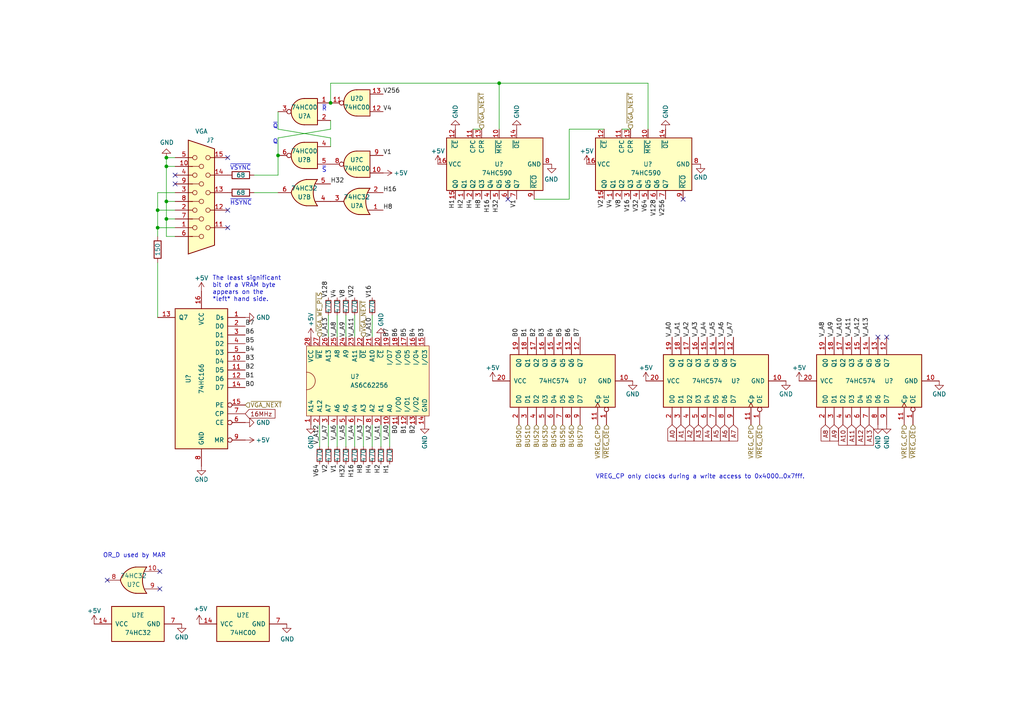
<source format=kicad_sch>
(kicad_sch (version 20211123) (generator eeschema)

  (uuid 1d65fde7-50d1-4ef7-8952-52fe5673a833)

  (paper "A4")

  (lib_symbols
    (symbol "74xx:74HC00" (pin_names (offset 1.016)) (in_bom yes) (on_board yes)
      (property "Reference" "U" (id 0) (at 0 1.27 0)
        (effects (font (size 1.27 1.27)))
      )
      (property "Value" "74HC00" (id 1) (at 0 -1.27 0)
        (effects (font (size 1.27 1.27)))
      )
      (property "Footprint" "" (id 2) (at 0 0 0)
        (effects (font (size 1.27 1.27)) hide)
      )
      (property "Datasheet" "http://www.ti.com/lit/gpn/sn74hc00" (id 3) (at 0 0 0)
        (effects (font (size 1.27 1.27)) hide)
      )
      (property "ki_locked" "" (id 4) (at 0 0 0)
        (effects (font (size 1.27 1.27)))
      )
      (property "ki_keywords" "HCMOS nand 2-input" (id 5) (at 0 0 0)
        (effects (font (size 1.27 1.27)) hide)
      )
      (property "ki_description" "quad 2-input NAND gate" (id 6) (at 0 0 0)
        (effects (font (size 1.27 1.27)) hide)
      )
      (property "ki_fp_filters" "DIP*W7.62mm* SO14*" (id 7) (at 0 0 0)
        (effects (font (size 1.27 1.27)) hide)
      )
      (symbol "74HC00_1_1"
        (arc (start 0 -3.81) (mid 3.81 0) (end 0 3.81)
          (stroke (width 0.254) (type default) (color 0 0 0 0))
          (fill (type background))
        )
        (polyline
          (pts
            (xy 0 3.81)
            (xy -3.81 3.81)
            (xy -3.81 -3.81)
            (xy 0 -3.81)
          )
          (stroke (width 0.254) (type default) (color 0 0 0 0))
          (fill (type background))
        )
        (pin input line (at -7.62 2.54 0) (length 3.81)
          (name "~" (effects (font (size 1.27 1.27))))
          (number "1" (effects (font (size 1.27 1.27))))
        )
        (pin input line (at -7.62 -2.54 0) (length 3.81)
          (name "~" (effects (font (size 1.27 1.27))))
          (number "2" (effects (font (size 1.27 1.27))))
        )
        (pin output inverted (at 7.62 0 180) (length 3.81)
          (name "~" (effects (font (size 1.27 1.27))))
          (number "3" (effects (font (size 1.27 1.27))))
        )
      )
      (symbol "74HC00_1_2"
        (arc (start -3.81 -3.81) (mid -2.589 0) (end -3.81 3.81)
          (stroke (width 0.254) (type default) (color 0 0 0 0))
          (fill (type none))
        )
        (arc (start -0.6096 -3.81) (mid 2.1842 -2.5851) (end 3.81 0)
          (stroke (width 0.254) (type default) (color 0 0 0 0))
          (fill (type background))
        )
        (polyline
          (pts
            (xy -3.81 -3.81)
            (xy -0.635 -3.81)
          )
          (stroke (width 0.254) (type default) (color 0 0 0 0))
          (fill (type background))
        )
        (polyline
          (pts
            (xy -3.81 3.81)
            (xy -0.635 3.81)
          )
          (stroke (width 0.254) (type default) (color 0 0 0 0))
          (fill (type background))
        )
        (polyline
          (pts
            (xy -0.635 3.81)
            (xy -3.81 3.81)
            (xy -3.81 3.81)
            (xy -3.556 3.4036)
            (xy -3.0226 2.2606)
            (xy -2.6924 1.0414)
            (xy -2.6162 -0.254)
            (xy -2.7686 -1.4986)
            (xy -3.175 -2.7178)
            (xy -3.81 -3.81)
            (xy -3.81 -3.81)
            (xy -0.635 -3.81)
          )
          (stroke (width -25.4) (type default) (color 0 0 0 0))
          (fill (type background))
        )
        (arc (start 3.81 0) (mid 2.1915 2.5936) (end -0.6096 3.81)
          (stroke (width 0.254) (type default) (color 0 0 0 0))
          (fill (type background))
        )
        (pin input inverted (at -7.62 2.54 0) (length 4.318)
          (name "~" (effects (font (size 1.27 1.27))))
          (number "1" (effects (font (size 1.27 1.27))))
        )
        (pin input inverted (at -7.62 -2.54 0) (length 4.318)
          (name "~" (effects (font (size 1.27 1.27))))
          (number "2" (effects (font (size 1.27 1.27))))
        )
        (pin output line (at 7.62 0 180) (length 3.81)
          (name "~" (effects (font (size 1.27 1.27))))
          (number "3" (effects (font (size 1.27 1.27))))
        )
      )
      (symbol "74HC00_2_1"
        (arc (start 0 -3.81) (mid 3.81 0) (end 0 3.81)
          (stroke (width 0.254) (type default) (color 0 0 0 0))
          (fill (type background))
        )
        (polyline
          (pts
            (xy 0 3.81)
            (xy -3.81 3.81)
            (xy -3.81 -3.81)
            (xy 0 -3.81)
          )
          (stroke (width 0.254) (type default) (color 0 0 0 0))
          (fill (type background))
        )
        (pin input line (at -7.62 2.54 0) (length 3.81)
          (name "~" (effects (font (size 1.27 1.27))))
          (number "4" (effects (font (size 1.27 1.27))))
        )
        (pin input line (at -7.62 -2.54 0) (length 3.81)
          (name "~" (effects (font (size 1.27 1.27))))
          (number "5" (effects (font (size 1.27 1.27))))
        )
        (pin output inverted (at 7.62 0 180) (length 3.81)
          (name "~" (effects (font (size 1.27 1.27))))
          (number "6" (effects (font (size 1.27 1.27))))
        )
      )
      (symbol "74HC00_2_2"
        (arc (start -3.81 -3.81) (mid -2.589 0) (end -3.81 3.81)
          (stroke (width 0.254) (type default) (color 0 0 0 0))
          (fill (type none))
        )
        (arc (start -0.6096 -3.81) (mid 2.1842 -2.5851) (end 3.81 0)
          (stroke (width 0.254) (type default) (color 0 0 0 0))
          (fill (type background))
        )
        (polyline
          (pts
            (xy -3.81 -3.81)
            (xy -0.635 -3.81)
          )
          (stroke (width 0.254) (type default) (color 0 0 0 0))
          (fill (type background))
        )
        (polyline
          (pts
            (xy -3.81 3.81)
            (xy -0.635 3.81)
          )
          (stroke (width 0.254) (type default) (color 0 0 0 0))
          (fill (type background))
        )
        (polyline
          (pts
            (xy -0.635 3.81)
            (xy -3.81 3.81)
            (xy -3.81 3.81)
            (xy -3.556 3.4036)
            (xy -3.0226 2.2606)
            (xy -2.6924 1.0414)
            (xy -2.6162 -0.254)
            (xy -2.7686 -1.4986)
            (xy -3.175 -2.7178)
            (xy -3.81 -3.81)
            (xy -3.81 -3.81)
            (xy -0.635 -3.81)
          )
          (stroke (width -25.4) (type default) (color 0 0 0 0))
          (fill (type background))
        )
        (arc (start 3.81 0) (mid 2.1915 2.5936) (end -0.6096 3.81)
          (stroke (width 0.254) (type default) (color 0 0 0 0))
          (fill (type background))
        )
        (pin input inverted (at -7.62 2.54 0) (length 4.318)
          (name "~" (effects (font (size 1.27 1.27))))
          (number "4" (effects (font (size 1.27 1.27))))
        )
        (pin input inverted (at -7.62 -2.54 0) (length 4.318)
          (name "~" (effects (font (size 1.27 1.27))))
          (number "5" (effects (font (size 1.27 1.27))))
        )
        (pin output line (at 7.62 0 180) (length 3.81)
          (name "~" (effects (font (size 1.27 1.27))))
          (number "6" (effects (font (size 1.27 1.27))))
        )
      )
      (symbol "74HC00_3_1"
        (arc (start 0 -3.81) (mid 3.81 0) (end 0 3.81)
          (stroke (width 0.254) (type default) (color 0 0 0 0))
          (fill (type background))
        )
        (polyline
          (pts
            (xy 0 3.81)
            (xy -3.81 3.81)
            (xy -3.81 -3.81)
            (xy 0 -3.81)
          )
          (stroke (width 0.254) (type default) (color 0 0 0 0))
          (fill (type background))
        )
        (pin input line (at -7.62 -2.54 0) (length 3.81)
          (name "~" (effects (font (size 1.27 1.27))))
          (number "10" (effects (font (size 1.27 1.27))))
        )
        (pin output inverted (at 7.62 0 180) (length 3.81)
          (name "~" (effects (font (size 1.27 1.27))))
          (number "8" (effects (font (size 1.27 1.27))))
        )
        (pin input line (at -7.62 2.54 0) (length 3.81)
          (name "~" (effects (font (size 1.27 1.27))))
          (number "9" (effects (font (size 1.27 1.27))))
        )
      )
      (symbol "74HC00_3_2"
        (arc (start -3.81 -3.81) (mid -2.589 0) (end -3.81 3.81)
          (stroke (width 0.254) (type default) (color 0 0 0 0))
          (fill (type none))
        )
        (arc (start -0.6096 -3.81) (mid 2.1842 -2.5851) (end 3.81 0)
          (stroke (width 0.254) (type default) (color 0 0 0 0))
          (fill (type background))
        )
        (polyline
          (pts
            (xy -3.81 -3.81)
            (xy -0.635 -3.81)
          )
          (stroke (width 0.254) (type default) (color 0 0 0 0))
          (fill (type background))
        )
        (polyline
          (pts
            (xy -3.81 3.81)
            (xy -0.635 3.81)
          )
          (stroke (width 0.254) (type default) (color 0 0 0 0))
          (fill (type background))
        )
        (polyline
          (pts
            (xy -0.635 3.81)
            (xy -3.81 3.81)
            (xy -3.81 3.81)
            (xy -3.556 3.4036)
            (xy -3.0226 2.2606)
            (xy -2.6924 1.0414)
            (xy -2.6162 -0.254)
            (xy -2.7686 -1.4986)
            (xy -3.175 -2.7178)
            (xy -3.81 -3.81)
            (xy -3.81 -3.81)
            (xy -0.635 -3.81)
          )
          (stroke (width -25.4) (type default) (color 0 0 0 0))
          (fill (type background))
        )
        (arc (start 3.81 0) (mid 2.1915 2.5936) (end -0.6096 3.81)
          (stroke (width 0.254) (type default) (color 0 0 0 0))
          (fill (type background))
        )
        (pin input inverted (at -7.62 -2.54 0) (length 4.318)
          (name "~" (effects (font (size 1.27 1.27))))
          (number "10" (effects (font (size 1.27 1.27))))
        )
        (pin output line (at 7.62 0 180) (length 3.81)
          (name "~" (effects (font (size 1.27 1.27))))
          (number "8" (effects (font (size 1.27 1.27))))
        )
        (pin input inverted (at -7.62 2.54 0) (length 4.318)
          (name "~" (effects (font (size 1.27 1.27))))
          (number "9" (effects (font (size 1.27 1.27))))
        )
      )
      (symbol "74HC00_4_1"
        (arc (start 0 -3.81) (mid 3.81 0) (end 0 3.81)
          (stroke (width 0.254) (type default) (color 0 0 0 0))
          (fill (type background))
        )
        (polyline
          (pts
            (xy 0 3.81)
            (xy -3.81 3.81)
            (xy -3.81 -3.81)
            (xy 0 -3.81)
          )
          (stroke (width 0.254) (type default) (color 0 0 0 0))
          (fill (type background))
        )
        (pin output inverted (at 7.62 0 180) (length 3.81)
          (name "~" (effects (font (size 1.27 1.27))))
          (number "11" (effects (font (size 1.27 1.27))))
        )
        (pin input line (at -7.62 2.54 0) (length 3.81)
          (name "~" (effects (font (size 1.27 1.27))))
          (number "12" (effects (font (size 1.27 1.27))))
        )
        (pin input line (at -7.62 -2.54 0) (length 3.81)
          (name "~" (effects (font (size 1.27 1.27))))
          (number "13" (effects (font (size 1.27 1.27))))
        )
      )
      (symbol "74HC00_4_2"
        (arc (start -3.81 -3.81) (mid -2.589 0) (end -3.81 3.81)
          (stroke (width 0.254) (type default) (color 0 0 0 0))
          (fill (type none))
        )
        (arc (start -0.6096 -3.81) (mid 2.1842 -2.5851) (end 3.81 0)
          (stroke (width 0.254) (type default) (color 0 0 0 0))
          (fill (type background))
        )
        (polyline
          (pts
            (xy -3.81 -3.81)
            (xy -0.635 -3.81)
          )
          (stroke (width 0.254) (type default) (color 0 0 0 0))
          (fill (type background))
        )
        (polyline
          (pts
            (xy -3.81 3.81)
            (xy -0.635 3.81)
          )
          (stroke (width 0.254) (type default) (color 0 0 0 0))
          (fill (type background))
        )
        (polyline
          (pts
            (xy -0.635 3.81)
            (xy -3.81 3.81)
            (xy -3.81 3.81)
            (xy -3.556 3.4036)
            (xy -3.0226 2.2606)
            (xy -2.6924 1.0414)
            (xy -2.6162 -0.254)
            (xy -2.7686 -1.4986)
            (xy -3.175 -2.7178)
            (xy -3.81 -3.81)
            (xy -3.81 -3.81)
            (xy -0.635 -3.81)
          )
          (stroke (width -25.4) (type default) (color 0 0 0 0))
          (fill (type background))
        )
        (arc (start 3.81 0) (mid 2.1915 2.5936) (end -0.6096 3.81)
          (stroke (width 0.254) (type default) (color 0 0 0 0))
          (fill (type background))
        )
        (pin output line (at 7.62 0 180) (length 3.81)
          (name "~" (effects (font (size 1.27 1.27))))
          (number "11" (effects (font (size 1.27 1.27))))
        )
        (pin input inverted (at -7.62 2.54 0) (length 4.318)
          (name "~" (effects (font (size 1.27 1.27))))
          (number "12" (effects (font (size 1.27 1.27))))
        )
        (pin input inverted (at -7.62 -2.54 0) (length 4.318)
          (name "~" (effects (font (size 1.27 1.27))))
          (number "13" (effects (font (size 1.27 1.27))))
        )
      )
      (symbol "74HC00_5_0"
        (pin power_in line (at 0 12.7 270) (length 5.08)
          (name "VCC" (effects (font (size 1.27 1.27))))
          (number "14" (effects (font (size 1.27 1.27))))
        )
        (pin power_in line (at 0 -12.7 90) (length 5.08)
          (name "GND" (effects (font (size 1.27 1.27))))
          (number "7" (effects (font (size 1.27 1.27))))
        )
      )
      (symbol "74HC00_5_1"
        (rectangle (start -5.08 7.62) (end 5.08 -7.62)
          (stroke (width 0.254) (type default) (color 0 0 0 0))
          (fill (type background))
        )
      )
    )
    (symbol "74xx:74HC590" (in_bom yes) (on_board yes)
      (property "Reference" "U" (id 0) (at -7.62 16.51 0)
        (effects (font (size 1.27 1.27)))
      )
      (property "Value" "74HC590" (id 1) (at -7.62 -13.97 0)
        (effects (font (size 1.27 1.27)))
      )
      (property "Footprint" "" (id 2) (at 0 1.27 0)
        (effects (font (size 1.27 1.27)) hide)
      )
      (property "Datasheet" "https://assets.nexperia.com/documents/data-sheet/74HC590.pdf" (id 3) (at 0 1.27 0)
        (effects (font (size 1.27 1.27)) hide)
      )
      (property "ki_keywords" "HCMOS Counter 3State" (id 4) (at 0 0 0)
        (effects (font (size 1.27 1.27)) hide)
      )
      (property "ki_description" "8-bit Binary Counter with Output Register 3-State Outputs, SOIC-16/TSSOP-16" (id 5) (at 0 0 0)
        (effects (font (size 1.27 1.27)) hide)
      )
      (property "ki_fp_filters" "DIP*W7.62mm* SOIC*3.9x9.9mm*P1.27mm* TSSOP*4.4x5mm*P0.65mm* SOIC*5.3x10.2mm*P1.27mm* SOIC*7.5x10.3mm*P1.27mm*" (id 6) (at 0 0 0)
        (effects (font (size 1.27 1.27)) hide)
      )
      (symbol "74HC590_1_0"
        (pin tri_state line (at 10.16 10.16 180) (length 2.54)
          (name "Q1" (effects (font (size 1.27 1.27))))
          (number "1" (effects (font (size 1.27 1.27))))
        )
        (pin input line (at -10.16 0 0) (length 2.54)
          (name "~{MRC}" (effects (font (size 1.27 1.27))))
          (number "10" (effects (font (size 1.27 1.27))))
        )
        (pin input line (at -10.16 7.62 0) (length 2.54)
          (name "CPC" (effects (font (size 1.27 1.27))))
          (number "11" (effects (font (size 1.27 1.27))))
        )
        (pin input line (at -10.16 12.7 0) (length 2.54)
          (name "~{CE}" (effects (font (size 1.27 1.27))))
          (number "12" (effects (font (size 1.27 1.27))))
        )
        (pin input line (at -10.16 5.08 0) (length 2.54)
          (name "CPR" (effects (font (size 1.27 1.27))))
          (number "13" (effects (font (size 1.27 1.27))))
        )
        (pin input line (at -10.16 -5.08 0) (length 2.54)
          (name "~{OE}" (effects (font (size 1.27 1.27))))
          (number "14" (effects (font (size 1.27 1.27))))
        )
        (pin tri_state line (at 10.16 12.7 180) (length 2.54)
          (name "Q0" (effects (font (size 1.27 1.27))))
          (number "15" (effects (font (size 1.27 1.27))))
        )
        (pin power_in line (at 0 17.78 270) (length 2.54)
          (name "VCC" (effects (font (size 1.27 1.27))))
          (number "16" (effects (font (size 1.27 1.27))))
        )
        (pin tri_state line (at 10.16 7.62 180) (length 2.54)
          (name "Q2" (effects (font (size 1.27 1.27))))
          (number "2" (effects (font (size 1.27 1.27))))
        )
        (pin tri_state line (at 10.16 5.08 180) (length 2.54)
          (name "Q3" (effects (font (size 1.27 1.27))))
          (number "3" (effects (font (size 1.27 1.27))))
        )
        (pin tri_state line (at 10.16 2.54 180) (length 2.54)
          (name "Q4" (effects (font (size 1.27 1.27))))
          (number "4" (effects (font (size 1.27 1.27))))
        )
        (pin tri_state line (at 10.16 0 180) (length 2.54)
          (name "Q5" (effects (font (size 1.27 1.27))))
          (number "5" (effects (font (size 1.27 1.27))))
        )
        (pin tri_state line (at 10.16 -2.54 180) (length 2.54)
          (name "Q6" (effects (font (size 1.27 1.27))))
          (number "6" (effects (font (size 1.27 1.27))))
        )
        (pin tri_state line (at 10.16 -5.08 180) (length 2.54)
          (name "Q7" (effects (font (size 1.27 1.27))))
          (number "7" (effects (font (size 1.27 1.27))))
        )
        (pin power_in line (at 0 -15.24 90) (length 2.54)
          (name "GND" (effects (font (size 1.27 1.27))))
          (number "8" (effects (font (size 1.27 1.27))))
        )
        (pin output line (at 10.16 -10.16 180) (length 2.54)
          (name "~{RCO}" (effects (font (size 1.27 1.27))))
          (number "9" (effects (font (size 1.27 1.27))))
        )
      )
      (symbol "74HC590_1_1"
        (rectangle (start -7.62 15.24) (end 7.62 -12.7)
          (stroke (width 0.254) (type default) (color 0 0 0 0))
          (fill (type background))
        )
      )
    )
    (symbol "8-Bit CPU 32k-cache:74HC00" (pin_names (offset 1.016)) (in_bom yes) (on_board yes)
      (property "Reference" "U" (id 0) (at 0 1.27 0)
        (effects (font (size 1.27 1.27)))
      )
      (property "Value" "74HC00" (id 1) (at 0 -1.27 0)
        (effects (font (size 1.27 1.27)))
      )
      (property "Footprint" "" (id 2) (at 0 0 0)
        (effects (font (size 1.27 1.27)) hide)
      )
      (property "Datasheet" "" (id 3) (at 0 0 0)
        (effects (font (size 1.27 1.27)) hide)
      )
      (property "ki_locked" "" (id 4) (at 0 0 0)
        (effects (font (size 1.27 1.27)))
      )
      (property "ki_fp_filters" "DIP*W7.62mm* SO14*" (id 5) (at 0 0 0)
        (effects (font (size 1.27 1.27)) hide)
      )
      (symbol "74HC00_1_1"
        (arc (start 0 -3.81) (mid 3.81 0) (end 0 3.81)
          (stroke (width 0.254) (type default) (color 0 0 0 0))
          (fill (type background))
        )
        (polyline
          (pts
            (xy 0 3.81)
            (xy -3.81 3.81)
            (xy -3.81 -3.81)
            (xy 0 -3.81)
          )
          (stroke (width 0.254) (type default) (color 0 0 0 0))
          (fill (type background))
        )
        (pin input line (at -7.62 2.54 0) (length 3.81)
          (name "~" (effects (font (size 1.27 1.27))))
          (number "1" (effects (font (size 1.27 1.27))))
        )
        (pin input line (at -7.62 -2.54 0) (length 3.81)
          (name "~" (effects (font (size 1.27 1.27))))
          (number "2" (effects (font (size 1.27 1.27))))
        )
        (pin output inverted (at 7.62 0 180) (length 3.81)
          (name "~" (effects (font (size 1.27 1.27))))
          (number "3" (effects (font (size 1.27 1.27))))
        )
      )
      (symbol "74HC00_1_2"
        (arc (start -3.81 -3.81) (mid -2.589 0) (end -3.81 3.81)
          (stroke (width 0.254) (type default) (color 0 0 0 0))
          (fill (type none))
        )
        (arc (start -0.6096 -3.81) (mid 2.1842 -2.5851) (end 3.81 0)
          (stroke (width 0.254) (type default) (color 0 0 0 0))
          (fill (type background))
        )
        (polyline
          (pts
            (xy -3.81 -3.81)
            (xy -0.635 -3.81)
          )
          (stroke (width 0.254) (type default) (color 0 0 0 0))
          (fill (type background))
        )
        (polyline
          (pts
            (xy -3.81 3.81)
            (xy -0.635 3.81)
          )
          (stroke (width 0.254) (type default) (color 0 0 0 0))
          (fill (type background))
        )
        (polyline
          (pts
            (xy -0.635 3.81)
            (xy -3.81 3.81)
            (xy -3.81 3.81)
            (xy -3.556 3.4036)
            (xy -3.0226 2.2606)
            (xy -2.6924 1.0414)
            (xy -2.6162 -0.254)
            (xy -2.7686 -1.4986)
            (xy -3.175 -2.7178)
            (xy -3.81 -3.81)
            (xy -3.81 -3.81)
            (xy -0.635 -3.81)
          )
          (stroke (width -25.4) (type default) (color 0 0 0 0))
          (fill (type background))
        )
        (arc (start 3.81 0) (mid 2.1915 2.5936) (end -0.6096 3.81)
          (stroke (width 0.254) (type default) (color 0 0 0 0))
          (fill (type background))
        )
        (pin input inverted (at -7.62 2.54 0) (length 4.318)
          (name "~" (effects (font (size 1.27 1.27))))
          (number "1" (effects (font (size 1.27 1.27))))
        )
        (pin input inverted (at -7.62 -2.54 0) (length 4.318)
          (name "~" (effects (font (size 1.27 1.27))))
          (number "2" (effects (font (size 1.27 1.27))))
        )
        (pin output line (at 7.62 0 180) (length 3.81)
          (name "~" (effects (font (size 1.27 1.27))))
          (number "3" (effects (font (size 1.27 1.27))))
        )
      )
      (symbol "74HC00_2_1"
        (arc (start 0 -3.81) (mid 3.81 0) (end 0 3.81)
          (stroke (width 0.254) (type default) (color 0 0 0 0))
          (fill (type background))
        )
        (polyline
          (pts
            (xy 0 3.81)
            (xy -3.81 3.81)
            (xy -3.81 -3.81)
            (xy 0 -3.81)
          )
          (stroke (width 0.254) (type default) (color 0 0 0 0))
          (fill (type background))
        )
        (pin input line (at -7.62 2.54 0) (length 3.81)
          (name "~" (effects (font (size 1.27 1.27))))
          (number "4" (effects (font (size 1.27 1.27))))
        )
        (pin input line (at -7.62 -2.54 0) (length 3.81)
          (name "~" (effects (font (size 1.27 1.27))))
          (number "5" (effects (font (size 1.27 1.27))))
        )
        (pin output inverted (at 7.62 0 180) (length 3.81)
          (name "~" (effects (font (size 1.27 1.27))))
          (number "6" (effects (font (size 1.27 1.27))))
        )
      )
      (symbol "74HC00_2_2"
        (arc (start -3.81 -3.81) (mid -2.589 0) (end -3.81 3.81)
          (stroke (width 0.254) (type default) (color 0 0 0 0))
          (fill (type none))
        )
        (arc (start -0.6096 -3.81) (mid 2.1842 -2.5851) (end 3.81 0)
          (stroke (width 0.254) (type default) (color 0 0 0 0))
          (fill (type background))
        )
        (polyline
          (pts
            (xy -3.81 -3.81)
            (xy -0.635 -3.81)
          )
          (stroke (width 0.254) (type default) (color 0 0 0 0))
          (fill (type background))
        )
        (polyline
          (pts
            (xy -3.81 3.81)
            (xy -0.635 3.81)
          )
          (stroke (width 0.254) (type default) (color 0 0 0 0))
          (fill (type background))
        )
        (polyline
          (pts
            (xy -0.635 3.81)
            (xy -3.81 3.81)
            (xy -3.81 3.81)
            (xy -3.556 3.4036)
            (xy -3.0226 2.2606)
            (xy -2.6924 1.0414)
            (xy -2.6162 -0.254)
            (xy -2.7686 -1.4986)
            (xy -3.175 -2.7178)
            (xy -3.81 -3.81)
            (xy -3.81 -3.81)
            (xy -0.635 -3.81)
          )
          (stroke (width -25.4) (type default) (color 0 0 0 0))
          (fill (type background))
        )
        (arc (start 3.81 0) (mid 2.1915 2.5936) (end -0.6096 3.81)
          (stroke (width 0.254) (type default) (color 0 0 0 0))
          (fill (type background))
        )
        (pin input inverted (at -7.62 2.54 0) (length 4.318)
          (name "~" (effects (font (size 1.27 1.27))))
          (number "4" (effects (font (size 1.27 1.27))))
        )
        (pin input inverted (at -7.62 -2.54 0) (length 4.318)
          (name "~" (effects (font (size 1.27 1.27))))
          (number "5" (effects (font (size 1.27 1.27))))
        )
        (pin output line (at 7.62 0 180) (length 3.81)
          (name "~" (effects (font (size 1.27 1.27))))
          (number "6" (effects (font (size 1.27 1.27))))
        )
      )
      (symbol "74HC00_3_1"
        (arc (start 0 -3.81) (mid 3.81 0) (end 0 3.81)
          (stroke (width 0.254) (type default) (color 0 0 0 0))
          (fill (type background))
        )
        (polyline
          (pts
            (xy 0 3.81)
            (xy -3.81 3.81)
            (xy -3.81 -3.81)
            (xy 0 -3.81)
          )
          (stroke (width 0.254) (type default) (color 0 0 0 0))
          (fill (type background))
        )
        (pin input line (at -7.62 -2.54 0) (length 3.81)
          (name "~" (effects (font (size 1.27 1.27))))
          (number "10" (effects (font (size 1.27 1.27))))
        )
        (pin output inverted (at 7.62 0 180) (length 3.81)
          (name "~" (effects (font (size 1.27 1.27))))
          (number "8" (effects (font (size 1.27 1.27))))
        )
        (pin input line (at -7.62 2.54 0) (length 3.81)
          (name "~" (effects (font (size 1.27 1.27))))
          (number "9" (effects (font (size 1.27 1.27))))
        )
      )
      (symbol "74HC00_3_2"
        (arc (start -3.81 -3.81) (mid -2.589 0) (end -3.81 3.81)
          (stroke (width 0.254) (type default) (color 0 0 0 0))
          (fill (type none))
        )
        (arc (start -0.6096 -3.81) (mid 2.1842 -2.5851) (end 3.81 0)
          (stroke (width 0.254) (type default) (color 0 0 0 0))
          (fill (type background))
        )
        (polyline
          (pts
            (xy -3.81 -3.81)
            (xy -0.635 -3.81)
          )
          (stroke (width 0.254) (type default) (color 0 0 0 0))
          (fill (type background))
        )
        (polyline
          (pts
            (xy -3.81 3.81)
            (xy -0.635 3.81)
          )
          (stroke (width 0.254) (type default) (color 0 0 0 0))
          (fill (type background))
        )
        (polyline
          (pts
            (xy -0.635 3.81)
            (xy -3.81 3.81)
            (xy -3.81 3.81)
            (xy -3.556 3.4036)
            (xy -3.0226 2.2606)
            (xy -2.6924 1.0414)
            (xy -2.6162 -0.254)
            (xy -2.7686 -1.4986)
            (xy -3.175 -2.7178)
            (xy -3.81 -3.81)
            (xy -3.81 -3.81)
            (xy -0.635 -3.81)
          )
          (stroke (width -25.4) (type default) (color 0 0 0 0))
          (fill (type background))
        )
        (arc (start 3.81 0) (mid 2.1915 2.5936) (end -0.6096 3.81)
          (stroke (width 0.254) (type default) (color 0 0 0 0))
          (fill (type background))
        )
        (pin input inverted (at -7.62 -2.54 0) (length 4.318)
          (name "~" (effects (font (size 1.27 1.27))))
          (number "10" (effects (font (size 1.27 1.27))))
        )
        (pin output line (at 7.62 0 180) (length 3.81)
          (name "~" (effects (font (size 1.27 1.27))))
          (number "8" (effects (font (size 1.27 1.27))))
        )
        (pin input inverted (at -7.62 2.54 0) (length 4.318)
          (name "~" (effects (font (size 1.27 1.27))))
          (number "9" (effects (font (size 1.27 1.27))))
        )
      )
      (symbol "74HC00_4_1"
        (arc (start 0 -3.81) (mid 3.81 0) (end 0 3.81)
          (stroke (width 0.254) (type default) (color 0 0 0 0))
          (fill (type background))
        )
        (polyline
          (pts
            (xy 0 3.81)
            (xy -3.81 3.81)
            (xy -3.81 -3.81)
            (xy 0 -3.81)
          )
          (stroke (width 0.254) (type default) (color 0 0 0 0))
          (fill (type background))
        )
        (pin output inverted (at 7.62 0 180) (length 3.81)
          (name "~" (effects (font (size 1.27 1.27))))
          (number "11" (effects (font (size 1.27 1.27))))
        )
        (pin input line (at -7.62 2.54 0) (length 3.81)
          (name "~" (effects (font (size 1.27 1.27))))
          (number "12" (effects (font (size 1.27 1.27))))
        )
        (pin input line (at -7.62 -2.54 0) (length 3.81)
          (name "~" (effects (font (size 1.27 1.27))))
          (number "13" (effects (font (size 1.27 1.27))))
        )
      )
      (symbol "74HC00_4_2"
        (arc (start -3.81 -3.81) (mid -2.589 0) (end -3.81 3.81)
          (stroke (width 0.254) (type default) (color 0 0 0 0))
          (fill (type none))
        )
        (arc (start -0.6096 -3.81) (mid 2.1842 -2.5851) (end 3.81 0)
          (stroke (width 0.254) (type default) (color 0 0 0 0))
          (fill (type background))
        )
        (polyline
          (pts
            (xy -3.81 -3.81)
            (xy -0.635 -3.81)
          )
          (stroke (width 0.254) (type default) (color 0 0 0 0))
          (fill (type background))
        )
        (polyline
          (pts
            (xy -3.81 3.81)
            (xy -0.635 3.81)
          )
          (stroke (width 0.254) (type default) (color 0 0 0 0))
          (fill (type background))
        )
        (polyline
          (pts
            (xy -0.635 3.81)
            (xy -3.81 3.81)
            (xy -3.81 3.81)
            (xy -3.556 3.4036)
            (xy -3.0226 2.2606)
            (xy -2.6924 1.0414)
            (xy -2.6162 -0.254)
            (xy -2.7686 -1.4986)
            (xy -3.175 -2.7178)
            (xy -3.81 -3.81)
            (xy -3.81 -3.81)
            (xy -0.635 -3.81)
          )
          (stroke (width -25.4) (type default) (color 0 0 0 0))
          (fill (type background))
        )
        (arc (start 3.81 0) (mid 2.1915 2.5936) (end -0.6096 3.81)
          (stroke (width 0.254) (type default) (color 0 0 0 0))
          (fill (type background))
        )
        (pin output line (at 7.62 0 180) (length 3.81)
          (name "~" (effects (font (size 1.27 1.27))))
          (number "11" (effects (font (size 1.27 1.27))))
        )
        (pin input inverted (at -7.62 2.54 0) (length 4.318)
          (name "~" (effects (font (size 1.27 1.27))))
          (number "12" (effects (font (size 1.27 1.27))))
        )
        (pin input inverted (at -7.62 -2.54 0) (length 4.318)
          (name "~" (effects (font (size 1.27 1.27))))
          (number "13" (effects (font (size 1.27 1.27))))
        )
      )
      (symbol "74HC00_5_0"
        (pin power_in line (at 0 12.7 270) (length 5.08)
          (name "VCC" (effects (font (size 1.27 1.27))))
          (number "14" (effects (font (size 1.27 1.27))))
        )
        (pin power_in line (at 0 -12.7 90) (length 5.08)
          (name "GND" (effects (font (size 1.27 1.27))))
          (number "7" (effects (font (size 1.27 1.27))))
        )
      )
      (symbol "74HC00_5_1"
        (rectangle (start -5.08 7.62) (end 5.08 -7.62)
          (stroke (width 0.254) (type default) (color 0 0 0 0))
          (fill (type background))
        )
      )
    )
    (symbol "8-Bit CPU 32k:74HC166" (pin_names (offset 1.016)) (in_bom yes) (on_board yes)
      (property "Reference" "U" (id 0) (at 2.54 0 90)
        (effects (font (size 1.27 1.27)))
      )
      (property "Value" "74HC166" (id 1) (at -1.27 0 90)
        (effects (font (size 1.27 1.27)))
      )
      (property "Footprint" "" (id 2) (at 0 0 0)
        (effects (font (size 1.27 1.27)) hide)
      )
      (property "Datasheet" "" (id 3) (at 0 -2.54 0)
        (effects (font (size 1.27 1.27)) hide)
      )
      (property "ki_locked" "" (id 4) (at 0 0 0)
        (effects (font (size 1.27 1.27)))
      )
      (property "ki_keywords" "TTL SR SR8" (id 5) (at 0 0 0)
        (effects (font (size 1.27 1.27)) hide)
      )
      (property "ki_description" "Shift Register 8-bit, parallel load" (id 6) (at 0 0 0)
        (effects (font (size 1.27 1.27)) hide)
      )
      (property "ki_fp_filters" "DIP?16*" (id 7) (at 0 0 0)
        (effects (font (size 1.27 1.27)) hide)
      )
      (symbol "74HC166_1_0"
        (pin input line (at -12.7 17.78 0) (length 5.08)
          (name "Ds" (effects (font (size 1.27 1.27))))
          (number "1" (effects (font (size 1.27 1.27))))
        )
        (pin input line (at -12.7 5.08 0) (length 5.08)
          (name "D4" (effects (font (size 1.27 1.27))))
          (number "10" (effects (font (size 1.27 1.27))))
        )
        (pin input line (at -12.7 2.54 0) (length 5.08)
          (name "D5" (effects (font (size 1.27 1.27))))
          (number "11" (effects (font (size 1.27 1.27))))
        )
        (pin input line (at -12.7 0 0) (length 5.08)
          (name "D6" (effects (font (size 1.27 1.27))))
          (number "12" (effects (font (size 1.27 1.27))))
        )
        (pin output line (at 12.7 17.78 180) (length 5.08)
          (name "Q7" (effects (font (size 1.27 1.27))))
          (number "13" (effects (font (size 1.27 1.27))))
        )
        (pin input line (at -12.7 -2.54 0) (length 5.08)
          (name "D7" (effects (font (size 1.27 1.27))))
          (number "14" (effects (font (size 1.27 1.27))))
        )
        (pin input inverted (at -12.7 -7.62 0) (length 5.08)
          (name "PE" (effects (font (size 1.27 1.27))))
          (number "15" (effects (font (size 1.27 1.27))))
        )
        (pin power_in line (at 0 25.4 270) (length 5.08)
          (name "VCC" (effects (font (size 1.27 1.27))))
          (number "16" (effects (font (size 1.27 1.27))))
        )
        (pin input line (at -12.7 15.24 0) (length 5.08)
          (name "D0" (effects (font (size 1.27 1.27))))
          (number "2" (effects (font (size 1.27 1.27))))
        )
        (pin input line (at -12.7 12.7 0) (length 5.08)
          (name "D1" (effects (font (size 1.27 1.27))))
          (number "3" (effects (font (size 1.27 1.27))))
        )
        (pin input line (at -12.7 10.16 0) (length 5.08)
          (name "D2" (effects (font (size 1.27 1.27))))
          (number "4" (effects (font (size 1.27 1.27))))
        )
        (pin input line (at -12.7 7.62 0) (length 5.08)
          (name "D3" (effects (font (size 1.27 1.27))))
          (number "5" (effects (font (size 1.27 1.27))))
        )
        (pin input inverted (at -12.7 -12.7 0) (length 5.08)
          (name "CE" (effects (font (size 1.27 1.27))))
          (number "6" (effects (font (size 1.27 1.27))))
        )
        (pin input line (at -12.7 -10.16 0) (length 5.08)
          (name "CP" (effects (font (size 1.27 1.27))))
          (number "7" (effects (font (size 1.27 1.27))))
        )
        (pin power_in line (at 0 -25.4 90) (length 5.08)
          (name "GND" (effects (font (size 1.27 1.27))))
          (number "8" (effects (font (size 1.27 1.27))))
        )
        (pin input inverted (at -12.7 -17.78 0) (length 5.08)
          (name "MR" (effects (font (size 1.27 1.27))))
          (number "9" (effects (font (size 1.27 1.27))))
        )
      )
      (symbol "74HC166_1_1"
        (rectangle (start -7.62 20.32) (end 7.62 -20.32)
          (stroke (width 0.254) (type default) (color 0 0 0 0))
          (fill (type background))
        )
      )
    )
    (symbol "8-Bit CPU 32k:74HC32" (pin_names (offset 1.016)) (in_bom yes) (on_board yes)
      (property "Reference" "U" (id 0) (at 0 1.27 0)
        (effects (font (size 1.27 1.27)))
      )
      (property "Value" "74HC32" (id 1) (at 0 -1.27 0)
        (effects (font (size 1.27 1.27)))
      )
      (property "Footprint" "" (id 2) (at 0 0 0)
        (effects (font (size 1.27 1.27)) hide)
      )
      (property "Datasheet" "http://www.ti.com/lit/gpn/sn74LS32" (id 3) (at 0 0 0)
        (effects (font (size 1.27 1.27)) hide)
      )
      (property "ki_locked" "" (id 4) (at 0 0 0)
        (effects (font (size 1.27 1.27)))
      )
      (property "ki_keywords" "TTL Or2" (id 5) (at 0 0 0)
        (effects (font (size 1.27 1.27)) hide)
      )
      (property "ki_description" "Quad 2-input OR" (id 6) (at 0 0 0)
        (effects (font (size 1.27 1.27)) hide)
      )
      (property "ki_fp_filters" "DIP?14*" (id 7) (at 0 0 0)
        (effects (font (size 1.27 1.27)) hide)
      )
      (symbol "74HC32_1_1"
        (arc (start -3.81 -3.81) (mid -2.589 0) (end -3.81 3.81)
          (stroke (width 0.254) (type default) (color 0 0 0 0))
          (fill (type none))
        )
        (arc (start -0.6096 -3.81) (mid 2.1842 -2.5851) (end 3.81 0)
          (stroke (width 0.254) (type default) (color 0 0 0 0))
          (fill (type background))
        )
        (polyline
          (pts
            (xy -3.81 -3.81)
            (xy -0.635 -3.81)
          )
          (stroke (width 0.254) (type default) (color 0 0 0 0))
          (fill (type background))
        )
        (polyline
          (pts
            (xy -3.81 3.81)
            (xy -0.635 3.81)
          )
          (stroke (width 0.254) (type default) (color 0 0 0 0))
          (fill (type background))
        )
        (polyline
          (pts
            (xy -0.635 3.81)
            (xy -3.81 3.81)
            (xy -3.81 3.81)
            (xy -3.556 3.4036)
            (xy -3.0226 2.2606)
            (xy -2.6924 1.0414)
            (xy -2.6162 -0.254)
            (xy -2.7686 -1.4986)
            (xy -3.175 -2.7178)
            (xy -3.81 -3.81)
            (xy -3.81 -3.81)
            (xy -0.635 -3.81)
          )
          (stroke (width -25.4) (type default) (color 0 0 0 0))
          (fill (type background))
        )
        (arc (start 3.81 0) (mid 2.1915 2.5936) (end -0.6096 3.81)
          (stroke (width 0.254) (type default) (color 0 0 0 0))
          (fill (type background))
        )
        (pin input line (at -7.62 2.54 0) (length 4.318)
          (name "~" (effects (font (size 1.27 1.27))))
          (number "1" (effects (font (size 1.27 1.27))))
        )
        (pin input line (at -7.62 -2.54 0) (length 4.318)
          (name "~" (effects (font (size 1.27 1.27))))
          (number "2" (effects (font (size 1.27 1.27))))
        )
        (pin output line (at 7.62 0 180) (length 3.81)
          (name "~" (effects (font (size 1.27 1.27))))
          (number "3" (effects (font (size 1.27 1.27))))
        )
      )
      (symbol "74HC32_1_2"
        (arc (start 0 -3.81) (mid 3.81 0) (end 0 3.81)
          (stroke (width 0.254) (type default) (color 0 0 0 0))
          (fill (type background))
        )
        (polyline
          (pts
            (xy 0 3.81)
            (xy -3.81 3.81)
            (xy -3.81 -3.81)
            (xy 0 -3.81)
          )
          (stroke (width 0.254) (type default) (color 0 0 0 0))
          (fill (type background))
        )
        (pin input inverted (at -7.62 2.54 0) (length 3.81)
          (name "~" (effects (font (size 1.27 1.27))))
          (number "1" (effects (font (size 1.27 1.27))))
        )
        (pin input inverted (at -7.62 -2.54 0) (length 3.81)
          (name "~" (effects (font (size 1.27 1.27))))
          (number "2" (effects (font (size 1.27 1.27))))
        )
        (pin output inverted (at 7.62 0 180) (length 3.81)
          (name "~" (effects (font (size 1.27 1.27))))
          (number "3" (effects (font (size 1.27 1.27))))
        )
      )
      (symbol "74HC32_2_1"
        (arc (start -3.81 -3.81) (mid -2.589 0) (end -3.81 3.81)
          (stroke (width 0.254) (type default) (color 0 0 0 0))
          (fill (type none))
        )
        (arc (start -0.6096 -3.81) (mid 2.1842 -2.5851) (end 3.81 0)
          (stroke (width 0.254) (type default) (color 0 0 0 0))
          (fill (type background))
        )
        (polyline
          (pts
            (xy -3.81 -3.81)
            (xy -0.635 -3.81)
          )
          (stroke (width 0.254) (type default) (color 0 0 0 0))
          (fill (type background))
        )
        (polyline
          (pts
            (xy -3.81 3.81)
            (xy -0.635 3.81)
          )
          (stroke (width 0.254) (type default) (color 0 0 0 0))
          (fill (type background))
        )
        (polyline
          (pts
            (xy -0.635 3.81)
            (xy -3.81 3.81)
            (xy -3.81 3.81)
            (xy -3.556 3.4036)
            (xy -3.0226 2.2606)
            (xy -2.6924 1.0414)
            (xy -2.6162 -0.254)
            (xy -2.7686 -1.4986)
            (xy -3.175 -2.7178)
            (xy -3.81 -3.81)
            (xy -3.81 -3.81)
            (xy -0.635 -3.81)
          )
          (stroke (width -25.4) (type default) (color 0 0 0 0))
          (fill (type background))
        )
        (arc (start 3.81 0) (mid 2.1915 2.5936) (end -0.6096 3.81)
          (stroke (width 0.254) (type default) (color 0 0 0 0))
          (fill (type background))
        )
        (pin input line (at -7.62 2.54 0) (length 4.318)
          (name "~" (effects (font (size 1.27 1.27))))
          (number "4" (effects (font (size 1.27 1.27))))
        )
        (pin input line (at -7.62 -2.54 0) (length 4.318)
          (name "~" (effects (font (size 1.27 1.27))))
          (number "5" (effects (font (size 1.27 1.27))))
        )
        (pin output line (at 7.62 0 180) (length 3.81)
          (name "~" (effects (font (size 1.27 1.27))))
          (number "6" (effects (font (size 1.27 1.27))))
        )
      )
      (symbol "74HC32_2_2"
        (arc (start 0 -3.81) (mid 3.81 0) (end 0 3.81)
          (stroke (width 0.254) (type default) (color 0 0 0 0))
          (fill (type background))
        )
        (polyline
          (pts
            (xy 0 3.81)
            (xy -3.81 3.81)
            (xy -3.81 -3.81)
            (xy 0 -3.81)
          )
          (stroke (width 0.254) (type default) (color 0 0 0 0))
          (fill (type background))
        )
        (pin input inverted (at -7.62 2.54 0) (length 3.81)
          (name "~" (effects (font (size 1.27 1.27))))
          (number "4" (effects (font (size 1.27 1.27))))
        )
        (pin input inverted (at -7.62 -2.54 0) (length 3.81)
          (name "~" (effects (font (size 1.27 1.27))))
          (number "5" (effects (font (size 1.27 1.27))))
        )
        (pin output inverted (at 7.62 0 180) (length 3.81)
          (name "~" (effects (font (size 1.27 1.27))))
          (number "6" (effects (font (size 1.27 1.27))))
        )
      )
      (symbol "74HC32_3_1"
        (arc (start -3.81 -3.81) (mid -2.589 0) (end -3.81 3.81)
          (stroke (width 0.254) (type default) (color 0 0 0 0))
          (fill (type none))
        )
        (arc (start -0.6096 -3.81) (mid 2.1842 -2.5851) (end 3.81 0)
          (stroke (width 0.254) (type default) (color 0 0 0 0))
          (fill (type background))
        )
        (polyline
          (pts
            (xy -3.81 -3.81)
            (xy -0.635 -3.81)
          )
          (stroke (width 0.254) (type default) (color 0 0 0 0))
          (fill (type background))
        )
        (polyline
          (pts
            (xy -3.81 3.81)
            (xy -0.635 3.81)
          )
          (stroke (width 0.254) (type default) (color 0 0 0 0))
          (fill (type background))
        )
        (polyline
          (pts
            (xy -0.635 3.81)
            (xy -3.81 3.81)
            (xy -3.81 3.81)
            (xy -3.556 3.4036)
            (xy -3.0226 2.2606)
            (xy -2.6924 1.0414)
            (xy -2.6162 -0.254)
            (xy -2.7686 -1.4986)
            (xy -3.175 -2.7178)
            (xy -3.81 -3.81)
            (xy -3.81 -3.81)
            (xy -0.635 -3.81)
          )
          (stroke (width -25.4) (type default) (color 0 0 0 0))
          (fill (type background))
        )
        (arc (start 3.81 0) (mid 2.1915 2.5936) (end -0.6096 3.81)
          (stroke (width 0.254) (type default) (color 0 0 0 0))
          (fill (type background))
        )
        (pin input line (at -7.62 -2.54 0) (length 4.318)
          (name "~" (effects (font (size 1.27 1.27))))
          (number "10" (effects (font (size 1.27 1.27))))
        )
        (pin output line (at 7.62 0 180) (length 3.81)
          (name "~" (effects (font (size 1.27 1.27))))
          (number "8" (effects (font (size 1.27 1.27))))
        )
        (pin input line (at -7.62 2.54 0) (length 4.318)
          (name "~" (effects (font (size 1.27 1.27))))
          (number "9" (effects (font (size 1.27 1.27))))
        )
      )
      (symbol "74HC32_3_2"
        (arc (start 0 -3.81) (mid 3.81 0) (end 0 3.81)
          (stroke (width 0.254) (type default) (color 0 0 0 0))
          (fill (type background))
        )
        (polyline
          (pts
            (xy 0 3.81)
            (xy -3.81 3.81)
            (xy -3.81 -3.81)
            (xy 0 -3.81)
          )
          (stroke (width 0.254) (type default) (color 0 0 0 0))
          (fill (type background))
        )
        (pin input inverted (at -7.62 -2.54 0) (length 3.81)
          (name "~" (effects (font (size 1.27 1.27))))
          (number "10" (effects (font (size 1.27 1.27))))
        )
        (pin output inverted (at 7.62 0 180) (length 3.81)
          (name "~" (effects (font (size 1.27 1.27))))
          (number "8" (effects (font (size 1.27 1.27))))
        )
        (pin input inverted (at -7.62 2.54 0) (length 3.81)
          (name "~" (effects (font (size 1.27 1.27))))
          (number "9" (effects (font (size 1.27 1.27))))
        )
      )
      (symbol "74HC32_4_1"
        (arc (start -3.81 -3.81) (mid -2.589 0) (end -3.81 3.81)
          (stroke (width 0.254) (type default) (color 0 0 0 0))
          (fill (type none))
        )
        (arc (start -0.6096 -3.81) (mid 2.1842 -2.5851) (end 3.81 0)
          (stroke (width 0.254) (type default) (color 0 0 0 0))
          (fill (type background))
        )
        (polyline
          (pts
            (xy -3.81 -3.81)
            (xy -0.635 -3.81)
          )
          (stroke (width 0.254) (type default) (color 0 0 0 0))
          (fill (type background))
        )
        (polyline
          (pts
            (xy -3.81 3.81)
            (xy -0.635 3.81)
          )
          (stroke (width 0.254) (type default) (color 0 0 0 0))
          (fill (type background))
        )
        (polyline
          (pts
            (xy -0.635 3.81)
            (xy -3.81 3.81)
            (xy -3.81 3.81)
            (xy -3.556 3.4036)
            (xy -3.0226 2.2606)
            (xy -2.6924 1.0414)
            (xy -2.6162 -0.254)
            (xy -2.7686 -1.4986)
            (xy -3.175 -2.7178)
            (xy -3.81 -3.81)
            (xy -3.81 -3.81)
            (xy -0.635 -3.81)
          )
          (stroke (width -25.4) (type default) (color 0 0 0 0))
          (fill (type background))
        )
        (arc (start 3.81 0) (mid 2.1915 2.5936) (end -0.6096 3.81)
          (stroke (width 0.254) (type default) (color 0 0 0 0))
          (fill (type background))
        )
        (pin output line (at 7.62 0 180) (length 3.81)
          (name "~" (effects (font (size 1.27 1.27))))
          (number "11" (effects (font (size 1.27 1.27))))
        )
        (pin input line (at -7.62 2.54 0) (length 4.318)
          (name "~" (effects (font (size 1.27 1.27))))
          (number "12" (effects (font (size 1.27 1.27))))
        )
        (pin input line (at -7.62 -2.54 0) (length 4.318)
          (name "~" (effects (font (size 1.27 1.27))))
          (number "13" (effects (font (size 1.27 1.27))))
        )
      )
      (symbol "74HC32_4_2"
        (arc (start 0 -3.81) (mid 3.81 0) (end 0 3.81)
          (stroke (width 0.254) (type default) (color 0 0 0 0))
          (fill (type background))
        )
        (polyline
          (pts
            (xy 0 3.81)
            (xy -3.81 3.81)
            (xy -3.81 -3.81)
            (xy 0 -3.81)
          )
          (stroke (width 0.254) (type default) (color 0 0 0 0))
          (fill (type background))
        )
        (pin output inverted (at 7.62 0 180) (length 3.81)
          (name "~" (effects (font (size 1.27 1.27))))
          (number "11" (effects (font (size 1.27 1.27))))
        )
        (pin input inverted (at -7.62 2.54 0) (length 3.81)
          (name "~" (effects (font (size 1.27 1.27))))
          (number "12" (effects (font (size 1.27 1.27))))
        )
        (pin input inverted (at -7.62 -2.54 0) (length 3.81)
          (name "~" (effects (font (size 1.27 1.27))))
          (number "13" (effects (font (size 1.27 1.27))))
        )
      )
      (symbol "74HC32_5_0"
        (pin power_in line (at 0 12.7 270) (length 5.08)
          (name "VCC" (effects (font (size 1.27 1.27))))
          (number "14" (effects (font (size 1.27 1.27))))
        )
        (pin power_in line (at 0 -12.7 90) (length 5.08)
          (name "GND" (effects (font (size 1.27 1.27))))
          (number "7" (effects (font (size 1.27 1.27))))
        )
      )
      (symbol "74HC32_5_1"
        (rectangle (start -5.08 7.62) (end 5.08 -7.62)
          (stroke (width 0.254) (type default) (color 0 0 0 0))
          (fill (type background))
        )
      )
    )
    (symbol "8-Bit CPU 32k:74HC574" (pin_names (offset 1.016)) (in_bom yes) (on_board yes)
      (property "Reference" "U" (id 0) (at -7.62 16.51 0)
        (effects (font (size 1.27 1.27)))
      )
      (property "Value" "74HC574" (id 1) (at -7.62 -16.51 0)
        (effects (font (size 1.27 1.27)))
      )
      (property "Footprint" "" (id 2) (at 0 0 0)
        (effects (font (size 1.27 1.27)) hide)
      )
      (property "Datasheet" "http://www.ti.com/lit/gpn/sn74LS574" (id 3) (at 0 0 0)
        (effects (font (size 1.27 1.27)) hide)
      )
      (property "ki_locked" "" (id 4) (at 0 0 0)
        (effects (font (size 1.27 1.27)))
      )
      (property "ki_keywords" "TTL REG DFF DFF8 3State" (id 5) (at 0 0 0)
        (effects (font (size 1.27 1.27)) hide)
      )
      (property "ki_description" "8-bit Register, 3-state outputs" (id 6) (at 0 0 0)
        (effects (font (size 1.27 1.27)) hide)
      )
      (property "ki_fp_filters" "DIP?20*" (id 7) (at 0 0 0)
        (effects (font (size 1.27 1.27)) hide)
      )
      (symbol "74HC574_1_0"
        (pin input inverted (at -12.7 -12.7 0) (length 5.08)
          (name "OE" (effects (font (size 1.27 1.27))))
          (number "1" (effects (font (size 1.27 1.27))))
        )
        (pin power_in line (at 0 -20.32 90) (length 5.08)
          (name "GND" (effects (font (size 1.27 1.27))))
          (number "10" (effects (font (size 1.27 1.27))))
        )
        (pin input clock (at -12.7 -10.16 0) (length 5.08)
          (name "Cp" (effects (font (size 1.27 1.27))))
          (number "11" (effects (font (size 1.27 1.27))))
        )
        (pin tri_state line (at 12.7 -5.08 180) (length 5.08)
          (name "Q7" (effects (font (size 1.27 1.27))))
          (number "12" (effects (font (size 1.27 1.27))))
        )
        (pin tri_state line (at 12.7 -2.54 180) (length 5.08)
          (name "Q6" (effects (font (size 1.27 1.27))))
          (number "13" (effects (font (size 1.27 1.27))))
        )
        (pin tri_state line (at 12.7 0 180) (length 5.08)
          (name "Q5" (effects (font (size 1.27 1.27))))
          (number "14" (effects (font (size 1.27 1.27))))
        )
        (pin tri_state line (at 12.7 2.54 180) (length 5.08)
          (name "Q4" (effects (font (size 1.27 1.27))))
          (number "15" (effects (font (size 1.27 1.27))))
        )
        (pin tri_state line (at 12.7 5.08 180) (length 5.08)
          (name "Q3" (effects (font (size 1.27 1.27))))
          (number "16" (effects (font (size 1.27 1.27))))
        )
        (pin tri_state line (at 12.7 7.62 180) (length 5.08)
          (name "Q2" (effects (font (size 1.27 1.27))))
          (number "17" (effects (font (size 1.27 1.27))))
        )
        (pin tri_state line (at 12.7 10.16 180) (length 5.08)
          (name "Q1" (effects (font (size 1.27 1.27))))
          (number "18" (effects (font (size 1.27 1.27))))
        )
        (pin tri_state line (at 12.7 12.7 180) (length 5.08)
          (name "Q0" (effects (font (size 1.27 1.27))))
          (number "19" (effects (font (size 1.27 1.27))))
        )
        (pin input line (at -12.7 12.7 0) (length 5.08)
          (name "D0" (effects (font (size 1.27 1.27))))
          (number "2" (effects (font (size 1.27 1.27))))
        )
        (pin power_in line (at 0 20.32 270) (length 5.08)
          (name "VCC" (effects (font (size 1.27 1.27))))
          (number "20" (effects (font (size 1.27 1.27))))
        )
        (pin input line (at -12.7 10.16 0) (length 5.08)
          (name "D1" (effects (font (size 1.27 1.27))))
          (number "3" (effects (font (size 1.27 1.27))))
        )
        (pin input line (at -12.7 7.62 0) (length 5.08)
          (name "D2" (effects (font (size 1.27 1.27))))
          (number "4" (effects (font (size 1.27 1.27))))
        )
        (pin input line (at -12.7 5.08 0) (length 5.08)
          (name "D3" (effects (font (size 1.27 1.27))))
          (number "5" (effects (font (size 1.27 1.27))))
        )
        (pin input line (at -12.7 2.54 0) (length 5.08)
          (name "D4" (effects (font (size 1.27 1.27))))
          (number "6" (effects (font (size 1.27 1.27))))
        )
        (pin input line (at -12.7 0 0) (length 5.08)
          (name "D5" (effects (font (size 1.27 1.27))))
          (number "7" (effects (font (size 1.27 1.27))))
        )
        (pin input line (at -12.7 -2.54 0) (length 5.08)
          (name "D6" (effects (font (size 1.27 1.27))))
          (number "8" (effects (font (size 1.27 1.27))))
        )
        (pin input line (at -12.7 -5.08 0) (length 5.08)
          (name "D7" (effects (font (size 1.27 1.27))))
          (number "9" (effects (font (size 1.27 1.27))))
        )
      )
      (symbol "74HC574_1_1"
        (rectangle (start -7.62 15.24) (end 7.62 -15.24)
          (stroke (width 0.254) (type default) (color 0 0 0 0))
          (fill (type background))
        )
      )
    )
    (symbol "8-Bit CPU 32k:AS6C62256" (pin_names (offset 1.016)) (in_bom yes) (on_board yes)
      (property "Reference" "U" (id 0) (at -8.89 20.32 0)
        (effects (font (size 1.27 1.27)))
      )
      (property "Value" "AS6C62256" (id 1) (at 5.08 -17.78 0)
        (effects (font (size 1.27 1.27)))
      )
      (property "Footprint" "" (id 2) (at 0 0 0)
        (effects (font (size 1.27 1.27)) hide)
      )
      (property "Datasheet" "" (id 3) (at 0 0 0)
        (effects (font (size 1.27 1.27)) hide)
      )
      (symbol "AS6C62256_0_1"
        (rectangle (start -10.16 19.05) (end 10.16 -16.51)
          (stroke (width 0) (type default) (color 0 0 0 0))
          (fill (type background))
        )
        (arc (start -2.54 19.05) (mid 0 16.51) (end 2.54 19.05)
          (stroke (width 0) (type default) (color 0 0 0 0))
          (fill (type none))
        )
      )
      (symbol "AS6C62256_1_1"
        (pin input line (at -12.7 17.78 0) (length 2.54)
          (name "A14" (effects (font (size 1.27 1.27))))
          (number "1" (effects (font (size 1.27 1.27))))
        )
        (pin input line (at -12.7 -5.08 0) (length 2.54)
          (name "A0" (effects (font (size 1.27 1.27))))
          (number "10" (effects (font (size 1.27 1.27))))
        )
        (pin bidirectional line (at -12.7 -7.62 0) (length 2.54)
          (name "I/O0" (effects (font (size 1.27 1.27))))
          (number "11" (effects (font (size 1.27 1.27))))
        )
        (pin bidirectional line (at -12.7 -10.16 0) (length 2.54)
          (name "I/O1" (effects (font (size 1.27 1.27))))
          (number "12" (effects (font (size 1.27 1.27))))
        )
        (pin bidirectional line (at -12.7 -12.7 0) (length 2.54)
          (name "I/O2" (effects (font (size 1.27 1.27))))
          (number "13" (effects (font (size 1.27 1.27))))
        )
        (pin power_in line (at -12.7 -15.24 0) (length 2.54)
          (name "GND" (effects (font (size 1.27 1.27))))
          (number "14" (effects (font (size 1.27 1.27))))
        )
        (pin bidirectional line (at 12.7 -15.24 180) (length 2.54)
          (name "I/O3" (effects (font (size 1.27 1.27))))
          (number "15" (effects (font (size 1.27 1.27))))
        )
        (pin bidirectional line (at 12.7 -12.7 180) (length 2.54)
          (name "I/O4" (effects (font (size 1.27 1.27))))
          (number "16" (effects (font (size 1.27 1.27))))
        )
        (pin bidirectional line (at 12.7 -10.16 180) (length 2.54)
          (name "I/O5" (effects (font (size 1.27 1.27))))
          (number "17" (effects (font (size 1.27 1.27))))
        )
        (pin bidirectional line (at 12.7 -7.62 180) (length 2.54)
          (name "I/O6" (effects (font (size 1.27 1.27))))
          (number "18" (effects (font (size 1.27 1.27))))
        )
        (pin bidirectional line (at 12.7 -5.08 180) (length 2.54)
          (name "I/O7" (effects (font (size 1.27 1.27))))
          (number "19" (effects (font (size 1.27 1.27))))
        )
        (pin input line (at -12.7 15.24 0) (length 2.54)
          (name "A12" (effects (font (size 1.27 1.27))))
          (number "2" (effects (font (size 1.27 1.27))))
        )
        (pin input line (at 12.7 -2.54 180) (length 2.54)
          (name "~{CE}" (effects (font (size 1.27 1.27))))
          (number "20" (effects (font (size 1.27 1.27))))
        )
        (pin input line (at 12.7 0 180) (length 2.54)
          (name "A10" (effects (font (size 1.27 1.27))))
          (number "21" (effects (font (size 1.27 1.27))))
        )
        (pin input line (at 12.7 2.54 180) (length 2.54)
          (name "~{OE}" (effects (font (size 1.27 1.27))))
          (number "22" (effects (font (size 1.27 1.27))))
        )
        (pin input line (at 12.7 5.08 180) (length 2.54)
          (name "A11" (effects (font (size 1.27 1.27))))
          (number "23" (effects (font (size 1.27 1.27))))
        )
        (pin input line (at 12.7 7.62 180) (length 2.54)
          (name "A9" (effects (font (size 1.27 1.27))))
          (number "24" (effects (font (size 1.27 1.27))))
        )
        (pin input line (at 12.7 10.16 180) (length 2.54)
          (name "A8" (effects (font (size 1.27 1.27))))
          (number "25" (effects (font (size 1.27 1.27))))
        )
        (pin input line (at 12.7 12.7 180) (length 2.54)
          (name "A13" (effects (font (size 1.27 1.27))))
          (number "26" (effects (font (size 1.27 1.27))))
        )
        (pin input line (at 12.7 15.24 180) (length 2.54)
          (name "~{WE}" (effects (font (size 1.27 1.27))))
          (number "27" (effects (font (size 1.27 1.27))))
        )
        (pin power_in line (at 12.7 17.78 180) (length 2.54)
          (name "VCC" (effects (font (size 1.27 1.27))))
          (number "28" (effects (font (size 1.27 1.27))))
        )
        (pin input line (at -12.7 12.7 0) (length 2.54)
          (name "A7" (effects (font (size 1.27 1.27))))
          (number "3" (effects (font (size 1.27 1.27))))
        )
        (pin input line (at -12.7 10.16 0) (length 2.54)
          (name "A6" (effects (font (size 1.27 1.27))))
          (number "4" (effects (font (size 1.27 1.27))))
        )
        (pin input line (at -12.7 7.62 0) (length 2.54)
          (name "A5" (effects (font (size 1.27 1.27))))
          (number "5" (effects (font (size 1.27 1.27))))
        )
        (pin input line (at -12.7 5.08 0) (length 2.54)
          (name "A4" (effects (font (size 1.27 1.27))))
          (number "6" (effects (font (size 1.27 1.27))))
        )
        (pin input line (at -12.7 2.54 0) (length 2.54)
          (name "A3" (effects (font (size 1.27 1.27))))
          (number "7" (effects (font (size 1.27 1.27))))
        )
        (pin input line (at -12.7 0 0) (length 2.54)
          (name "A2" (effects (font (size 1.27 1.27))))
          (number "8" (effects (font (size 1.27 1.27))))
        )
        (pin input line (at -12.7 -2.54 0) (length 2.54)
          (name "A1" (effects (font (size 1.27 1.27))))
          (number "9" (effects (font (size 1.27 1.27))))
        )
      )
    )
    (symbol "Connector:DB15_Female_HighDensity" (pin_names (offset 1.016) hide) (in_bom yes) (on_board yes)
      (property "Reference" "J" (id 0) (at 0 21.59 0)
        (effects (font (size 1.27 1.27)))
      )
      (property "Value" "DB15_Female_HighDensity" (id 1) (at 0 19.05 0)
        (effects (font (size 1.27 1.27)))
      )
      (property "Footprint" "" (id 2) (at -24.13 10.16 0)
        (effects (font (size 1.27 1.27)) hide)
      )
      (property "Datasheet" " ~" (id 3) (at -24.13 10.16 0)
        (effects (font (size 1.27 1.27)) hide)
      )
      (property "ki_keywords" "connector db15 VGA female D-SUB" (id 4) (at 0 0 0)
        (effects (font (size 1.27 1.27)) hide)
      )
      (property "ki_description" "15-pin female D-SUB connector, High density (3 columns), Triple Row, Generic, VGA-connector" (id 5) (at 0 0 0)
        (effects (font (size 1.27 1.27)) hide)
      )
      (property "ki_fp_filters" "DSUB*Female*" (id 6) (at 0 0 0)
        (effects (font (size 1.27 1.27)) hide)
      )
      (symbol "DB15_Female_HighDensity_0_1"
        (circle (center -1.905 -10.16) (radius 0.635)
          (stroke (width 0) (type default) (color 0 0 0 0))
          (fill (type none))
        )
        (circle (center -1.905 -5.08) (radius 0.635)
          (stroke (width 0) (type default) (color 0 0 0 0))
          (fill (type none))
        )
        (circle (center -1.905 0) (radius 0.635)
          (stroke (width 0) (type default) (color 0 0 0 0))
          (fill (type none))
        )
        (circle (center -1.905 5.08) (radius 0.635)
          (stroke (width 0) (type default) (color 0 0 0 0))
          (fill (type none))
        )
        (circle (center -1.905 10.16) (radius 0.635)
          (stroke (width 0) (type default) (color 0 0 0 0))
          (fill (type none))
        )
        (circle (center 0 -7.62) (radius 0.635)
          (stroke (width 0) (type default) (color 0 0 0 0))
          (fill (type none))
        )
        (circle (center 0 -2.54) (radius 0.635)
          (stroke (width 0) (type default) (color 0 0 0 0))
          (fill (type none))
        )
        (polyline
          (pts
            (xy -3.175 7.62)
            (xy -0.635 7.62)
          )
          (stroke (width 0) (type default) (color 0 0 0 0))
          (fill (type none))
        )
        (polyline
          (pts
            (xy -0.635 -7.62)
            (xy -3.175 -7.62)
          )
          (stroke (width 0) (type default) (color 0 0 0 0))
          (fill (type none))
        )
        (polyline
          (pts
            (xy -0.635 -2.54)
            (xy -3.175 -2.54)
          )
          (stroke (width 0) (type default) (color 0 0 0 0))
          (fill (type none))
        )
        (polyline
          (pts
            (xy -0.635 2.54)
            (xy -3.175 2.54)
          )
          (stroke (width 0) (type default) (color 0 0 0 0))
          (fill (type none))
        )
        (polyline
          (pts
            (xy -0.635 12.7)
            (xy -3.175 12.7)
          )
          (stroke (width 0) (type default) (color 0 0 0 0))
          (fill (type none))
        )
        (polyline
          (pts
            (xy -3.81 17.78)
            (xy -3.81 -15.24)
            (xy 3.81 -12.7)
            (xy 3.81 15.24)
            (xy -3.81 17.78)
          )
          (stroke (width 0.254) (type default) (color 0 0 0 0))
          (fill (type background))
        )
        (circle (center 0 2.54) (radius 0.635)
          (stroke (width 0) (type default) (color 0 0 0 0))
          (fill (type none))
        )
        (circle (center 0 7.62) (radius 0.635)
          (stroke (width 0) (type default) (color 0 0 0 0))
          (fill (type none))
        )
        (circle (center 0 12.7) (radius 0.635)
          (stroke (width 0) (type default) (color 0 0 0 0))
          (fill (type none))
        )
        (circle (center 1.905 -10.16) (radius 0.635)
          (stroke (width 0) (type default) (color 0 0 0 0))
          (fill (type none))
        )
        (circle (center 1.905 -5.08) (radius 0.635)
          (stroke (width 0) (type default) (color 0 0 0 0))
          (fill (type none))
        )
        (circle (center 1.905 0) (radius 0.635)
          (stroke (width 0) (type default) (color 0 0 0 0))
          (fill (type none))
        )
        (circle (center 1.905 5.08) (radius 0.635)
          (stroke (width 0) (type default) (color 0 0 0 0))
          (fill (type none))
        )
        (circle (center 1.905 10.16) (radius 0.635)
          (stroke (width 0) (type default) (color 0 0 0 0))
          (fill (type none))
        )
      )
      (symbol "DB15_Female_HighDensity_1_1"
        (pin passive line (at -7.62 10.16 0) (length 5.08)
          (name "~" (effects (font (size 1.27 1.27))))
          (number "1" (effects (font (size 1.27 1.27))))
        )
        (pin passive line (at -7.62 -7.62 0) (length 5.08)
          (name "~" (effects (font (size 1.27 1.27))))
          (number "10" (effects (font (size 1.27 1.27))))
        )
        (pin passive line (at 7.62 10.16 180) (length 5.08)
          (name "~" (effects (font (size 1.27 1.27))))
          (number "11" (effects (font (size 1.27 1.27))))
        )
        (pin passive line (at 7.62 5.08 180) (length 5.08)
          (name "~" (effects (font (size 1.27 1.27))))
          (number "12" (effects (font (size 1.27 1.27))))
        )
        (pin passive line (at 7.62 0 180) (length 5.08)
          (name "~" (effects (font (size 1.27 1.27))))
          (number "13" (effects (font (size 1.27 1.27))))
        )
        (pin passive line (at 7.62 -5.08 180) (length 5.08)
          (name "~" (effects (font (size 1.27 1.27))))
          (number "14" (effects (font (size 1.27 1.27))))
        )
        (pin passive line (at 7.62 -10.16 180) (length 5.08)
          (name "~" (effects (font (size 1.27 1.27))))
          (number "15" (effects (font (size 1.27 1.27))))
        )
        (pin passive line (at -7.62 5.08 0) (length 5.08)
          (name "~" (effects (font (size 1.27 1.27))))
          (number "2" (effects (font (size 1.27 1.27))))
        )
        (pin passive line (at -7.62 0 0) (length 5.08)
          (name "~" (effects (font (size 1.27 1.27))))
          (number "3" (effects (font (size 1.27 1.27))))
        )
        (pin passive line (at -7.62 -5.08 0) (length 5.08)
          (name "~" (effects (font (size 1.27 1.27))))
          (number "4" (effects (font (size 1.27 1.27))))
        )
        (pin passive line (at -7.62 -10.16 0) (length 5.08)
          (name "~" (effects (font (size 1.27 1.27))))
          (number "5" (effects (font (size 1.27 1.27))))
        )
        (pin passive line (at -7.62 12.7 0) (length 5.08)
          (name "~" (effects (font (size 1.27 1.27))))
          (number "6" (effects (font (size 1.27 1.27))))
        )
        (pin passive line (at -7.62 7.62 0) (length 5.08)
          (name "~" (effects (font (size 1.27 1.27))))
          (number "7" (effects (font (size 1.27 1.27))))
        )
        (pin passive line (at -7.62 2.54 0) (length 5.08)
          (name "~" (effects (font (size 1.27 1.27))))
          (number "8" (effects (font (size 1.27 1.27))))
        )
        (pin passive line (at -7.62 -2.54 0) (length 5.08)
          (name "~" (effects (font (size 1.27 1.27))))
          (number "9" (effects (font (size 1.27 1.27))))
        )
      )
    )
    (symbol "Device:R" (pin_numbers hide) (pin_names (offset 0)) (in_bom yes) (on_board yes)
      (property "Reference" "R" (id 0) (at 2.032 0 90)
        (effects (font (size 1.27 1.27)))
      )
      (property "Value" "R" (id 1) (at 0 0 90)
        (effects (font (size 1.27 1.27)))
      )
      (property "Footprint" "" (id 2) (at -1.778 0 90)
        (effects (font (size 1.27 1.27)) hide)
      )
      (property "Datasheet" "~" (id 3) (at 0 0 0)
        (effects (font (size 1.27 1.27)) hide)
      )
      (property "ki_keywords" "R res resistor" (id 4) (at 0 0 0)
        (effects (font (size 1.27 1.27)) hide)
      )
      (property "ki_description" "Resistor" (id 5) (at 0 0 0)
        (effects (font (size 1.27 1.27)) hide)
      )
      (property "ki_fp_filters" "R_*" (id 6) (at 0 0 0)
        (effects (font (size 1.27 1.27)) hide)
      )
      (symbol "R_0_1"
        (rectangle (start -1.016 -2.54) (end 1.016 2.54)
          (stroke (width 0.254) (type default) (color 0 0 0 0))
          (fill (type none))
        )
      )
      (symbol "R_1_1"
        (pin passive line (at 0 3.81 270) (length 1.27)
          (name "~" (effects (font (size 1.27 1.27))))
          (number "1" (effects (font (size 1.27 1.27))))
        )
        (pin passive line (at 0 -3.81 90) (length 1.27)
          (name "~" (effects (font (size 1.27 1.27))))
          (number "2" (effects (font (size 1.27 1.27))))
        )
      )
    )
    (symbol "Device:R_Small" (pin_numbers hide) (pin_names (offset 0.254) hide) (in_bom yes) (on_board yes)
      (property "Reference" "R" (id 0) (at 0.762 0.508 0)
        (effects (font (size 1.27 1.27)) (justify left))
      )
      (property "Value" "R_Small" (id 1) (at 0.762 -1.016 0)
        (effects (font (size 1.27 1.27)) (justify left))
      )
      (property "Footprint" "" (id 2) (at 0 0 0)
        (effects (font (size 1.27 1.27)) hide)
      )
      (property "Datasheet" "~" (id 3) (at 0 0 0)
        (effects (font (size 1.27 1.27)) hide)
      )
      (property "ki_keywords" "R resistor" (id 4) (at 0 0 0)
        (effects (font (size 1.27 1.27)) hide)
      )
      (property "ki_description" "Resistor, small symbol" (id 5) (at 0 0 0)
        (effects (font (size 1.27 1.27)) hide)
      )
      (property "ki_fp_filters" "R_*" (id 6) (at 0 0 0)
        (effects (font (size 1.27 1.27)) hide)
      )
      (symbol "R_Small_0_1"
        (rectangle (start -0.762 1.778) (end 0.762 -1.778)
          (stroke (width 0.2032) (type default) (color 0 0 0 0))
          (fill (type none))
        )
      )
      (symbol "R_Small_1_1"
        (pin passive line (at 0 2.54 270) (length 0.762)
          (name "~" (effects (font (size 1.27 1.27))))
          (number "1" (effects (font (size 1.27 1.27))))
        )
        (pin passive line (at 0 -2.54 90) (length 0.762)
          (name "~" (effects (font (size 1.27 1.27))))
          (number "2" (effects (font (size 1.27 1.27))))
        )
      )
    )
    (symbol "power:+5V" (power) (pin_names (offset 0)) (in_bom yes) (on_board yes)
      (property "Reference" "#PWR" (id 0) (at 0 -3.81 0)
        (effects (font (size 1.27 1.27)) hide)
      )
      (property "Value" "+5V" (id 1) (at 0 3.556 0)
        (effects (font (size 1.27 1.27)))
      )
      (property "Footprint" "" (id 2) (at 0 0 0)
        (effects (font (size 1.27 1.27)) hide)
      )
      (property "Datasheet" "" (id 3) (at 0 0 0)
        (effects (font (size 1.27 1.27)) hide)
      )
      (property "ki_keywords" "power-flag" (id 4) (at 0 0 0)
        (effects (font (size 1.27 1.27)) hide)
      )
      (property "ki_description" "Power symbol creates a global label with name \"+5V\"" (id 5) (at 0 0 0)
        (effects (font (size 1.27 1.27)) hide)
      )
      (symbol "+5V_0_1"
        (polyline
          (pts
            (xy -0.762 1.27)
            (xy 0 2.54)
          )
          (stroke (width 0) (type default) (color 0 0 0 0))
          (fill (type none))
        )
        (polyline
          (pts
            (xy 0 0)
            (xy 0 2.54)
          )
          (stroke (width 0) (type default) (color 0 0 0 0))
          (fill (type none))
        )
        (polyline
          (pts
            (xy 0 2.54)
            (xy 0.762 1.27)
          )
          (stroke (width 0) (type default) (color 0 0 0 0))
          (fill (type none))
        )
      )
      (symbol "+5V_1_1"
        (pin power_in line (at 0 0 90) (length 0) hide
          (name "+5V" (effects (font (size 1.27 1.27))))
          (number "1" (effects (font (size 1.27 1.27))))
        )
      )
    )
    (symbol "power:GND" (power) (pin_names (offset 0)) (in_bom yes) (on_board yes)
      (property "Reference" "#PWR" (id 0) (at 0 -6.35 0)
        (effects (font (size 1.27 1.27)) hide)
      )
      (property "Value" "GND" (id 1) (at 0 -3.81 0)
        (effects (font (size 1.27 1.27)))
      )
      (property "Footprint" "" (id 2) (at 0 0 0)
        (effects (font (size 1.27 1.27)) hide)
      )
      (property "Datasheet" "" (id 3) (at 0 0 0)
        (effects (font (size 1.27 1.27)) hide)
      )
      (property "ki_keywords" "power-flag" (id 4) (at 0 0 0)
        (effects (font (size 1.27 1.27)) hide)
      )
      (property "ki_description" "Power symbol creates a global label with name \"GND\" , ground" (id 5) (at 0 0 0)
        (effects (font (size 1.27 1.27)) hide)
      )
      (symbol "GND_0_1"
        (polyline
          (pts
            (xy 0 0)
            (xy 0 -1.27)
            (xy 1.27 -1.27)
            (xy 0 -2.54)
            (xy -1.27 -1.27)
            (xy 0 -1.27)
          )
          (stroke (width 0) (type default) (color 0 0 0 0))
          (fill (type none))
        )
      )
      (symbol "GND_1_1"
        (pin power_in line (at 0 0 270) (length 0) hide
          (name "GND" (effects (font (size 1.27 1.27))))
          (number "1" (effects (font (size 1.27 1.27))))
        )
      )
    )
  )

  (junction (at 45.72 60.96) (diameter 0) (color 0 0 0 0)
    (uuid 5f7fc04d-a9c9-4a0b-834f-1c0b0733b01e)
  )
  (junction (at 48.26 48.26) (diameter 0) (color 0 0 0 0)
    (uuid 652a94b5-f4f1-43b4-951f-49db7099b8b8)
  )
  (junction (at 48.26 63.5) (diameter 0) (color 0 0 0 0)
    (uuid 6fa7421b-5bf4-475d-a9dc-ca6c39c6c744)
  )
  (junction (at 48.26 45.72) (diameter 0) (color 0 0 0 0)
    (uuid 8ea826ac-e915-4016-bc3c-8b08abd78d81)
  )
  (junction (at 95.885 29.845) (diameter 0) (color 0 0 0 0)
    (uuid 91d60fb3-0634-4ea3-9bed-a58dca1aedc4)
  )
  (junction (at 45.72 66.04) (diameter 0) (color 0 0 0 0)
    (uuid 9846c176-aaa2-483c-8d06-7185dc4c5291)
  )
  (junction (at 48.26 58.42) (diameter 0) (color 0 0 0 0)
    (uuid 9c978373-9a2e-4205-a444-78972c6f4753)
  )
  (junction (at 80.645 45.085) (diameter 0) (color 0 0 0 0)
    (uuid ece71684-d4b4-4f2d-ab69-6d0a0bd6185c)
  )
  (junction (at 144.78 24.13) (diameter 0) (color 0 0 0 0)
    (uuid f82ce50d-02f8-4bfd-b72d-bd43d4e43dd4)
  )

  (no_connect (at 66.04 66.04) (uuid 127cbd3a-d220-42fa-821d-f8004963172d))
  (no_connect (at 50.8 50.8) (uuid 22953fac-c3b1-44c4-927e-125c8126cf68))
  (no_connect (at 147.32 57.785) (uuid 3e3507d7-d533-4066-b218-1c3207c3342c))
  (no_connect (at 46.355 165.735) (uuid 61544663-f0b3-45f5-810e-823d1fab2cd8))
  (no_connect (at 198.12 57.785) (uuid 88598f2d-6217-40cc-a3dc-b737a25bfac3))
  (no_connect (at 31.115 168.275) (uuid 8cdbad30-43b3-4c08-a122-995e5cea5aff))
  (no_connect (at 254.635 97.79) (uuid 9e2a6887-bbab-442f-96ce-dbee00f21c36))
  (no_connect (at 66.04 45.72) (uuid a6804444-53ac-40cd-af91-d20167a435d6))
  (no_connect (at 46.355 170.815) (uuid add47fd6-b871-4462-809a-4ca3a21bf54c))
  (no_connect (at 50.8 53.34) (uuid e18112d2-af1c-4a50-b7d4-b57d4d876de6))
  (no_connect (at 257.175 97.79) (uuid e26aedb3-77e8-44cb-b9e4-ab1c48ecc908))
  (no_connect (at 66.04 60.96) (uuid e967bce1-035f-4377-b302-be23703ce675))

  (wire (pts (xy 144.78 37.465) (xy 144.78 24.13))
    (stroke (width 0) (type default) (color 0 0 0 0))
    (uuid 099c2859-cbb6-4117-af7e-5aaa13f8add0)
  )
  (wire (pts (xy 80.645 55.88) (xy 73.66 55.88))
    (stroke (width 0) (type default) (color 0 0 0 0))
    (uuid 0eba2160-d776-451c-af5a-7050e9e63f10)
  )
  (wire (pts (xy 48.26 45.72) (xy 50.8 45.72))
    (stroke (width 0) (type default) (color 0 0 0 0))
    (uuid 0f780dca-b877-4e18-8347-c89ccc2be8fa)
  )
  (wire (pts (xy 97.79 97.79) (xy 97.79 91.44))
    (stroke (width 0) (type default) (color 0 0 0 0))
    (uuid 10f3566d-d981-4218-82c0-e0a74c4be5c7)
  )
  (wire (pts (xy 154.94 57.785) (xy 165.1 57.785))
    (stroke (width 0) (type default) (color 0 0 0 0))
    (uuid 19731c85-166f-4768-a7f7-6b0314c8ed8e)
  )
  (wire (pts (xy 107.95 97.79) (xy 107.95 91.44))
    (stroke (width 0) (type default) (color 0 0 0 0))
    (uuid 19f112ec-4405-4af6-bf7d-d38b20637553)
  )
  (wire (pts (xy 50.8 55.88) (xy 45.72 55.88))
    (stroke (width 0) (type default) (color 0 0 0 0))
    (uuid 1a1c40d1-2b08-4b68-872c-a439204ea9d3)
  )
  (wire (pts (xy 95.25 97.79) (xy 95.25 91.44))
    (stroke (width 0) (type default) (color 0 0 0 0))
    (uuid 1ae847d1-60ad-4b95-aba3-da07916c3d9d)
  )
  (wire (pts (xy 45.72 55.88) (xy 45.72 60.96))
    (stroke (width 0) (type default) (color 0 0 0 0))
    (uuid 1b96da22-5f8f-4c95-a252-64c3a348c5fd)
  )
  (wire (pts (xy 144.78 24.13) (xy 95.885 24.13))
    (stroke (width 0) (type default) (color 0 0 0 0))
    (uuid 1ba6a2fe-0923-46c2-80ec-1a9495127f36)
  )
  (wire (pts (xy 95.25 123.19) (xy 95.25 129.54))
    (stroke (width 0) (type default) (color 0 0 0 0))
    (uuid 243810f2-f54a-4abb-a208-f8faef4d5cde)
  )
  (wire (pts (xy 97.79 123.19) (xy 97.79 129.54))
    (stroke (width 0) (type default) (color 0 0 0 0))
    (uuid 27437f5d-32ac-4670-879b-8bdad724afbc)
  )
  (wire (pts (xy 95.885 40.005) (xy 95.885 42.545))
    (stroke (width 0) (type default) (color 0 0 0 0))
    (uuid 2a710739-e3d9-4f66-8674-c6fe07a94521)
  )
  (wire (pts (xy 113.03 129.54) (xy 113.03 123.19))
    (stroke (width 0) (type default) (color 0 0 0 0))
    (uuid 2fe8c270-769d-4036-a439-1777be99bd0f)
  )
  (wire (pts (xy 95.885 24.13) (xy 95.885 29.845))
    (stroke (width 0) (type default) (color 0 0 0 0))
    (uuid 39b0ed32-9f56-4b2f-a796-4f5fe0074464)
  )
  (wire (pts (xy 45.72 60.96) (xy 45.72 66.04))
    (stroke (width 0) (type default) (color 0 0 0 0))
    (uuid 3ad66d97-7a2d-4b32-a668-c3c5a301763b)
  )
  (wire (pts (xy 165.1 37.465) (xy 165.1 57.785))
    (stroke (width 0) (type default) (color 0 0 0 0))
    (uuid 3ae4a0b5-dd43-4716-90cf-188131b1001c)
  )
  (wire (pts (xy 95.885 40.005) (xy 80.645 37.465))
    (stroke (width 0) (type default) (color 0 0 0 0))
    (uuid 3cd8cfa8-dbdb-4fe5-ab7b-c5c55b9f6d2a)
  )
  (wire (pts (xy 175.26 37.465) (xy 165.1 37.465))
    (stroke (width 0) (type default) (color 0 0 0 0))
    (uuid 4523bb27-fbbc-4ef6-ac17-d05828f5410f)
  )
  (wire (pts (xy 45.72 60.96) (xy 50.8 60.96))
    (stroke (width 0) (type default) (color 0 0 0 0))
    (uuid 4b5c28b5-ea5e-4520-8d78-bdc73525ea70)
  )
  (wire (pts (xy 102.87 97.79) (xy 102.87 91.44))
    (stroke (width 0) (type default) (color 0 0 0 0))
    (uuid 5460372d-c275-430e-a536-032cbe0a2a30)
  )
  (wire (pts (xy 48.26 48.26) (xy 50.8 48.26))
    (stroke (width 0) (type default) (color 0 0 0 0))
    (uuid 5abdcfd1-8e34-4549-81b5-4069396aeeae)
  )
  (wire (pts (xy 45.72 66.04) (xy 45.72 68.58))
    (stroke (width 0) (type default) (color 0 0 0 0))
    (uuid 6e2e24e5-ca87-4bbd-b5ab-a80a6ff861eb)
  )
  (wire (pts (xy 182.88 37.465) (xy 180.34 37.465))
    (stroke (width 0) (type default) (color 0 0 0 0))
    (uuid 718b5b2d-2e89-48d0-aa1f-5cdfcb61f361)
  )
  (wire (pts (xy 48.26 58.42) (xy 50.8 58.42))
    (stroke (width 0) (type default) (color 0 0 0 0))
    (uuid 7435daa2-d9fa-4a52-bc4e-bf80d9e8b5c2)
  )
  (wire (pts (xy 48.26 48.26) (xy 48.26 45.72))
    (stroke (width 0) (type default) (color 0 0 0 0))
    (uuid 744d5052-a328-4a2f-b04d-d42faf7fe5a6)
  )
  (wire (pts (xy 45.72 76.2) (xy 45.72 92.075))
    (stroke (width 0) (type default) (color 0 0 0 0))
    (uuid 79916abd-c946-4322-b4c6-29bed87e5443)
  )
  (wire (pts (xy 144.78 24.13) (xy 187.96 24.13))
    (stroke (width 0) (type default) (color 0 0 0 0))
    (uuid 8b2c06fe-2c92-4ef3-937e-b9364d0d873f)
  )
  (wire (pts (xy 110.49 129.54) (xy 110.49 123.19))
    (stroke (width 0) (type default) (color 0 0 0 0))
    (uuid 8fadbde6-3563-4f9b-9d3e-926196478bfe)
  )
  (wire (pts (xy 48.26 63.5) (xy 48.26 58.42))
    (stroke (width 0) (type default) (color 0 0 0 0))
    (uuid 946ce524-dcdc-4e93-9c51-ad9a44bd3fae)
  )
  (wire (pts (xy 107.95 129.54) (xy 107.95 123.19))
    (stroke (width 0) (type default) (color 0 0 0 0))
    (uuid 9afaabc5-69fe-4e9c-bbb6-0e8115cd26c0)
  )
  (wire (pts (xy 100.33 123.19) (xy 100.33 129.54))
    (stroke (width 0) (type default) (color 0 0 0 0))
    (uuid 9c39ae5b-35f8-49ea-9892-9bd5dc89b57b)
  )
  (wire (pts (xy 80.645 40.005) (xy 80.645 45.085))
    (stroke (width 0) (type default) (color 0 0 0 0))
    (uuid a21bdb9b-5a31-4ec6-bd26-23937eaf0372)
  )
  (wire (pts (xy 45.72 66.04) (xy 50.8 66.04))
    (stroke (width 0) (type default) (color 0 0 0 0))
    (uuid a6236cb4-ce16-445d-b7ab-c932e04e888c)
  )
  (wire (pts (xy 137.16 37.465) (xy 139.7 37.465))
    (stroke (width 0) (type default) (color 0 0 0 0))
    (uuid aa137ac1-c36f-41fd-8996-f0fecfc33167)
  )
  (wire (pts (xy 50.8 68.58) (xy 48.26 68.58))
    (stroke (width 0) (type default) (color 0 0 0 0))
    (uuid ad9f5ec1-49e0-49b2-84c2-1384eb3b8f3a)
  )
  (wire (pts (xy 48.26 63.5) (xy 50.8 63.5))
    (stroke (width 0) (type default) (color 0 0 0 0))
    (uuid bb1e3426-42e1-42bb-a15f-50a16f16f9d9)
  )
  (wire (pts (xy 95.885 37.465) (xy 95.885 34.925))
    (stroke (width 0) (type default) (color 0 0 0 0))
    (uuid c1102ec4-29a2-4d76-ba05-ded0e0ef25bf)
  )
  (wire (pts (xy 48.26 58.42) (xy 48.26 48.26))
    (stroke (width 0) (type default) (color 0 0 0 0))
    (uuid c42546b6-905f-4d19-87ec-0ba36b10a0c1)
  )
  (wire (pts (xy 100.33 97.79) (xy 100.33 91.44))
    (stroke (width 0) (type default) (color 0 0 0 0))
    (uuid d27f4876-218b-4f01-ad79-a9ec6d938c18)
  )
  (wire (pts (xy 92.71 123.19) (xy 92.71 129.54))
    (stroke (width 0) (type default) (color 0 0 0 0))
    (uuid e2037554-1066-4e2a-882c-b1b003a184a2)
  )
  (wire (pts (xy 105.41 129.54) (xy 105.41 123.19))
    (stroke (width 0) (type default) (color 0 0 0 0))
    (uuid e3a7090f-9dcf-4159-a51f-f9ee9e53d0f4)
  )
  (wire (pts (xy 187.96 37.465) (xy 187.96 24.13))
    (stroke (width 0) (type default) (color 0 0 0 0))
    (uuid eb352f2a-b838-40f8-8bd5-3a2e85e5ae54)
  )
  (wire (pts (xy 80.645 50.8) (xy 73.66 50.8))
    (stroke (width 0) (type default) (color 0 0 0 0))
    (uuid ed0e8b2b-302e-4331-ae12-90db88f46923)
  )
  (wire (pts (xy 80.645 32.385) (xy 80.645 37.465))
    (stroke (width 0) (type default) (color 0 0 0 0))
    (uuid f304463e-3042-4341-bfa4-f550dacb43f7)
  )
  (wire (pts (xy 80.645 40.005) (xy 95.885 37.465))
    (stroke (width 0) (type default) (color 0 0 0 0))
    (uuid f4a863f9-ebd9-430f-b265-13e5e7ee58d7)
  )
  (wire (pts (xy 80.645 50.8) (xy 80.645 45.085))
    (stroke (width 0) (type default) (color 0 0 0 0))
    (uuid f9cec5a5-7361-4592-ba67-7e668721b755)
  )
  (wire (pts (xy 102.87 129.54) (xy 102.87 123.19))
    (stroke (width 0) (type default) (color 0 0 0 0))
    (uuid fa197084-3471-40ce-bb81-759382793929)
  )
  (wire (pts (xy 48.26 68.58) (xy 48.26 63.5))
    (stroke (width 0) (type default) (color 0 0 0 0))
    (uuid fc56501f-e915-4a36-af15-60a926ca6c15)
  )

  (text "The least significant\nbit of a VRAM byte\nappears on the\n*left* hand side."
    (at 61.595 87.63 0)
    (effects (font (size 1.27 1.27)) (justify left bottom))
    (uuid 022202ba-0425-4df1-9ca1-147669442983)
  )
  (text "~{VSYNC}" (at 66.675 49.53 0)
    (effects (font (size 1.27 1.27)) (justify left bottom))
    (uuid 31707cb1-5fcd-4e91-8c30-e30911bbcedb)
  )
  (text "~{Q}" (at 80.645 37.465 180)
    (effects (font (size 1.27 1.27)) (justify right bottom))
    (uuid 601c4a6f-76b0-4ce9-882a-0c712ee739da)
  )
  (text "~{R}" (at 93.345 32.385 0)
    (effects (font (size 1.27 1.27)) (justify left bottom))
    (uuid 667766b3-45d2-41fc-946c-92f42d17ca8e)
  )
  (text "OR_D used by MAR" (at 29.845 161.925 0)
    (effects (font (size 1.27 1.27)) (justify left bottom))
    (uuid 78fd85a9-2619-4893-9e56-b73f484b746d)
  )
  (text "Q" (at 80.645 41.91 180)
    (effects (font (size 1.27 1.27)) (justify right bottom))
    (uuid 7d4896ca-e0a5-41fe-b596-cc32ecc683bc)
  )
  (text "VREG_CP only clocks during a write access to 0x4000..0x7fff."
    (at 172.72 139.065 0)
    (effects (font (size 1.27 1.27)) (justify left bottom))
    (uuid ba6a79fe-5e6e-44ba-bdcb-81b10a0e5550)
  )
  (text "~{S}" (at 93.345 50.165 0)
    (effects (font (size 1.27 1.27)) (justify left bottom))
    (uuid c493b31e-4653-4763-a711-ee158c8d923d)
  )
  (text "~{HSYNC}" (at 66.675 59.69 0)
    (effects (font (size 1.27 1.27)) (justify left bottom))
    (uuid f4555b01-fe6f-4268-aab2-80e1198d53f2)
  )

  (label "B7" (at 71.12 94.615 0)
    (effects (font (size 1.27 1.27)) (justify left bottom))
    (uuid 01d1c284-c45e-4ac0-8a32-d6143859d7fb)
  )
  (label "H8" (at 111.125 60.96 0)
    (effects (font (size 1.27 1.27)) (justify left bottom))
    (uuid 06de7d51-52f5-489b-a5a3-2e9ce117af4a)
  )
  (label "H2" (at 134.62 57.785 270)
    (effects (font (size 1.27 1.27)) (justify right bottom))
    (uuid 09dcbe9a-38e9-4bed-a33b-428828fe36a7)
  )
  (label "V32" (at 185.42 57.785 270)
    (effects (font (size 1.27 1.27)) (justify right bottom))
    (uuid 0a1e47aa-9e62-428d-af8d-3bfd57c7dffd)
  )
  (label "V_A3" (at 105.41 123.19 270)
    (effects (font (size 1.27 1.27)) (justify right bottom))
    (uuid 0bbfa548-4131-4baf-9a5e-313b929005d8)
  )
  (label "V_A5" (at 100.33 123.19 270)
    (effects (font (size 1.27 1.27)) (justify right bottom))
    (uuid 10b3a1bc-415f-40b0-bf92-6422d38dd547)
  )
  (label "B6" (at 115.57 97.79 90)
    (effects (font (size 1.27 1.27)) (justify left bottom))
    (uuid 11a6ec1f-112f-4bfd-891d-b834afaacded)
  )
  (label "V_A7" (at 212.725 97.79 90)
    (effects (font (size 1.27 1.27)) (justify left bottom))
    (uuid 15107ffc-70a5-4da4-b25d-982f2d90dc7c)
  )
  (label "H4" (at 107.95 134.62 270)
    (effects (font (size 1.27 1.27)) (justify right bottom))
    (uuid 1da90c3a-f4e5-4f67-b327-61aa4f3d8e1b)
  )
  (label "H8" (at 139.7 57.785 270)
    (effects (font (size 1.27 1.27)) (justify right bottom))
    (uuid 1ddda41f-71af-44f4-ad89-f02acba4001b)
  )
  (label "B1" (at 71.12 109.855 0)
    (effects (font (size 1.27 1.27)) (justify left bottom))
    (uuid 1fe666cb-dee1-44bb-975d-668af349d1f4)
  )
  (label "V4" (at 177.8 57.785 270)
    (effects (font (size 1.27 1.27)) (justify right bottom))
    (uuid 22bd5dc7-b0e8-4c76-bc12-52596f67642e)
  )
  (label "B0" (at 71.12 112.395 0)
    (effects (font (size 1.27 1.27)) (justify left bottom))
    (uuid 23f65c14-63b7-4580-b175-50df7cc65475)
  )
  (label "V_A7" (at 95.25 123.19 270)
    (effects (font (size 1.27 1.27)) (justify right bottom))
    (uuid 26edb3ac-6886-46a5-b9de-c7c3ffae74d7)
  )
  (label "V_A0" (at 113.03 123.19 270)
    (effects (font (size 1.27 1.27)) (justify right bottom))
    (uuid 27176719-c17f-4b7a-9242-9960e182e747)
  )
  (label "V_A1" (at 197.485 97.79 90)
    (effects (font (size 1.27 1.27)) (justify left bottom))
    (uuid 3578aa9f-d4a4-48de-8956-9ff4148c7635)
  )
  (label "H16" (at 142.24 57.785 270)
    (effects (font (size 1.27 1.27)) (justify right bottom))
    (uuid 35871682-5af2-482c-8cf1-86df86bbc120)
  )
  (label "V_A3" (at 202.565 97.79 90)
    (effects (font (size 1.27 1.27)) (justify left bottom))
    (uuid 372aa59c-4613-4574-97f7-fb400d75867c)
  )
  (label "V_A13" (at 95.25 97.79 90)
    (effects (font (size 1.27 1.27)) (justify left bottom))
    (uuid 374f7219-431f-4910-bd8f-88ff4cff9dbc)
  )
  (label "V1" (at 111.125 45.085 0)
    (effects (font (size 1.27 1.27)) (justify left bottom))
    (uuid 37c11013-2299-4648-be09-1292b657d166)
  )
  (label "B3" (at 158.115 97.79 90)
    (effects (font (size 1.27 1.27)) (justify left bottom))
    (uuid 397e9a38-8961-464a-870d-d708b550e83e)
  )
  (label "H8" (at 105.41 134.62 270)
    (effects (font (size 1.27 1.27)) (justify right bottom))
    (uuid 3adfecde-a4ca-41b9-a082-b3cc53f36918)
  )
  (label "B2" (at 71.12 107.315 0)
    (effects (font (size 1.27 1.27)) (justify left bottom))
    (uuid 3aeeb301-1824-4a05-af35-0ee642cf6240)
  )
  (label "V8" (at 100.33 86.36 90)
    (effects (font (size 1.27 1.27)) (justify left bottom))
    (uuid 3c56a374-5a3c-4663-8667-f78f6a08787b)
  )
  (label "H2" (at 110.49 134.62 270)
    (effects (font (size 1.27 1.27)) (justify right bottom))
    (uuid 3e395300-ef11-47b4-9853-a0289b505b08)
  )
  (label "V_A10" (at 107.95 97.79 90)
    (effects (font (size 1.27 1.27)) (justify left bottom))
    (uuid 46886017-e492-4aae-9f93-04af7805aa23)
  )
  (label "V256" (at 111.125 27.305 0)
    (effects (font (size 1.27 1.27)) (justify left bottom))
    (uuid 4c519987-936a-42cc-97d7-f1551067dcc9)
  )
  (label "V_A6" (at 97.79 123.19 270)
    (effects (font (size 1.27 1.27)) (justify right bottom))
    (uuid 4e7dc31d-76e6-40c7-a619-784c062d266a)
  )
  (label "V32" (at 102.87 86.36 90)
    (effects (font (size 1.27 1.27)) (justify left bottom))
    (uuid 4ffc369e-a3d4-42a4-91ae-04c83ecd5ada)
  )
  (label "V_A6" (at 210.185 97.79 90)
    (effects (font (size 1.27 1.27)) (justify left bottom))
    (uuid 55ed4a6a-2025-4dbc-89dc-1dad757feb12)
  )
  (label "V_A2" (at 107.95 123.19 270)
    (effects (font (size 1.27 1.27)) (justify right bottom))
    (uuid 5b8241fe-885a-4842-b983-978850652f0e)
  )
  (label "V8" (at 180.34 57.785 270)
    (effects (font (size 1.27 1.27)) (justify right bottom))
    (uuid 5bf9734c-081c-4ef0-a3d3-8670f815c34f)
  )
  (label "V16" (at 182.88 57.785 270)
    (effects (font (size 1.27 1.27)) (justify right bottom))
    (uuid 5dbaa6a2-22ff-4015-bf96-a3ee131bd87b)
  )
  (label "V_A1" (at 110.49 123.19 270)
    (effects (font (size 1.27 1.27)) (justify right bottom))
    (uuid 61c29632-0258-4f42-a874-d6447366a642)
  )
  (label "B6" (at 71.12 97.155 0)
    (effects (font (size 1.27 1.27)) (justify left bottom))
    (uuid 6500b305-a7e2-4804-9fa7-1b76b3cb7819)
  )
  (label "V_A10" (at 244.475 97.79 90)
    (effects (font (size 1.27 1.27)) (justify left bottom))
    (uuid 66377f10-44df-438d-9d4c-d761bad523fa)
  )
  (label "V_A11" (at 247.015 97.79 90)
    (effects (font (size 1.27 1.27)) (justify left bottom))
    (uuid 699c033b-ed68-4a08-b795-9031eff4ba47)
  )
  (label "B3" (at 71.12 104.775 0)
    (effects (font (size 1.27 1.27)) (justify left bottom))
    (uuid 6aab4645-ff63-420f-a5cd-089de68406e6)
  )
  (label "B0" (at 115.57 123.19 270)
    (effects (font (size 1.27 1.27)) (justify right bottom))
    (uuid 70d7fa9a-1fa3-4455-b606-98b20c9138fc)
  )
  (label "H32" (at 144.78 57.785 270)
    (effects (font (size 1.27 1.27)) (justify right bottom))
    (uuid 71b86b99-0062-4761-9d51-c9e56a24add4)
  )
  (label "V2" (at 95.25 134.62 270)
    (effects (font (size 1.27 1.27)) (justify right bottom))
    (uuid 7824624d-f51d-400b-a819-e32718a9f69a)
  )
  (label "V_A12" (at 92.71 123.19 270)
    (effects (font (size 1.27 1.27)) (justify right bottom))
    (uuid 78c1737a-1a2e-4691-b7b2-7190dd9e7fac)
  )
  (label "B7" (at 168.275 97.79 90)
    (effects (font (size 1.27 1.27)) (justify left bottom))
    (uuid 78d7299f-bd54-4c50-b8d2-168bd1692b5f)
  )
  (label "B2" (at 120.65 123.19 270)
    (effects (font (size 1.27 1.27)) (justify right bottom))
    (uuid 795c57a5-9c9f-465d-bc17-25b2540cb423)
  )
  (label "H1" (at 113.03 134.62 270)
    (effects (font (size 1.27 1.27)) (justify right bottom))
    (uuid 8312b63f-5ce0-440f-aa58-1eae525bb251)
  )
  (label "B7" (at 113.03 97.79 90)
    (effects (font (size 1.27 1.27)) (justify left bottom))
    (uuid 8795601a-c52d-4dc4-863c-09815a0fea48)
  )
  (label "V256" (at 193.04 57.785 270)
    (effects (font (size 1.27 1.27)) (justify right bottom))
    (uuid 89de938e-3294-469d-bff6-ecac117dcd16)
  )
  (label "B3" (at 123.19 97.79 90)
    (effects (font (size 1.27 1.27)) (justify left bottom))
    (uuid 8a68c1f0-2043-43e2-b5c5-6979ed76b01c)
  )
  (label "V64" (at 187.96 57.785 270)
    (effects (font (size 1.27 1.27)) (justify right bottom))
    (uuid 8b337193-d1ad-4b81-aa47-0783d68673b2)
  )
  (label "V_A12" (at 249.555 97.79 90)
    (effects (font (size 1.27 1.27)) (justify left bottom))
    (uuid 938a2dca-b023-4a80-902a-b6912035a452)
  )
  (label "B4" (at 160.655 97.79 90)
    (effects (font (size 1.27 1.27)) (justify left bottom))
    (uuid 94bea83e-c24a-4254-a52a-a5b857f6ffb9)
  )
  (label "V1" (at 149.86 57.785 270)
    (effects (font (size 1.27 1.27)) (justify right bottom))
    (uuid 95817521-6ff6-4e46-b2ac-78044bc9ae69)
  )
  (label "B5" (at 71.12 99.695 0)
    (effects (font (size 1.27 1.27)) (justify left bottom))
    (uuid 99360c22-1b98-4868-904e-d3b54c02fb39)
  )
  (label "V_A8" (at 97.79 97.79 90)
    (effects (font (size 1.27 1.27)) (justify left bottom))
    (uuid 9d1cc08d-84a9-4026-814d-dff85ba59067)
  )
  (label "B2" (at 155.575 97.79 90)
    (effects (font (size 1.27 1.27)) (justify left bottom))
    (uuid 9df58b86-7588-4288-b506-4e1469f99959)
  )
  (label "V_A4" (at 102.87 123.19 270)
    (effects (font (size 1.27 1.27)) (justify right bottom))
    (uuid b126b3db-41b1-4c18-a179-d3a302ff0f49)
  )
  (label "B1" (at 118.11 123.19 270)
    (effects (font (size 1.27 1.27)) (justify right bottom))
    (uuid b4bdfad8-c5f5-4a97-8f71-64f47d6894c8)
  )
  (label "B1" (at 153.035 97.79 90)
    (effects (font (size 1.27 1.27)) (justify left bottom))
    (uuid b54cb313-f32e-45ab-a3df-6105ac2cf51e)
  )
  (label "B5" (at 163.195 97.79 90)
    (effects (font (size 1.27 1.27)) (justify left bottom))
    (uuid b70f9c32-52c7-4333-a084-6fe02925739c)
  )
  (label "H32" (at 100.33 134.62 270)
    (effects (font (size 1.27 1.27)) (justify right bottom))
    (uuid b8b5ae25-2208-4695-bef8-82435fea30e9)
  )
  (label "V_A11" (at 102.87 97.79 90)
    (effects (font (size 1.27 1.27)) (justify left bottom))
    (uuid b96a247b-2d4c-48c4-bf25-fe24adbd6345)
  )
  (label "V4" (at 97.79 86.36 90)
    (effects (font (size 1.27 1.27)) (justify left bottom))
    (uuid ba348634-628e-491f-8b9f-feff1be129a2)
  )
  (label "V_A9" (at 100.33 97.79 90)
    (effects (font (size 1.27 1.27)) (justify left bottom))
    (uuid bac56b01-c4f6-4463-91b1-3a30fa54cf1c)
  )
  (label "B6" (at 165.735 97.79 90)
    (effects (font (size 1.27 1.27)) (justify left bottom))
    (uuid c3a0a44b-ad6f-4c40-97ac-fdcc8f4af988)
  )
  (label "H32" (at 95.885 53.34 0)
    (effects (font (size 1.27 1.27)) (justify left bottom))
    (uuid c410b4bb-0ec3-4b51-a705-a63d47c35d52)
  )
  (label "H1" (at 132.08 57.785 270)
    (effects (font (size 1.27 1.27)) (justify right bottom))
    (uuid c73f4141-87e4-44b7-a540-234a5f0c9ba0)
  )
  (label "V16" (at 107.95 86.36 90)
    (effects (font (size 1.27 1.27)) (justify left bottom))
    (uuid c7b38540-75c6-4c3b-a55f-ff3e676db66b)
  )
  (label "B5" (at 118.11 97.79 90)
    (effects (font (size 1.27 1.27)) (justify left bottom))
    (uuid c8b677c6-ec42-4d09-8b9d-61ce624ae2d4)
  )
  (label "B4" (at 71.12 102.235 0)
    (effects (font (size 1.27 1.27)) (justify left bottom))
    (uuid c9265864-5d45-476c-a7fd-88dc7f168515)
  )
  (label "B0" (at 150.495 97.79 90)
    (effects (font (size 1.27 1.27)) (justify left bottom))
    (uuid cb844075-f5d7-4494-be89-470105787a51)
  )
  (label "V128" (at 190.5 57.785 270)
    (effects (font (size 1.27 1.27)) (justify right bottom))
    (uuid cc166680-01ec-4cbf-8223-2815ab0030d4)
  )
  (label "V_A13" (at 252.095 97.79 90)
    (effects (font (size 1.27 1.27)) (justify left bottom))
    (uuid cc520b44-a41b-4fdc-98f3-acbe919e4897)
  )
  (label "B4" (at 120.65 97.79 90)
    (effects (font (size 1.27 1.27)) (justify left bottom))
    (uuid ccc7713e-c149-4c8b-9854-89572bd9d243)
  )
  (label "H4" (at 137.16 57.785 270)
    (effects (font (size 1.27 1.27)) (justify right bottom))
    (uuid d2006551-41db-4101-8d3d-6bcb58f4ea40)
  )
  (label "V_A2" (at 200.025 97.79 90)
    (effects (font (size 1.27 1.27)) (justify left bottom))
    (uuid d7414d3e-4cb6-493b-89ca-8ff263c9ebd3)
  )
  (label "V_A4" (at 205.105 97.79 90)
    (effects (font (size 1.27 1.27)) (justify left bottom))
    (uuid e968b71f-8ea6-4647-ad80-66eb7cbfc36d)
  )
  (label "V4" (at 111.125 32.385 0)
    (effects (font (size 1.27 1.27)) (justify left bottom))
    (uuid e97d0edb-3310-4eb2-b6ef-4bc8615aea03)
  )
  (label "V64" (at 92.71 134.62 270)
    (effects (font (size 1.27 1.27)) (justify right bottom))
    (uuid ea6f05cc-7493-4468-9ad2-ba860de741a5)
  )
  (label "V128" (at 95.25 86.36 90)
    (effects (font (size 1.27 1.27)) (justify left bottom))
    (uuid ebbed27f-158a-444e-8c22-1e7d59539c1f)
  )
  (label "V_A5" (at 207.645 97.79 90)
    (effects (font (size 1.27 1.27)) (justify left bottom))
    (uuid f3e1d26c-52cf-4de4-a040-141f34cb6235)
  )
  (label "V2" (at 175.26 57.785 270)
    (effects (font (size 1.27 1.27)) (justify right bottom))
    (uuid f5e48ba6-d3a7-460a-a87f-e0295592a412)
  )
  (label "V1" (at 97.79 134.62 270)
    (effects (font (size 1.27 1.27)) (justify right bottom))
    (uuid f6627f75-5de4-4103-89c1-ad733c49d3a2)
  )
  (label "V_A0" (at 194.945 97.79 90)
    (effects (font (size 1.27 1.27)) (justify left bottom))
    (uuid f68992bb-6752-4f3b-8fd1-7206d3ce0011)
  )
  (label "H16" (at 111.125 55.88 0)
    (effects (font (size 1.27 1.27)) (justify left bottom))
    (uuid f7d06d19-afeb-4c99-b93c-57812b4b3b7c)
  )
  (label "H16" (at 102.87 134.62 270)
    (effects (font (size 1.27 1.27)) (justify right bottom))
    (uuid f8a200ce-1981-4c4f-8332-4d9b7278414b)
  )
  (label "V_A8" (at 239.395 97.79 90)
    (effects (font (size 1.27 1.27)) (justify left bottom))
    (uuid fae59d69-84fe-483b-bc31-5160786aeb5b)
  )
  (label "V_A9" (at 241.935 97.79 90)
    (effects (font (size 1.27 1.27)) (justify left bottom))
    (uuid fd901303-a018-4b45-98c9-258b8eb96542)
  )

  (global_label "A1" (shape input) (at 197.485 123.19 270) (fields_autoplaced)
    (effects (font (size 1.27 1.27)) (justify right))
    (uuid 0ede12f7-f516-4dc6-be47-7f078ca95782)
    (property "Intersheet References" "${INTERSHEET_REFS}" (id 0) (at 197.4056 127.8123 90)
      (effects (font (size 1.27 1.27)) (justify right) hide)
    )
  )
  (global_label "A5" (shape input) (at 207.645 123.19 270) (fields_autoplaced)
    (effects (font (size 1.27 1.27)) (justify right))
    (uuid 15d5ef74-e163-42bb-9bbd-6f9598917faf)
    (property "Intersheet References" "${INTERSHEET_REFS}" (id 0) (at 207.5656 127.8123 90)
      (effects (font (size 1.27 1.27)) (justify right) hide)
    )
  )
  (global_label "A0" (shape input) (at 194.945 123.19 270) (fields_autoplaced)
    (effects (font (size 1.27 1.27)) (justify right))
    (uuid 22f758f8-65a0-43b2-81b9-87b36b550e58)
    (property "Intersheet References" "${INTERSHEET_REFS}" (id 0) (at 194.8656 127.8123 90)
      (effects (font (size 1.27 1.27)) (justify right) hide)
    )
  )
  (global_label "A9" (shape input) (at 241.935 123.19 270) (fields_autoplaced)
    (effects (font (size 1.27 1.27)) (justify right))
    (uuid 2eef3b61-1322-462c-a53e-d4f7b27ef14c)
    (property "Intersheet References" "${INTERSHEET_REFS}" (id 0) (at 241.8556 127.8123 90)
      (effects (font (size 1.27 1.27)) (justify right) hide)
    )
  )
  (global_label "A8" (shape input) (at 239.395 123.19 270) (fields_autoplaced)
    (effects (font (size 1.27 1.27)) (justify right))
    (uuid 41998909-6f25-42f1-9c15-34b996c3701e)
    (property "Intersheet References" "${INTERSHEET_REFS}" (id 0) (at 239.3156 127.8123 90)
      (effects (font (size 1.27 1.27)) (justify right) hide)
    )
  )
  (global_label "A4" (shape input) (at 205.105 123.19 270) (fields_autoplaced)
    (effects (font (size 1.27 1.27)) (justify right))
    (uuid 4b648310-f70e-4dd8-8ff9-de9b32dd28a1)
    (property "Intersheet References" "${INTERSHEET_REFS}" (id 0) (at 205.0256 127.8123 90)
      (effects (font (size 1.27 1.27)) (justify right) hide)
    )
  )
  (global_label "A7" (shape input) (at 212.725 123.19 270) (fields_autoplaced)
    (effects (font (size 1.27 1.27)) (justify right))
    (uuid 4db5a600-fe63-49cd-b9a5-387a0c3be7e1)
    (property "Intersheet References" "${INTERSHEET_REFS}" (id 0) (at 212.6456 127.8123 90)
      (effects (font (size 1.27 1.27)) (justify right) hide)
    )
  )
  (global_label "A12" (shape input) (at 249.555 123.19 270) (fields_autoplaced)
    (effects (font (size 1.27 1.27)) (justify right))
    (uuid 4ff9b975-be19-4c05-8b53-dd5b7ff29fc1)
    (property "Intersheet References" "${INTERSHEET_REFS}" (id 0) (at 249.4756 129.0218 90)
      (effects (font (size 1.27 1.27)) (justify right) hide)
    )
  )
  (global_label "16MHz" (shape input) (at 71.12 120.015 0) (fields_autoplaced)
    (effects (font (size 1.27 1.27)) (justify left))
    (uuid 6fd5b979-b5d3-421e-985c-1847b85ae956)
    (property "Intersheet References" "${INTERSHEET_REFS}" (id 0) (at 79.6732 119.9356 0)
      (effects (font (size 1.27 1.27)) (justify left) hide)
    )
  )
  (global_label "A10" (shape input) (at 244.475 123.19 270) (fields_autoplaced)
    (effects (font (size 1.27 1.27)) (justify right))
    (uuid 7cd9ce50-6d5d-4e7d-90c5-f67ea30d6e0d)
    (property "Intersheet References" "${INTERSHEET_REFS}" (id 0) (at 244.3956 129.0218 90)
      (effects (font (size 1.27 1.27)) (justify right) hide)
    )
  )
  (global_label "A11" (shape input) (at 247.015 123.19 270) (fields_autoplaced)
    (effects (font (size 1.27 1.27)) (justify right))
    (uuid 8c0af7a9-7397-47cf-8991-df4d842e3af6)
    (property "Intersheet References" "${INTERSHEET_REFS}" (id 0) (at 246.9356 129.0218 90)
      (effects (font (size 1.27 1.27)) (justify right) hide)
    )
  )
  (global_label "A3" (shape input) (at 202.565 123.19 270) (fields_autoplaced)
    (effects (font (size 1.27 1.27)) (justify right))
    (uuid 91c581f3-db9b-4dbc-a84f-a42dfddb0a54)
    (property "Intersheet References" "${INTERSHEET_REFS}" (id 0) (at 202.4856 127.8123 90)
      (effects (font (size 1.27 1.27)) (justify right) hide)
    )
  )
  (global_label "A2" (shape input) (at 200.025 123.19 270) (fields_autoplaced)
    (effects (font (size 1.27 1.27)) (justify right))
    (uuid a3bc6238-6d0d-4d93-af1e-6b87e4814b1a)
    (property "Intersheet References" "${INTERSHEET_REFS}" (id 0) (at 199.9456 127.8123 90)
      (effects (font (size 1.27 1.27)) (justify right) hide)
    )
  )
  (global_label "A6" (shape input) (at 210.185 123.19 270) (fields_autoplaced)
    (effects (font (size 1.27 1.27)) (justify right))
    (uuid a966c328-2312-4040-9a8a-97d4a82bf0fc)
    (property "Intersheet References" "${INTERSHEET_REFS}" (id 0) (at 210.1056 127.8123 90)
      (effects (font (size 1.27 1.27)) (justify right) hide)
    )
  )
  (global_label "A13" (shape input) (at 252.095 123.19 270) (fields_autoplaced)
    (effects (font (size 1.27 1.27)) (justify right))
    (uuid e885e42a-8e87-4ebf-889c-1a76b7d365b0)
    (property "Intersheet References" "${INTERSHEET_REFS}" (id 0) (at 252.0156 129.0218 90)
      (effects (font (size 1.27 1.27)) (justify right) hide)
    )
  )

  (hierarchical_label "~{VGA_NEXT}" (shape input) (at 105.41 97.79 90)
    (effects (font (size 1.27 1.27)) (justify left))
    (uuid 0ee06d92-8513-41a8-9a22-9fa7b88a4ec0)
  )
  (hierarchical_label "BUS7" (shape input) (at 168.275 123.19 270)
    (effects (font (size 1.27 1.27)) (justify right))
    (uuid 11180c4a-6f4e-4b70-8b3b-8fa28f388d60)
  )
  (hierarchical_label "~{VREG_OE}" (shape input) (at 175.895 123.19 270)
    (effects (font (size 1.27 1.27)) (justify right))
    (uuid 1f9786dd-227b-4da5-af45-79bfe39e9674)
  )
  (hierarchical_label "~{VREG_OE}" (shape input) (at 220.345 123.19 270)
    (effects (font (size 1.27 1.27)) (justify right))
    (uuid 34a1db73-9706-4dc6-a9ee-70f47860e403)
  )
  (hierarchical_label "BUS4" (shape input) (at 160.655 123.19 270)
    (effects (font (size 1.27 1.27)) (justify right))
    (uuid 3932daa8-83d2-4dc8-a696-71fdb465fb1a)
  )
  (hierarchical_label "~{VGA_NEXT}" (shape input) (at 139.7 37.465 90)
    (effects (font (size 1.27 1.27)) (justify left))
    (uuid 430b40f3-0029-4192-8a8e-4886cd583006)
  )
  (hierarchical_label "BUS5" (shape input) (at 163.195 123.19 270)
    (effects (font (size 1.27 1.27)) (justify right))
    (uuid 4a586285-50f3-4126-bb46-0fe7936ed4c0)
  )
  (hierarchical_label "~{VREG_OE}" (shape input) (at 264.795 123.19 270)
    (effects (font (size 1.27 1.27)) (justify right))
    (uuid 4fe53b94-6527-4a7f-b54f-4cf98a4a75d5)
  )
  (hierarchical_label "VREG_CP" (shape input) (at 262.255 123.19 270)
    (effects (font (size 1.27 1.27)) (justify right))
    (uuid 5a726f54-2013-43b1-adcf-810fc5ac3a5d)
  )
  (hierarchical_label "~{VGA_NEXT}" (shape input) (at 71.12 117.475 0)
    (effects (font (size 1.27 1.27)) (justify left))
    (uuid 5c755c74-6f72-47cb-aaed-04d9a4da3c2c)
  )
  (hierarchical_label "BUS1" (shape input) (at 153.035 123.19 270)
    (effects (font (size 1.27 1.27)) (justify right))
    (uuid 77f76c59-2790-48cb-9a3b-6d9021682d3c)
  )
  (hierarchical_label "BUS3" (shape input) (at 158.115 123.19 270)
    (effects (font (size 1.27 1.27)) (justify right))
    (uuid 80c13fb9-185c-4759-a230-7a8f6d8995cb)
  )
  (hierarchical_label "BUS0" (shape input) (at 150.495 123.19 270)
    (effects (font (size 1.27 1.27)) (justify right))
    (uuid a6027dcb-b66a-4a2e-9112-2818ac34477a)
  )
  (hierarchical_label "VREG_CP" (shape input) (at 217.805 123.19 270)
    (effects (font (size 1.27 1.27)) (justify right))
    (uuid cb19ff47-e047-4839-ac50-a20c5589a01a)
  )
  (hierarchical_label "~{VGA_NEXT}" (shape input) (at 182.88 37.465 90)
    (effects (font (size 1.27 1.27)) (justify left))
    (uuid d9806b11-dae0-4926-99ae-725fc2d38dc6)
  )
  (hierarchical_label "VREG_CP" (shape input) (at 173.355 123.19 270)
    (effects (font (size 1.27 1.27)) (justify right))
    (uuid eeab21ca-6777-41c2-9236-8450485deac4)
  )
  (hierarchical_label "BUS2" (shape input) (at 155.575 123.19 270)
    (effects (font (size 1.27 1.27)) (justify right))
    (uuid f3b953b3-8c7b-439e-a7b0-4ff78573397a)
  )
  (hierarchical_label "~{VGA_WE_PLS}" (shape input) (at 92.71 97.79 90)
    (effects (font (size 1.27 1.27)) (justify left))
    (uuid f3bcf704-2d72-444e-9f34-b75200ed6d98)
  )
  (hierarchical_label "BUS6" (shape input) (at 165.735 123.19 270)
    (effects (font (size 1.27 1.27)) (justify right))
    (uuid f4483394-ce37-4e3f-8f6e-77ad35565f49)
  )

  (symbol (lib_id "Device:R_Small") (at 110.49 132.08 0) (mirror x) (unit 1)
    (in_bom yes) (on_board yes)
    (uuid 02bda164-4924-4df0-8ea4-aa61f9c3d0e9)
    (property "Reference" "R?" (id 0) (at 111.9886 132.9147 0)
      (effects (font (size 1.27 1.27)) (justify left) hide)
    )
    (property "Value" "470" (id 1) (at 110.49 130.175 90)
      (effects (font (size 1.27 1.27)) (justify left))
    )
    (property "Footprint" "Resistor_THT:R_Axial_DIN0207_L6.3mm_D2.5mm_P7.62mm_Horizontal" (id 2) (at 110.49 132.08 0)
      (effects (font (size 1.27 1.27)) hide)
    )
    (property "Datasheet" "~" (id 3) (at 110.49 132.08 0)
      (effects (font (size 1.27 1.27)) hide)
    )
    (pin "1" (uuid 38369c7b-40fc-4a6b-b180-70de969bf863))
    (pin "2" (uuid 222d12a1-0a01-4551-b262-538222045595))
  )

  (symbol (lib_id "power:GND") (at 110.49 97.79 0) (mirror x) (unit 1)
    (in_bom yes) (on_board yes)
    (uuid 074384ab-4359-4e39-9b58-aa53fa7b146d)
    (property "Reference" "#PWR?" (id 0) (at 110.49 91.44 0)
      (effects (font (size 1.27 1.27)) hide)
    )
    (property "Value" "GND" (id 1) (at 110.49 92.71 90))
    (property "Footprint" "" (id 2) (at 110.49 97.79 0)
      (effects (font (size 1.27 1.27)) hide)
    )
    (property "Datasheet" "" (id 3) (at 110.49 97.79 0)
      (effects (font (size 1.27 1.27)) hide)
    )
    (pin "1" (uuid bce83eb7-8472-46af-b634-059bfedcf3ce))
  )

  (symbol (lib_id "Device:R_Small") (at 113.03 132.08 180) (unit 1)
    (in_bom yes) (on_board yes)
    (uuid 0edc997e-4aeb-47b2-a7a6-5ea015dc7314)
    (property "Reference" "R?" (id 0) (at 111.5314 132.9147 0)
      (effects (font (size 1.27 1.27)) (justify left) hide)
    )
    (property "Value" "470" (id 1) (at 113.03 130.175 90)
      (effects (font (size 1.27 1.27)) (justify left))
    )
    (property "Footprint" "Resistor_THT:R_Axial_DIN0207_L6.3mm_D2.5mm_P7.62mm_Horizontal" (id 2) (at 113.03 132.08 0)
      (effects (font (size 1.27 1.27)) hide)
    )
    (property "Datasheet" "~" (id 3) (at 113.03 132.08 0)
      (effects (font (size 1.27 1.27)) hide)
    )
    (pin "1" (uuid 773703f6-0503-41e3-abd1-6aa1fa08c0ae))
    (pin "2" (uuid 4a9013f7-6271-4254-9283-9e68a1d0b26c))
  )

  (symbol (lib_id "power:GND") (at 48.26 45.72 0) (mirror x) (unit 1)
    (in_bom yes) (on_board yes)
    (uuid 105e551a-3f49-4f95-a25d-7732cd2c2b61)
    (property "Reference" "#PWR?" (id 0) (at 48.26 39.37 0)
      (effects (font (size 1.27 1.27)) hide)
    )
    (property "Value" "GND" (id 1) (at 48.387 41.3258 0))
    (property "Footprint" "" (id 2) (at 48.26 45.72 0)
      (effects (font (size 1.27 1.27)) hide)
    )
    (property "Datasheet" "" (id 3) (at 48.26 45.72 0)
      (effects (font (size 1.27 1.27)) hide)
    )
    (pin "1" (uuid 50d42ca1-ccd6-4c89-aea6-9650cf3ced22))
  )

  (symbol (lib_id "Device:R_Small") (at 97.79 132.08 0) (mirror y) (unit 1)
    (in_bom yes) (on_board yes)
    (uuid 121349cb-20eb-4db9-b831-cd01f881c39d)
    (property "Reference" "R?" (id 0) (at 96.2914 131.2453 0)
      (effects (font (size 1.27 1.27)) (justify left) hide)
    )
    (property "Value" "470" (id 1) (at 97.79 133.985 90)
      (effects (font (size 1.27 1.27)) (justify left))
    )
    (property "Footprint" "Resistor_THT:R_Axial_DIN0207_L6.3mm_D2.5mm_P7.62mm_Horizontal" (id 2) (at 97.79 132.08 0)
      (effects (font (size 1.27 1.27)) hide)
    )
    (property "Datasheet" "~" (id 3) (at 97.79 132.08 0)
      (effects (font (size 1.27 1.27)) hide)
    )
    (pin "1" (uuid 871dde49-3b7d-416d-8b75-64c7a738eb14))
    (pin "2" (uuid aadf339b-7b7c-413a-9510-7ca48d5ebebe))
  )

  (symbol (lib_id "power:+5V") (at 127 47.625 0) (mirror y) (unit 1)
    (in_bom yes) (on_board yes)
    (uuid 18efc579-3067-485b-ac97-e1590b90bedf)
    (property "Reference" "#PWR?" (id 0) (at 127 51.435 0)
      (effects (font (size 1.27 1.27)) hide)
    )
    (property "Value" "+5V" (id 1) (at 127 43.815 0))
    (property "Footprint" "" (id 2) (at 127 47.625 0)
      (effects (font (size 1.27 1.27)) hide)
    )
    (property "Datasheet" "" (id 3) (at 127 47.625 0)
      (effects (font (size 1.27 1.27)) hide)
    )
    (pin "1" (uuid 568d249c-bbf6-43d2-9d42-e33cf1f01ea5))
  )

  (symbol (lib_id "Device:R_Small") (at 107.95 132.08 0) (mirror x) (unit 1)
    (in_bom yes) (on_board yes)
    (uuid 1961310f-29f7-4b6c-9662-2cef756ce675)
    (property "Reference" "R?" (id 0) (at 109.4486 132.9147 0)
      (effects (font (size 1.27 1.27)) (justify left) hide)
    )
    (property "Value" "470" (id 1) (at 107.95 130.175 90)
      (effects (font (size 1.27 1.27)) (justify left))
    )
    (property "Footprint" "Resistor_THT:R_Axial_DIN0207_L6.3mm_D2.5mm_P7.62mm_Horizontal" (id 2) (at 107.95 132.08 0)
      (effects (font (size 1.27 1.27)) hide)
    )
    (property "Datasheet" "~" (id 3) (at 107.95 132.08 0)
      (effects (font (size 1.27 1.27)) hide)
    )
    (pin "1" (uuid 68f2957d-f33f-4062-83a9-0da7ed0f227a))
    (pin "2" (uuid 8975bb00-3960-4acd-8a4e-86f648538698))
  )

  (symbol (lib_id "power:+5V") (at 57.785 180.975 0) (unit 1)
    (in_bom yes) (on_board yes)
    (uuid 207fc3fe-687d-4b50-a069-cf52e6591d9e)
    (property "Reference" "#PWR?" (id 0) (at 57.785 184.785 0)
      (effects (font (size 1.27 1.27)) hide)
    )
    (property "Value" "+5V" (id 1) (at 58.166 176.5808 0))
    (property "Footprint" "" (id 2) (at 57.785 180.975 0)
      (effects (font (size 1.27 1.27)) hide)
    )
    (property "Datasheet" "" (id 3) (at 57.785 180.975 0)
      (effects (font (size 1.27 1.27)) hide)
    )
    (pin "1" (uuid 2724060a-7feb-4cc4-be1f-1a3ce74ae31a))
  )

  (symbol (lib_id "power:GND") (at 183.515 110.49 0) (mirror y) (unit 1)
    (in_bom yes) (on_board yes)
    (uuid 23c098a7-6527-48e9-8634-4c3721aef5c9)
    (property "Reference" "#PWR?" (id 0) (at 183.515 116.84 0)
      (effects (font (size 1.27 1.27)) hide)
    )
    (property "Value" "GND" (id 1) (at 183.515 114.3 0))
    (property "Footprint" "" (id 2) (at 183.515 110.49 0)
      (effects (font (size 1.27 1.27)) hide)
    )
    (property "Datasheet" "" (id 3) (at 183.515 110.49 0)
      (effects (font (size 1.27 1.27)) hide)
    )
    (pin "1" (uuid 4985110c-35e1-4332-aaa3-5b181e517cfc))
  )

  (symbol (lib_id "power:+5V") (at 231.775 110.49 0) (mirror y) (unit 1)
    (in_bom yes) (on_board yes)
    (uuid 23da7b89-6950-4b70-b3f8-e0f48bcdb9da)
    (property "Reference" "#PWR?" (id 0) (at 231.775 114.3 0)
      (effects (font (size 1.27 1.27)) hide)
    )
    (property "Value" "+5V" (id 1) (at 231.775 106.68 0))
    (property "Footprint" "" (id 2) (at 231.775 110.49 0)
      (effects (font (size 1.27 1.27)) hide)
    )
    (property "Datasheet" "" (id 3) (at 231.775 110.49 0)
      (effects (font (size 1.27 1.27)) hide)
    )
    (pin "1" (uuid 89dd2c1a-2cc9-43ab-b9c9-1b141d6415a2))
  )

  (symbol (lib_id "8-Bit CPU 32k:74HC574") (at 207.645 110.49 90) (unit 1)
    (in_bom yes) (on_board yes)
    (uuid 2414de79-23a8-4a40-982f-9350b58c7c5b)
    (property "Reference" "U?" (id 0) (at 213.36 110.49 90))
    (property "Value" "74HC574" (id 1) (at 205.105 110.49 90))
    (property "Footprint" "Package_DIP:DIP-20_W7.62mm" (id 2) (at 207.645 110.49 0)
      (effects (font (size 1.27 1.27)) hide)
    )
    (property "Datasheet" "http://www.ti.com/lit/gpn/sn74LS574" (id 3) (at 207.645 110.49 0)
      (effects (font (size 1.27 1.27)) hide)
    )
    (pin "1" (uuid 76b2ee55-9041-4be7-80a1-8142dcf87dc4))
    (pin "10" (uuid 05234671-3bd1-4d1d-8468-42e0552eb531))
    (pin "11" (uuid 6279f1d3-68ff-4c55-b5a0-af75c765bb29))
    (pin "12" (uuid 20f85ace-3e2c-4032-af6f-c5e88e18b32d))
    (pin "13" (uuid 6b133a78-7de1-4e95-9fdf-87196ec89e6f))
    (pin "14" (uuid c71da99a-e2af-43fe-ae09-7ce4b201d34c))
    (pin "15" (uuid f15a4bd4-ec3e-47fe-b89f-e5ea5126fd27))
    (pin "16" (uuid f06a653e-ec66-44e4-99ce-84c2d706b485))
    (pin "17" (uuid 6218f456-946d-4a5f-970e-ee472158f775))
    (pin "18" (uuid 3e5dc1f4-9236-4629-97f2-e15c2fd3ae72))
    (pin "19" (uuid 1be03d14-b499-4a93-81e9-d5cedbc4cef9))
    (pin "2" (uuid 7470578c-928d-4fad-8f7f-6a31b29cc045))
    (pin "20" (uuid 666d544b-090c-44fc-a7c2-94fdcf95ded7))
    (pin "3" (uuid 8f58120e-2902-4fe6-9b64-e6734a822555))
    (pin "4" (uuid d48584af-bccb-4677-8c26-2dd50e949d24))
    (pin "5" (uuid e27b746c-1b75-406e-b743-d2a6d9c40032))
    (pin "6" (uuid f3b97664-1f3d-4911-a678-366b3795109e))
    (pin "7" (uuid 3278eb44-3215-4510-9f28-3c8c4080d9cd))
    (pin "8" (uuid 5d956c8b-5ebc-4883-8da8-ae38c3f10bc0))
    (pin "9" (uuid 5ffe9e6d-a892-4e6f-bad5-b6afa9eb76ca))
  )

  (symbol (lib_id "Device:R_Small") (at 100.33 132.08 0) (mirror y) (unit 1)
    (in_bom yes) (on_board yes)
    (uuid 3048ad30-c0f5-4b75-8af9-f679d3e68ebf)
    (property "Reference" "R?" (id 0) (at 98.8314 131.2453 0)
      (effects (font (size 1.27 1.27)) (justify left) hide)
    )
    (property "Value" "470" (id 1) (at 100.33 133.985 90)
      (effects (font (size 1.27 1.27)) (justify left))
    )
    (property "Footprint" "Resistor_THT:R_Axial_DIN0207_L6.3mm_D2.5mm_P7.62mm_Horizontal" (id 2) (at 100.33 132.08 0)
      (effects (font (size 1.27 1.27)) hide)
    )
    (property "Datasheet" "~" (id 3) (at 100.33 132.08 0)
      (effects (font (size 1.27 1.27)) hide)
    )
    (pin "1" (uuid f40f75ce-ae2b-4d56-8dbd-1744d3181cd4))
    (pin "2" (uuid a2983556-0fdf-45b2-ab5c-6f9fd799eceb))
  )

  (symbol (lib_id "Device:R_Small") (at 95.25 132.08 0) (mirror y) (unit 1)
    (in_bom yes) (on_board yes)
    (uuid 3a3df102-4858-4f3e-9093-863f9fa0393f)
    (property "Reference" "R?" (id 0) (at 93.7514 131.2453 0)
      (effects (font (size 1.27 1.27)) (justify left) hide)
    )
    (property "Value" "470" (id 1) (at 95.25 133.985 90)
      (effects (font (size 1.27 1.27)) (justify left))
    )
    (property "Footprint" "Resistor_THT:R_Axial_DIN0207_L6.3mm_D2.5mm_P7.62mm_Horizontal" (id 2) (at 95.25 132.08 0)
      (effects (font (size 1.27 1.27)) hide)
    )
    (property "Datasheet" "~" (id 3) (at 95.25 132.08 0)
      (effects (font (size 1.27 1.27)) hide)
    )
    (pin "1" (uuid 3f28a65d-1d3d-48d1-97f2-c9dfc7dddb70))
    (pin "2" (uuid 5724acb7-2831-4654-ab1f-07d23272f9f1))
  )

  (symbol (lib_id "8-Bit CPU 32k:74HC32") (at 88.265 55.88 180) (unit 2)
    (in_bom yes) (on_board yes)
    (uuid 3b695a47-4b4d-48ce-825d-9339b6be795f)
    (property "Reference" "U?" (id 0) (at 88.265 57.1469 0))
    (property "Value" "74HC32" (id 1) (at 88.265 54.61 0))
    (property "Footprint" "Package_DIP:DIP-14_W7.62mm" (id 2) (at 88.265 55.88 0)
      (effects (font (size 1.27 1.27)) hide)
    )
    (property "Datasheet" "http://www.ti.com/lit/gpn/sn74LS32" (id 3) (at 88.265 55.88 0)
      (effects (font (size 1.27 1.27)) hide)
    )
    (pin "1" (uuid 5500eb08-d9ec-41fa-8581-ccfdf194ed8f))
    (pin "2" (uuid ba2985b0-76dd-4ea9-b4ca-ed5b291a4aa4))
    (pin "3" (uuid 6b01ac19-d6fe-45f3-acac-36fdd50cf6b8))
    (pin "4" (uuid db8a0420-a50f-4434-98a6-2f0af97dea7e))
    (pin "5" (uuid 9ace0d7d-335c-4587-8ca3-8bdfdf96b30a))
    (pin "6" (uuid 51d6fd7f-99ad-434e-9423-cc93a21c367b))
    (pin "10" (uuid 4e44b8c2-867d-4e81-8ce2-5d9a3b834c8e))
    (pin "8" (uuid f0f3f790-444f-41ee-9413-96c7675d42bf))
    (pin "9" (uuid d07695e4-a8d6-439c-9994-9334178c414a))
    (pin "11" (uuid e366573b-5b67-4785-9ccc-ab0a1cfe6027))
    (pin "12" (uuid 00d24acd-389f-41b3-9b19-3ced6d58237b))
    (pin "13" (uuid 5fac31c5-5077-41b4-8bc6-f6fddc5cc4f0))
    (pin "14" (uuid 9f5baa41-966d-40b2-bb4d-c2b18234bf22))
    (pin "7" (uuid 873168a9-3a12-4cde-aa66-1fe40ea21d6b))
  )

  (symbol (lib_id "power:GND") (at 52.705 180.975 0) (mirror y) (unit 1)
    (in_bom yes) (on_board yes)
    (uuid 4086de41-b4ce-456d-ae51-d80fb26cbe72)
    (property "Reference" "#PWR?" (id 0) (at 52.705 187.325 0)
      (effects (font (size 1.27 1.27)) hide)
    )
    (property "Value" "GND" (id 1) (at 52.705 184.785 0))
    (property "Footprint" "" (id 2) (at 52.705 180.975 0)
      (effects (font (size 1.27 1.27)) hide)
    )
    (property "Datasheet" "" (id 3) (at 52.705 180.975 0)
      (effects (font (size 1.27 1.27)) hide)
    )
    (pin "1" (uuid 91fbfa1b-adf0-48c7-8238-d07f8e8a1dbf))
  )

  (symbol (lib_id "power:GND") (at 83.185 180.975 0) (unit 1)
    (in_bom yes) (on_board yes)
    (uuid 41dcafaa-f89c-4532-8c0d-6a84fb73008a)
    (property "Reference" "#PWR?" (id 0) (at 83.185 187.325 0)
      (effects (font (size 1.27 1.27)) hide)
    )
    (property "Value" "GND" (id 1) (at 83.312 185.3692 0))
    (property "Footprint" "" (id 2) (at 83.185 180.975 0)
      (effects (font (size 1.27 1.27)) hide)
    )
    (property "Datasheet" "" (id 3) (at 83.185 180.975 0)
      (effects (font (size 1.27 1.27)) hide)
    )
    (pin "1" (uuid a6ed71d5-7666-46c1-b55c-a842e8db1f1a))
  )

  (symbol (lib_id "8-Bit CPU 32k:74HC32") (at 103.505 58.42 180) (unit 1)
    (in_bom yes) (on_board yes)
    (uuid 453b3313-af75-48c5-868b-fe19c4b12f70)
    (property "Reference" "U?" (id 0) (at 103.505 59.6869 0))
    (property "Value" "74HC32" (id 1) (at 103.505 57.15 0))
    (property "Footprint" "Package_DIP:DIP-14_W7.62mm" (id 2) (at 103.505 58.42 0)
      (effects (font (size 1.27 1.27)) hide)
    )
    (property "Datasheet" "http://www.ti.com/lit/gpn/sn74LS32" (id 3) (at 103.505 58.42 0)
      (effects (font (size 1.27 1.27)) hide)
    )
    (pin "1" (uuid 0e9036cb-5eba-4c33-a7be-c429f9df0401))
    (pin "2" (uuid 91775bf0-abbe-477e-a886-030ae49ddf8b))
    (pin "3" (uuid cf9806bd-f8b9-4b41-b84a-9ebd92196b56))
    (pin "4" (uuid 7df88c67-c91a-481a-b0ae-ebdca84ce235))
    (pin "5" (uuid 458d481a-2fdc-4188-89ac-20bb70696018))
    (pin "6" (uuid 37767507-2bf9-41a4-accb-a94cfbaac181))
    (pin "10" (uuid 2892c759-5509-4c9b-855d-a5808f1f4ce7))
    (pin "8" (uuid 66f5707c-16f9-493f-a3c3-f56c56247b2c))
    (pin "9" (uuid 75b1b088-382e-4d9b-ba70-a313ae244eaa))
    (pin "11" (uuid e366573b-5b67-4785-9ccc-ab0a1cfe602b))
    (pin "12" (uuid 00d24acd-389f-41b3-9b19-3ced6d58237f))
    (pin "13" (uuid 5fac31c5-5077-41b4-8bc6-f6fddc5cc4f4))
    (pin "14" (uuid 9f5baa41-966d-40b2-bb4d-c2b18234bf27))
    (pin "7" (uuid 873168a9-3a12-4cde-aa66-1fe40ea21d70))
  )

  (symbol (lib_id "8-Bit CPU 32k:AS6C62256") (at 107.95 110.49 90) (unit 1)
    (in_bom yes) (on_board yes)
    (uuid 4e593a94-34d5-48c2-acd9-96b76e5d9072)
    (property "Reference" "U?" (id 0) (at 101.6 109.2231 90)
      (effects (font (size 1.27 1.27)) (justify right))
    )
    (property "Value" "AS6C62256" (id 1) (at 101.6 111.76 90)
      (effects (font (size 1.27 1.27)) (justify right))
    )
    (property "Footprint" "" (id 2) (at 107.95 110.49 0)
      (effects (font (size 1.27 1.27)) hide)
    )
    (property "Datasheet" "" (id 3) (at 107.95 110.49 0)
      (effects (font (size 1.27 1.27)) hide)
    )
    (pin "1" (uuid ccfbdfb7-9e13-4d7f-bfd2-41aae9a9fb08))
    (pin "10" (uuid ec5c7e4a-9d6c-4729-b38a-2a5f18776833))
    (pin "11" (uuid d8ceb4d1-306a-425b-a01b-72af72c521cb))
    (pin "12" (uuid ce3fcee9-667c-4b44-806d-c7c7e098646e))
    (pin "13" (uuid 07a9661b-4e98-4fe9-99af-522e66f7fce3))
    (pin "14" (uuid bc3e97ff-6010-47c0-ac20-c712ab2ae720))
    (pin "15" (uuid 1a2bb97d-d169-400c-b3f3-80c23cbfd354))
    (pin "16" (uuid f55fc36e-8863-4ace-b4bb-49215d010b23))
    (pin "17" (uuid 9a185683-41df-49da-a299-d683e3313fd2))
    (pin "18" (uuid 8b710cea-036b-4076-96dd-a18e95905869))
    (pin "19" (uuid 47802014-0018-4afb-ac64-fb71be0468f9))
    (pin "2" (uuid 9054edf2-2bcc-4e6b-a3ed-ca640a9ac431))
    (pin "20" (uuid cab33e77-d721-4d83-b537-cf877a11cede))
    (pin "21" (uuid 74c36f53-216a-4e2e-a1ff-64c5f4515011))
    (pin "22" (uuid a25176b9-de85-44c5-b105-201e8b17f885))
    (pin "23" (uuid 6db67da3-ac67-4e0d-a7a6-d6008057299b))
    (pin "24" (uuid 4a2e6fe5-e4b9-4f9b-9647-783b905b5074))
    (pin "25" (uuid 560f12c8-293f-48e5-bdd6-3935ba778f01))
    (pin "26" (uuid def4b919-79d8-47f1-bb11-207dbe6bbff6))
    (pin "27" (uuid 803340b5-7fe1-4054-a11c-ad6fa6e74e06))
    (pin "28" (uuid c910e979-87c0-458e-ae21-b49c447afae8))
    (pin "3" (uuid ffb16522-7735-415a-bf47-56e45f624981))
    (pin "4" (uuid bf8f051b-c2a7-4e54-ab1c-64bb2d37bc1e))
    (pin "5" (uuid 5159b9da-1071-48b0-804f-22a85bf88778))
    (pin "6" (uuid 9cf59da2-54a9-4d6c-9e6e-66a632ab7062))
    (pin "7" (uuid b1696828-5586-4136-a344-9841fb26c206))
    (pin "8" (uuid ab1ffc31-de13-49fb-93fa-e5611cf8e4f1))
    (pin "9" (uuid 5f03b597-2e17-4597-ab5c-71e13ff3be94))
  )

  (symbol (lib_id "Device:R_Small") (at 105.41 132.08 0) (mirror x) (unit 1)
    (in_bom yes) (on_board yes)
    (uuid 560b33e7-fe22-40bb-aaee-82f4adb0d358)
    (property "Reference" "R?" (id 0) (at 106.9086 132.9147 0)
      (effects (font (size 1.27 1.27)) (justify left) hide)
    )
    (property "Value" "470" (id 1) (at 105.41 130.175 90)
      (effects (font (size 1.27 1.27)) (justify left))
    )
    (property "Footprint" "Resistor_THT:R_Axial_DIN0207_L6.3mm_D2.5mm_P7.62mm_Horizontal" (id 2) (at 105.41 132.08 0)
      (effects (font (size 1.27 1.27)) hide)
    )
    (property "Datasheet" "~" (id 3) (at 105.41 132.08 0)
      (effects (font (size 1.27 1.27)) hide)
    )
    (pin "1" (uuid 129133fb-4533-4349-909d-d4fe78d64ced))
    (pin "2" (uuid c5f76599-f8c1-4c87-9af0-1d96f51f1e45))
  )

  (symbol (lib_id "power:GND") (at 71.12 92.075 90) (mirror x) (unit 1)
    (in_bom yes) (on_board yes)
    (uuid 61b54716-645e-4464-9aa5-610c36a5a0d8)
    (property "Reference" "#PWR?" (id 0) (at 77.47 92.075 0)
      (effects (font (size 1.27 1.27)) hide)
    )
    (property "Value" "GND" (id 1) (at 74.295 92.075 90)
      (effects (font (size 1.27 1.27)) (justify right))
    )
    (property "Footprint" "" (id 2) (at 71.12 92.075 0)
      (effects (font (size 1.27 1.27)) hide)
    )
    (property "Datasheet" "" (id 3) (at 71.12 92.075 0)
      (effects (font (size 1.27 1.27)) hide)
    )
    (pin "1" (uuid db047bdd-b49b-40e8-bbae-15bdc4f3b028))
  )

  (symbol (lib_id "power:+5V") (at 71.12 127.635 270) (mirror x) (unit 1)
    (in_bom yes) (on_board yes)
    (uuid 643b9f1f-f902-4ec9-8669-5f84853ef3a0)
    (property "Reference" "#PWR?" (id 0) (at 67.31 127.635 0)
      (effects (font (size 1.27 1.27)) hide)
    )
    (property "Value" "+5V" (id 1) (at 76.2 127.635 90))
    (property "Footprint" "" (id 2) (at 71.12 127.635 0)
      (effects (font (size 1.27 1.27)) hide)
    )
    (property "Datasheet" "" (id 3) (at 71.12 127.635 0)
      (effects (font (size 1.27 1.27)) hide)
    )
    (pin "1" (uuid 97c1311f-0a6d-4918-8af1-96d0c9260817))
  )

  (symbol (lib_id "power:+5V") (at 90.17 97.79 0) (mirror y) (unit 1)
    (in_bom yes) (on_board yes)
    (uuid 661910df-c558-4b37-b27c-a2229e38503a)
    (property "Reference" "#PWR?" (id 0) (at 90.17 101.6 0)
      (effects (font (size 1.27 1.27)) hide)
    )
    (property "Value" "+5V" (id 1) (at 90.17 92.71 90))
    (property "Footprint" "" (id 2) (at 90.17 97.79 0)
      (effects (font (size 1.27 1.27)) hide)
    )
    (property "Datasheet" "" (id 3) (at 90.17 97.79 0)
      (effects (font (size 1.27 1.27)) hide)
    )
    (pin "1" (uuid d35dbf2d-272a-4afd-ad73-facb5a20d1ed))
  )

  (symbol (lib_id "74xx:74HC590") (at 144.78 47.625 90) (mirror x) (unit 1)
    (in_bom yes) (on_board yes)
    (uuid 66c8c14f-9e08-48cc-8179-59de20ac0833)
    (property "Reference" "U?" (id 0) (at 146.05 47.625 90)
      (effects (font (size 1.27 1.27)) (justify left))
    )
    (property "Value" "74HC590" (id 1) (at 148.59 50.165 90)
      (effects (font (size 1.27 1.27)) (justify left))
    )
    (property "Footprint" "Package_DIP:DIP-16_W7.62mm" (id 2) (at 143.51 47.625 0)
      (effects (font (size 1.27 1.27)) hide)
    )
    (property "Datasheet" "https://assets.nexperia.com/documents/data-sheet/74HC590.pdf" (id 3) (at 143.51 47.625 0)
      (effects (font (size 1.27 1.27)) hide)
    )
    (pin "1" (uuid 887eab3f-beb6-4020-bc2f-ddf103d9c196))
    (pin "10" (uuid 025e95a6-d865-476c-949d-559355ea8e19))
    (pin "11" (uuid 2f759325-bcdb-4469-9243-f33aba7386af))
    (pin "12" (uuid 88a55ed8-a372-4bf5-9149-ad39486d92e2))
    (pin "13" (uuid 086704ac-ede1-4acf-92a3-5e94d9ed07bd))
    (pin "14" (uuid 22228185-d61d-442f-9f1b-34de852d1bae))
    (pin "15" (uuid f99d4b18-c901-4d54-ab30-956b52ee5ba0))
    (pin "16" (uuid 072840ec-46d0-437f-af28-9246ae8e3dcf))
    (pin "2" (uuid 47cefac1-6a6f-43f6-bebe-253c0712f1c0))
    (pin "3" (uuid 00243ce2-b4d1-4046-af6d-20e749114d86))
    (pin "4" (uuid 54e99b8f-94cf-4f03-bfb0-ccd0f7691177))
    (pin "5" (uuid 5bf23825-7fa2-4f7d-9781-8c7eaebb3424))
    (pin "6" (uuid 1e7e7322-afbb-40cc-b182-d2d2feb36faa))
    (pin "7" (uuid cee5e732-a0be-4497-8686-80b3a2b5f1e3))
    (pin "8" (uuid 4960f0f3-ed1f-42fc-af44-50d6ffa51819))
    (pin "9" (uuid 3f4886d3-934b-43a1-b87e-c23af0571389))
  )

  (symbol (lib_id "power:+5V") (at 111.125 50.165 270) (mirror x) (unit 1)
    (in_bom yes) (on_board yes)
    (uuid 6bf5db40-6cc0-4c2e-bb50-7fcc8bd1e07d)
    (property "Reference" "#PWR?" (id 0) (at 107.315 50.165 0)
      (effects (font (size 1.27 1.27)) hide)
    )
    (property "Value" "+5V" (id 1) (at 116.205 50.165 90))
    (property "Footprint" "" (id 2) (at 111.125 50.165 0)
      (effects (font (size 1.27 1.27)) hide)
    )
    (property "Datasheet" "" (id 3) (at 111.125 50.165 0)
      (effects (font (size 1.27 1.27)) hide)
    )
    (pin "1" (uuid 540b1cda-5a2b-422b-a9a4-f22bc3428152))
  )

  (symbol (lib_id "74xx:74HC00") (at 88.265 45.085 0) (mirror y) (unit 2)
    (in_bom yes) (on_board yes)
    (uuid 6c887288-a918-415f-b516-a447b0f82ff7)
    (property "Reference" "U?" (id 0) (at 88.265 46.355 0))
    (property "Value" "74HC00" (id 1) (at 88.265 43.815 0))
    (property "Footprint" "Package_DIP:DIP-14_W7.62mm" (id 2) (at 88.265 45.085 0)
      (effects (font (size 1.27 1.27)) hide)
    )
    (property "Datasheet" "http://www.ti.com/lit/gpn/sn74hc00" (id 3) (at 88.265 45.085 0)
      (effects (font (size 1.27 1.27)) hide)
    )
    (pin "1" (uuid bfac3b5f-4be5-4e4b-ab0d-22d38c299c53))
    (pin "2" (uuid d562ae76-55a2-4b0d-ba2e-818fe6a4dfc7))
    (pin "3" (uuid c2047e1b-2892-454e-ade0-801fb7c2ae5a))
    (pin "4" (uuid 8714d902-44bb-43b3-a740-c0a0be07d59e))
    (pin "5" (uuid ea3304a1-0218-428c-94ca-6dc67ef54784))
    (pin "6" (uuid bd7456ca-34e1-4f50-9cdc-a3b92ce24258))
    (pin "10" (uuid 30c776ea-337c-44e0-abd0-7eb9706fdd40))
    (pin "8" (uuid 50c16b24-c0f2-4097-bbf0-f4edc755624b))
    (pin "9" (uuid 6f2373ed-9098-41bf-bb90-64f509732907))
    (pin "11" (uuid 422f7105-325c-462f-aadb-e6a2ca6ab4de))
    (pin "12" (uuid afcb8ba4-d5e1-418a-87a3-140cb183232b))
    (pin "13" (uuid 5beaecee-6b8f-422d-8d9b-dcf361bbc702))
    (pin "14" (uuid 7bf1e8ea-714b-4f0e-a8d8-7821c458aa1a))
    (pin "7" (uuid 8b33da18-7186-4435-ba47-400cca7426ad))
  )

  (symbol (lib_id "power:+5V") (at 187.325 110.49 0) (mirror y) (unit 1)
    (in_bom yes) (on_board yes)
    (uuid 6e66699c-da5d-4e25-9c71-d82015cf7dd8)
    (property "Reference" "#PWR?" (id 0) (at 187.325 114.3 0)
      (effects (font (size 1.27 1.27)) hide)
    )
    (property "Value" "+5V" (id 1) (at 187.325 106.68 0))
    (property "Footprint" "" (id 2) (at 187.325 110.49 0)
      (effects (font (size 1.27 1.27)) hide)
    )
    (property "Datasheet" "" (id 3) (at 187.325 110.49 0)
      (effects (font (size 1.27 1.27)) hide)
    )
    (pin "1" (uuid 48591d8f-61c5-46b8-88cb-e23b4146fee1))
  )

  (symbol (lib_id "74xx:74HC00") (at 103.505 29.845 180) (unit 4)
    (in_bom yes) (on_board yes)
    (uuid 6fdaa4bd-779c-443c-9483-0e32609d6c01)
    (property "Reference" "U?" (id 0) (at 103.505 28.575 0))
    (property "Value" "74HC00" (id 1) (at 103.505 31.115 0))
    (property "Footprint" "Package_DIP:DIP-14_W7.62mm" (id 2) (at 103.505 29.845 0)
      (effects (font (size 1.27 1.27)) hide)
    )
    (property "Datasheet" "http://www.ti.com/lit/gpn/sn74hc00" (id 3) (at 103.505 29.845 0)
      (effects (font (size 1.27 1.27)) hide)
    )
    (pin "1" (uuid 494adf2a-e55e-4e11-843d-4117cf0d0884))
    (pin "2" (uuid 98de09d0-bc73-4585-8b18-7a40b1b85a3f))
    (pin "3" (uuid 751a85c8-f9bf-4660-855b-912c4dd4976c))
    (pin "4" (uuid a88520dd-e1ad-4ddc-91a3-d3bb201ac390))
    (pin "5" (uuid 39a24ee9-8ed3-479d-8867-804bf3e518a7))
    (pin "6" (uuid ca46fe8f-7b02-45dc-ac2a-ecd9c81a7d39))
    (pin "10" (uuid a226f6a3-32ec-4821-97c2-a4ec815ea900))
    (pin "8" (uuid 6ac305f9-94c2-4523-92e9-06244a31e1f3))
    (pin "9" (uuid e4af7410-1b7c-4686-a65a-901e409f908e))
    (pin "11" (uuid 73726f1d-be1a-40f9-a2c0-dc8b85a9576b))
    (pin "12" (uuid dffbd25f-9ee6-4f9f-adec-9ef2dc08b026))
    (pin "13" (uuid d3c9095e-5bc6-48e9-8ffa-fefd5adc27d0))
    (pin "14" (uuid 7e199688-ea09-49d0-b6a7-09ea97957efa))
    (pin "7" (uuid 4182081f-27d7-4f54-aa2f-b3f7dace7e35))
  )

  (symbol (lib_id "Device:R_Small") (at 92.71 132.08 0) (unit 1)
    (in_bom yes) (on_board yes)
    (uuid 7588df92-9724-4356-b6dc-bddd05a9d9dd)
    (property "Reference" "R?" (id 0) (at 94.2086 131.2453 0)
      (effects (font (size 1.27 1.27)) (justify left) hide)
    )
    (property "Value" "470" (id 1) (at 92.71 133.985 90)
      (effects (font (size 1.27 1.27)) (justify left))
    )
    (property "Footprint" "Resistor_THT:R_Axial_DIN0207_L6.3mm_D2.5mm_P7.62mm_Horizontal" (id 2) (at 92.71 132.08 0)
      (effects (font (size 1.27 1.27)) hide)
    )
    (property "Datasheet" "~" (id 3) (at 92.71 132.08 0)
      (effects (font (size 1.27 1.27)) hide)
    )
    (pin "1" (uuid 3b190565-cd3c-4f99-bcaa-e684664b697d))
    (pin "2" (uuid ee8af175-5709-49eb-850d-0581cb69e63f))
  )

  (symbol (lib_id "Device:R_Small") (at 102.87 88.9 180) (unit 1)
    (in_bom yes) (on_board yes)
    (uuid 7c58c2e5-363b-4dd5-b032-bccf09ca0edc)
    (property "Reference" "R?" (id 0) (at 101.3714 89.7347 0)
      (effects (font (size 1.27 1.27)) (justify left) hide)
    )
    (property "Value" "470" (id 1) (at 102.87 86.995 90)
      (effects (font (size 1.27 1.27)) (justify left))
    )
    (property "Footprint" "Resistor_THT:R_Axial_DIN0207_L6.3mm_D2.5mm_P7.62mm_Horizontal" (id 2) (at 102.87 88.9 0)
      (effects (font (size 1.27 1.27)) hide)
    )
    (property "Datasheet" "~" (id 3) (at 102.87 88.9 0)
      (effects (font (size 1.27 1.27)) hide)
    )
    (pin "1" (uuid 6ae5e271-7f3e-4af9-889b-1262704ab1cf))
    (pin "2" (uuid 1c0f6899-cb75-4d86-bd95-7d9218b5aae8))
  )

  (symbol (lib_id "Device:R_Small") (at 95.25 88.9 180) (unit 1)
    (in_bom yes) (on_board yes)
    (uuid 851eb6b2-8daa-4e2b-b3bf-0c9b250ba4cf)
    (property "Reference" "R?" (id 0) (at 93.7514 89.7347 0)
      (effects (font (size 1.27 1.27)) (justify left) hide)
    )
    (property "Value" "470" (id 1) (at 95.25 86.995 90)
      (effects (font (size 1.27 1.27)) (justify left))
    )
    (property "Footprint" "Resistor_THT:R_Axial_DIN0207_L6.3mm_D2.5mm_P7.62mm_Horizontal" (id 2) (at 95.25 88.9 0)
      (effects (font (size 1.27 1.27)) hide)
    )
    (property "Datasheet" "~" (id 3) (at 95.25 88.9 0)
      (effects (font (size 1.27 1.27)) hide)
    )
    (pin "1" (uuid ed2837f1-34aa-43f9-b162-5a4671a3fe82))
    (pin "2" (uuid e8b1da09-f36e-44be-bd39-8ef9ea13b3b7))
  )

  (symbol (lib_id "Device:R") (at 45.72 72.39 0) (mirror x) (unit 1)
    (in_bom yes) (on_board yes)
    (uuid 85d6a248-9e6a-4ebe-856d-fb5212830927)
    (property "Reference" "R?" (id 0) (at 43.18 73.025 90)
      (effects (font (size 1.27 1.27)) hide)
    )
    (property "Value" "150" (id 1) (at 45.72 72.39 90))
    (property "Footprint" "Resistor_THT:R_Axial_DIN0207_L6.3mm_D2.5mm_P7.62mm_Horizontal" (id 2) (at 45.72 72.39 0)
      (effects (font (size 1.27 1.27)) hide)
    )
    (property "Datasheet" "~" (id 3) (at 45.72 72.39 0)
      (effects (font (size 1.27 1.27)) hide)
    )
    (pin "1" (uuid d7296ba1-0da2-4240-b2f4-55df2630716a))
    (pin "2" (uuid eba93d9d-0050-4d9b-aa5a-976cae29ffc5))
  )

  (symbol (lib_id "power:GND") (at 132.08 37.465 0) (mirror x) (unit 1)
    (in_bom yes) (on_board yes)
    (uuid 872ffbf5-848f-4bbd-8adc-0bbe69f5dc0c)
    (property "Reference" "#PWR?" (id 0) (at 132.08 31.115 0)
      (effects (font (size 1.27 1.27)) hide)
    )
    (property "Value" "GND" (id 1) (at 132.08 32.385 90))
    (property "Footprint" "" (id 2) (at 132.08 37.465 0)
      (effects (font (size 1.27 1.27)) hide)
    )
    (property "Datasheet" "" (id 3) (at 132.08 37.465 0)
      (effects (font (size 1.27 1.27)) hide)
    )
    (pin "1" (uuid c273d397-2f18-4a5b-a912-b1f139aaad6c))
  )

  (symbol (lib_id "power:+5V") (at 170.18 47.625 0) (mirror y) (unit 1)
    (in_bom yes) (on_board yes)
    (uuid 8a95499f-74d2-482b-b120-e610519693b3)
    (property "Reference" "#PWR?" (id 0) (at 170.18 51.435 0)
      (effects (font (size 1.27 1.27)) hide)
    )
    (property "Value" "+5V" (id 1) (at 170.18 43.815 0))
    (property "Footprint" "" (id 2) (at 170.18 47.625 0)
      (effects (font (size 1.27 1.27)) hide)
    )
    (property "Datasheet" "" (id 3) (at 170.18 47.625 0)
      (effects (font (size 1.27 1.27)) hide)
    )
    (pin "1" (uuid c170d3b4-dd8f-4abf-8c85-ad2ec0a2043b))
  )

  (symbol (lib_id "Device:R") (at 69.85 55.88 90) (unit 1)
    (in_bom yes) (on_board yes)
    (uuid 900e0f88-e26b-4817-9ac7-0e0e0507b7fe)
    (property "Reference" "R?" (id 0) (at 69.85 53.34 90)
      (effects (font (size 1.27 1.27)) hide)
    )
    (property "Value" "68" (id 1) (at 69.85 55.88 90))
    (property "Footprint" "Resistor_THT:R_Axial_DIN0207_L6.3mm_D2.5mm_P7.62mm_Horizontal" (id 2) (at 69.85 55.88 0)
      (effects (font (size 1.27 1.27)) hide)
    )
    (property "Datasheet" "~" (id 3) (at 69.85 55.88 0)
      (effects (font (size 1.27 1.27)) hide)
    )
    (pin "1" (uuid ec63650f-8cc2-4b30-9148-e3ab40ddcf42))
    (pin "2" (uuid 2324749c-3b80-4510-acdb-d049350cae6b))
  )

  (symbol (lib_id "power:GND") (at 227.965 110.49 0) (mirror y) (unit 1)
    (in_bom yes) (on_board yes)
    (uuid 90339278-a686-4516-84ae-b09f9a3fc6f5)
    (property "Reference" "#PWR?" (id 0) (at 227.965 116.84 0)
      (effects (font (size 1.27 1.27)) hide)
    )
    (property "Value" "GND" (id 1) (at 227.965 114.3 0))
    (property "Footprint" "" (id 2) (at 227.965 110.49 0)
      (effects (font (size 1.27 1.27)) hide)
    )
    (property "Datasheet" "" (id 3) (at 227.965 110.49 0)
      (effects (font (size 1.27 1.27)) hide)
    )
    (pin "1" (uuid 613f6327-7953-4192-a1ae-7600a6d9c11d))
  )

  (symbol (lib_id "power:GND") (at 160.02 47.625 0) (mirror y) (unit 1)
    (in_bom yes) (on_board yes)
    (uuid 94329ab3-24ff-4d4b-8025-d64c4ec8beb2)
    (property "Reference" "#PWR?" (id 0) (at 160.02 53.975 0)
      (effects (font (size 1.27 1.27)) hide)
    )
    (property "Value" "GND" (id 1) (at 159.893 52.0192 0))
    (property "Footprint" "" (id 2) (at 160.02 47.625 0)
      (effects (font (size 1.27 1.27)) hide)
    )
    (property "Datasheet" "" (id 3) (at 160.02 47.625 0)
      (effects (font (size 1.27 1.27)) hide)
    )
    (pin "1" (uuid 7cafcda0-7675-4829-91d7-41cc9696e61f))
  )

  (symbol (lib_id "Device:R_Small") (at 102.87 132.08 0) (mirror x) (unit 1)
    (in_bom yes) (on_board yes)
    (uuid 951a33e8-a201-41e5-a061-1b103c9e6610)
    (property "Reference" "R?" (id 0) (at 104.3686 132.9147 0)
      (effects (font (size 1.27 1.27)) (justify left) hide)
    )
    (property "Value" "470" (id 1) (at 102.87 130.175 90)
      (effects (font (size 1.27 1.27)) (justify left))
    )
    (property "Footprint" "Resistor_THT:R_Axial_DIN0207_L6.3mm_D2.5mm_P7.62mm_Horizontal" (id 2) (at 102.87 132.08 0)
      (effects (font (size 1.27 1.27)) hide)
    )
    (property "Datasheet" "~" (id 3) (at 102.87 132.08 0)
      (effects (font (size 1.27 1.27)) hide)
    )
    (pin "1" (uuid 5b8c3d38-de2f-4ea1-9fa0-0358f68791e2))
    (pin "2" (uuid e6202a57-39de-4e6b-8504-9c58f1c9ba3f))
  )

  (symbol (lib_id "8-Bit CPU 32k:74HC574") (at 252.095 110.49 90) (unit 1)
    (in_bom yes) (on_board yes)
    (uuid 97e5d1fd-85cd-422d-9b36-160afdbb09c3)
    (property "Reference" "U?" (id 0) (at 257.81 110.49 90))
    (property "Value" "74HC574" (id 1) (at 249.555 110.49 90))
    (property "Footprint" "Package_DIP:DIP-20_W7.62mm" (id 2) (at 252.095 110.49 0)
      (effects (font (size 1.27 1.27)) hide)
    )
    (property "Datasheet" "http://www.ti.com/lit/gpn/sn74LS574" (id 3) (at 252.095 110.49 0)
      (effects (font (size 1.27 1.27)) hide)
    )
    (pin "1" (uuid 4a0ccdd2-5726-4bd6-a33c-d2429eb94723))
    (pin "10" (uuid c8dc93f7-ad32-4677-8187-1d152252541a))
    (pin "11" (uuid 92f068bd-ab9e-4396-aa67-56b5569fdd55))
    (pin "12" (uuid f6287edc-37f9-4a20-adbe-8d7708d744cb))
    (pin "13" (uuid f951d646-6c81-4b81-8549-471e46eb3adf))
    (pin "14" (uuid 48911f3f-2bbd-4afc-b0c5-373a4e921b65))
    (pin "15" (uuid 12697c57-b189-4c52-a65a-a5a43a77e32a))
    (pin "16" (uuid b7dbeb20-cb5b-4d68-84a8-bb2b4d905be6))
    (pin "17" (uuid 07346a84-5dc0-44ed-8cec-b0a98a5c4054))
    (pin "18" (uuid a2bc02fa-eb01-40ba-b660-6e732f7d4dec))
    (pin "19" (uuid f5997d79-15d8-457f-a2a1-ba5f634be255))
    (pin "2" (uuid 69b6d62e-6cc0-48ad-b514-77394282cd5f))
    (pin "20" (uuid 0e0f933e-a6bb-46f1-af8f-8f20e86126f3))
    (pin "3" (uuid 22a042f4-e08c-4412-9717-bc12b22a4d02))
    (pin "4" (uuid 0d7adf99-e2a3-4e9a-a172-1f9986933a95))
    (pin "5" (uuid 5a881b75-15f9-4e6a-94e3-e89220721504))
    (pin "6" (uuid 4b386bc2-fd40-4129-9ebc-f30d89b89d5c))
    (pin "7" (uuid 476aea64-ae77-412c-aa94-56dbdc239187))
    (pin "8" (uuid 8fa2026e-3039-4a56-bb2e-1fea8ddbc8f1))
    (pin "9" (uuid d8809016-5554-4527-a5b0-d2d3928e6b60))
  )

  (symbol (lib_id "Device:R_Small") (at 97.79 88.9 0) (mirror x) (unit 1)
    (in_bom yes) (on_board yes)
    (uuid 998520e7-8a29-4c5c-9ef0-1c4f2f6d74a1)
    (property "Reference" "R?" (id 0) (at 99.2886 89.7347 0)
      (effects (font (size 1.27 1.27)) (justify left) hide)
    )
    (property "Value" "470" (id 1) (at 97.79 86.995 90)
      (effects (font (size 1.27 1.27)) (justify left))
    )
    (property "Footprint" "Resistor_THT:R_Axial_DIN0207_L6.3mm_D2.5mm_P7.62mm_Horizontal" (id 2) (at 97.79 88.9 0)
      (effects (font (size 1.27 1.27)) hide)
    )
    (property "Datasheet" "~" (id 3) (at 97.79 88.9 0)
      (effects (font (size 1.27 1.27)) hide)
    )
    (pin "1" (uuid 88d0a704-9179-48a9-8748-9e6594458d91))
    (pin "2" (uuid bcce1293-67eb-4228-b536-715e614f2c04))
  )

  (symbol (lib_id "74xx:74HC590") (at 187.96 47.625 90) (mirror x) (unit 1)
    (in_bom yes) (on_board yes)
    (uuid 9bf02773-6856-4d02-8b2f-b84a9b0e4698)
    (property "Reference" "U?" (id 0) (at 189.23 47.625 90)
      (effects (font (size 1.27 1.27)) (justify left))
    )
    (property "Value" "74HC590" (id 1) (at 191.77 50.165 90)
      (effects (font (size 1.27 1.27)) (justify left))
    )
    (property "Footprint" "Package_DIP:DIP-16_W7.62mm" (id 2) (at 186.69 47.625 0)
      (effects (font (size 1.27 1.27)) hide)
    )
    (property "Datasheet" "https://assets.nexperia.com/documents/data-sheet/74HC590.pdf" (id 3) (at 186.69 47.625 0)
      (effects (font (size 1.27 1.27)) hide)
    )
    (pin "1" (uuid f213ca27-0fba-4c20-8a78-3c47ccab4520))
    (pin "10" (uuid 9d93a45b-493d-4c05-b9e9-802b2cf45f81))
    (pin "11" (uuid cd11e6d2-ebcd-48b0-910d-5ce35ebff09c))
    (pin "12" (uuid a3bba2b3-18f3-48c6-a1c5-63015387c954))
    (pin "13" (uuid fd3ac56e-bcf0-474f-bbbe-7b58d5ed1071))
    (pin "14" (uuid d2f3ef4d-0f80-487c-8668-8dce770d3992))
    (pin "15" (uuid a304abab-8731-4dbc-a332-d0294642f12d))
    (pin "16" (uuid 2c6f83ff-bd48-44a8-b502-cf5388faa5c0))
    (pin "2" (uuid 4cb7ca79-5ee2-4fd6-b8e5-c1e26ccf5213))
    (pin "3" (uuid e522cc67-e9c0-4ac0-9fd2-9dc662b7c872))
    (pin "4" (uuid 691d6cfe-9821-4726-96cc-bca2b5737b1f))
    (pin "5" (uuid 625c5a59-bec0-467e-8101-779d30b83213))
    (pin "6" (uuid 3a95a13d-3e03-47ad-96b1-5b6d9d83a13a))
    (pin "7" (uuid dc806de8-7ab9-4baf-a082-029f6041067e))
    (pin "8" (uuid a5264731-491d-47c3-98b3-2ade36de6b4d))
    (pin "9" (uuid bac6add2-75a7-49b7-8f85-f68bc678875a))
  )

  (symbol (lib_id "power:GND") (at 272.415 110.49 0) (mirror y) (unit 1)
    (in_bom yes) (on_board yes)
    (uuid 9f7930e1-4252-477d-a254-3c0c0890b4b9)
    (property "Reference" "#PWR?" (id 0) (at 272.415 116.84 0)
      (effects (font (size 1.27 1.27)) hide)
    )
    (property "Value" "GND" (id 1) (at 272.415 114.3 0))
    (property "Footprint" "" (id 2) (at 272.415 110.49 0)
      (effects (font (size 1.27 1.27)) hide)
    )
    (property "Datasheet" "" (id 3) (at 272.415 110.49 0)
      (effects (font (size 1.27 1.27)) hide)
    )
    (pin "1" (uuid dbe100e0-ead0-4d2b-8fef-b5b0531e8786))
  )

  (symbol (lib_id "power:GND") (at 257.175 123.19 0) (mirror y) (unit 1)
    (in_bom yes) (on_board yes)
    (uuid a777f35b-7f2e-4cc3-bcdb-125a22ffa5b6)
    (property "Reference" "#PWR?" (id 0) (at 257.175 129.54 0)
      (effects (font (size 1.27 1.27)) hide)
    )
    (property "Value" "GND" (id 1) (at 257.175 128.27 90))
    (property "Footprint" "" (id 2) (at 257.175 123.19 0)
      (effects (font (size 1.27 1.27)) hide)
    )
    (property "Datasheet" "" (id 3) (at 257.175 123.19 0)
      (effects (font (size 1.27 1.27)) hide)
    )
    (pin "1" (uuid 97f8793e-6079-40aa-9a7e-eff08d421ab2))
  )

  (symbol (lib_id "power:GND") (at 149.86 37.465 0) (mirror x) (unit 1)
    (in_bom yes) (on_board yes)
    (uuid aaf5b6bc-7487-4519-b46b-87d1cd807334)
    (property "Reference" "#PWR?" (id 0) (at 149.86 31.115 0)
      (effects (font (size 1.27 1.27)) hide)
    )
    (property "Value" "GND" (id 1) (at 149.86 32.385 90))
    (property "Footprint" "" (id 2) (at 149.86 37.465 0)
      (effects (font (size 1.27 1.27)) hide)
    )
    (property "Datasheet" "" (id 3) (at 149.86 37.465 0)
      (effects (font (size 1.27 1.27)) hide)
    )
    (pin "1" (uuid b8e1a464-3e12-419f-82df-c84c929e0d14))
  )

  (symbol (lib_id "power:GND") (at 71.12 122.555 90) (mirror x) (unit 1)
    (in_bom yes) (on_board yes)
    (uuid adf5a0ec-8c75-45be-860f-0224684030d4)
    (property "Reference" "#PWR?" (id 0) (at 77.47 122.555 0)
      (effects (font (size 1.27 1.27)) hide)
    )
    (property "Value" "GND" (id 1) (at 74.295 122.555 90)
      (effects (font (size 1.27 1.27)) (justify right))
    )
    (property "Footprint" "" (id 2) (at 71.12 122.555 0)
      (effects (font (size 1.27 1.27)) hide)
    )
    (property "Datasheet" "" (id 3) (at 71.12 122.555 0)
      (effects (font (size 1.27 1.27)) hide)
    )
    (pin "1" (uuid 8db4df26-25b5-492f-8b4a-ee6b318b9d67))
  )

  (symbol (lib_id "Device:R_Small") (at 107.95 88.9 180) (unit 1)
    (in_bom yes) (on_board yes)
    (uuid b764eec9-c4d5-42f3-9e7d-18fd09cd1693)
    (property "Reference" "R?" (id 0) (at 106.4514 89.7347 0)
      (effects (font (size 1.27 1.27)) (justify left) hide)
    )
    (property "Value" "470" (id 1) (at 107.95 86.995 90)
      (effects (font (size 1.27 1.27)) (justify left))
    )
    (property "Footprint" "Resistor_THT:R_Axial_DIN0207_L6.3mm_D2.5mm_P7.62mm_Horizontal" (id 2) (at 107.95 88.9 0)
      (effects (font (size 1.27 1.27)) hide)
    )
    (property "Datasheet" "~" (id 3) (at 107.95 88.9 0)
      (effects (font (size 1.27 1.27)) hide)
    )
    (pin "1" (uuid db9f6273-718d-4951-8e68-d67cb3f75dd4))
    (pin "2" (uuid 2f22620e-912e-4120-b071-8210a3dc8e0d))
  )

  (symbol (lib_id "power:GND") (at 203.2 47.625 0) (mirror y) (unit 1)
    (in_bom yes) (on_board yes)
    (uuid b7a5fd16-7f71-4871-b106-f5f741b9ec17)
    (property "Reference" "#PWR?" (id 0) (at 203.2 53.975 0)
      (effects (font (size 1.27 1.27)) hide)
    )
    (property "Value" "GND" (id 1) (at 203.2 51.435 0))
    (property "Footprint" "" (id 2) (at 203.2 47.625 0)
      (effects (font (size 1.27 1.27)) hide)
    )
    (property "Datasheet" "" (id 3) (at 203.2 47.625 0)
      (effects (font (size 1.27 1.27)) hide)
    )
    (pin "1" (uuid ec9d8831-6702-431e-bf71-8f28fffbc8c3))
  )

  (symbol (lib_id "power:GND") (at 193.04 37.465 0) (mirror x) (unit 1)
    (in_bom yes) (on_board yes)
    (uuid bb9a9244-2b73-4bf4-9f74-b07ebdaff500)
    (property "Reference" "#PWR?" (id 0) (at 193.04 31.115 0)
      (effects (font (size 1.27 1.27)) hide)
    )
    (property "Value" "GND" (id 1) (at 193.04 32.385 90))
    (property "Footprint" "" (id 2) (at 193.04 37.465 0)
      (effects (font (size 1.27 1.27)) hide)
    )
    (property "Datasheet" "" (id 3) (at 193.04 37.465 0)
      (effects (font (size 1.27 1.27)) hide)
    )
    (pin "1" (uuid fa9192ac-d4b7-4798-a33c-5d54b6cbe791))
  )

  (symbol (lib_id "74xx:74HC00") (at 88.265 32.385 0) (mirror y) (unit 1)
    (in_bom yes) (on_board yes)
    (uuid bdd73fbb-cd96-4eb4-84e5-e5285319317d)
    (property "Reference" "U?" (id 0) (at 88.265 33.655 0))
    (property "Value" "74HC00" (id 1) (at 88.265 31.115 0))
    (property "Footprint" "Package_DIP:DIP-14_W7.62mm" (id 2) (at 88.265 32.385 0)
      (effects (font (size 1.27 1.27)) hide)
    )
    (property "Datasheet" "http://www.ti.com/lit/gpn/sn74hc00" (id 3) (at 88.265 32.385 0)
      (effects (font (size 1.27 1.27)) hide)
    )
    (pin "1" (uuid b411bb41-aa05-4ebe-a526-fe3f6ddf8fc7))
    (pin "2" (uuid 52e9218e-4f5c-4fab-83dc-07dffefe7460))
    (pin "3" (uuid 6dd11615-29eb-4d5a-bb2e-fd798cafa2d5))
    (pin "4" (uuid 6f758a0b-f895-4717-b671-960a80617f6a))
    (pin "5" (uuid 3b80eae7-2330-49fb-adfb-cb5704bbe805))
    (pin "6" (uuid ad346e61-4350-43fa-9849-ee2ea1081df7))
    (pin "10" (uuid 5ae4c050-60bd-4d34-a510-94594a1d5edb))
    (pin "8" (uuid 13c9725a-68ad-4c90-9dde-d345b8048389))
    (pin "9" (uuid d3b27064-64cd-44e8-8277-d30cf2503432))
    (pin "11" (uuid 10328e99-1b08-48ed-a1ed-41d290fb17a4))
    (pin "12" (uuid e6f7503b-6214-49cc-adbc-d083d8fd1e1c))
    (pin "13" (uuid 78146ea2-b8cf-48a5-b845-fed9506b7e31))
    (pin "14" (uuid f8b32386-267e-495f-b9ce-508c823455a2))
    (pin "7" (uuid 79bc153a-47c0-4baa-83b1-88f09cc2fb3a))
  )

  (symbol (lib_id "8-Bit CPU 32k:74HC166") (at 58.42 109.855 0) (mirror y) (unit 1)
    (in_bom yes) (on_board yes)
    (uuid c21ce4c6-c507-458f-bf36-9f36a8bc79df)
    (property "Reference" "U?" (id 0) (at 54.61 109.855 90))
    (property "Value" "74HC166" (id 1) (at 58.42 109.855 90))
    (property "Footprint" "Package_DIP:DIP-16_W7.62mm" (id 2) (at 58.42 109.855 0)
      (effects (font (size 1.27 1.27)) hide)
    )
    (property "Datasheet" "" (id 3) (at 58.42 112.395 0)
      (effects (font (size 1.27 1.27)) hide)
    )
    (pin "1" (uuid 423dd1c5-ff29-4072-875f-c5f0b44313ad))
    (pin "10" (uuid 1523e5b1-333f-446b-a714-89de3fc2b1cf))
    (pin "11" (uuid 46030a7d-9d5a-4772-af81-33b7ed68e7ec))
    (pin "12" (uuid 8bf75746-b5c7-4ead-a274-f0641878cb93))
    (pin "13" (uuid 06d13fed-f2d5-461f-9904-63182cc7fc9e))
    (pin "14" (uuid a8285849-d051-4ea8-8ca4-0b31a9a2770b))
    (pin "15" (uuid 6e9d47c0-751c-41d1-afff-d96fa6f9c28c))
    (pin "16" (uuid 01631b3e-d5ea-4cda-afde-9420a6ec6836))
    (pin "2" (uuid 0bac3887-b14a-4d11-bd78-854c8dfe02f9))
    (pin "3" (uuid c3d3f816-9034-4961-b2a7-525d4b052947))
    (pin "4" (uuid 12c10735-290a-4401-9869-fadb8e5dd225))
    (pin "5" (uuid 72d4b8ea-0ec1-419e-89ef-b5c033ec54dd))
    (pin "6" (uuid 250fcb49-29be-479c-ba0d-80f3ecc3ffe1))
    (pin "7" (uuid 26b5e482-93a7-4cf3-9b1c-d1b9c06af525))
    (pin "8" (uuid 7d42f507-a78e-4587-b3e0-035625edfb28))
    (pin "9" (uuid fdf4714d-a321-469e-9337-ff89d117b349))
  )

  (symbol (lib_id "8-Bit CPU 32k-cache:74HC00") (at 103.505 47.625 0) (mirror y) (unit 3)
    (in_bom yes) (on_board yes)
    (uuid c24c7d8e-9d0b-4f64-80a1-7f24fc7df13a)
    (property "Reference" "U?" (id 0) (at 103.505 46.3581 0))
    (property "Value" "74HC00" (id 1) (at 103.505 48.895 0))
    (property "Footprint" "Package_DIP:DIP-14_W7.62mm" (id 2) (at 103.505 47.625 0)
      (effects (font (size 1.27 1.27)) hide)
    )
    (property "Datasheet" "" (id 3) (at 103.505 47.625 0)
      (effects (font (size 1.27 1.27)) hide)
    )
    (pin "1" (uuid 73d29f75-f268-43cd-81d6-b3ab448d2ab0))
    (pin "2" (uuid efd4819d-c96f-4fa8-b334-e49faa299b74))
    (pin "3" (uuid f5052079-bc1e-4b34-a3d5-a62b85eec184))
    (pin "4" (uuid 59fbb25a-bef8-49f0-89b5-4481a69e8256))
    (pin "5" (uuid b5f7960d-81c2-440f-af7b-2c8b61cf07a1))
    (pin "6" (uuid 6073d114-50f6-474e-b848-42a343fa9390))
    (pin "10" (uuid 7e7baee5-7f79-4b62-8c6e-c1a48c8cb86b))
    (pin "8" (uuid 311438bb-8b2c-4931-9e94-24a54adff2b0))
    (pin "9" (uuid ccd818de-1232-4dcf-a63f-07e49891863e))
    (pin "11" (uuid 5fe1d538-0181-4717-b98b-14d5f364b3f4))
    (pin "12" (uuid b8d07cba-d04d-4549-80d1-419d109ed4c1))
    (pin "13" (uuid 9db85305-4f99-4092-b46a-37284c69906e))
    (pin "14" (uuid 7b5131e2-6084-4c94-a92f-8ad75527957f))
    (pin "7" (uuid b625fd15-c732-416f-9057-fa4c7e97dd82))
  )

  (symbol (lib_id "power:+5V") (at 27.305 180.975 0) (mirror y) (unit 1)
    (in_bom yes) (on_board yes)
    (uuid d1f53088-5ba8-4aa6-80f7-8ecfd8a0942a)
    (property "Reference" "#PWR?" (id 0) (at 27.305 184.785 0)
      (effects (font (size 1.27 1.27)) hide)
    )
    (property "Value" "+5V" (id 1) (at 27.305 177.165 0))
    (property "Footprint" "" (id 2) (at 27.305 180.975 0)
      (effects (font (size 1.27 1.27)) hide)
    )
    (property "Datasheet" "" (id 3) (at 27.305 180.975 0)
      (effects (font (size 1.27 1.27)) hide)
    )
    (pin "1" (uuid 59efcdb5-201e-4715-a511-d8a66f273e8b))
  )

  (symbol (lib_id "8-Bit CPU 32k:74HC32") (at 40.005 180.975 90) (unit 5)
    (in_bom yes) (on_board yes)
    (uuid d47e99fb-2175-450d-aee4-e50d445f5451)
    (property "Reference" "U?" (id 0) (at 40.005 178.435 90))
    (property "Value" "74HC32" (id 1) (at 40.005 183.515 90))
    (property "Footprint" "Package_DIP:DIP-14_W7.62mm" (id 2) (at 40.005 180.975 0)
      (effects (font (size 1.27 1.27)) hide)
    )
    (property "Datasheet" "http://www.ti.com/lit/gpn/sn74LS32" (id 3) (at 40.005 180.975 0)
      (effects (font (size 1.27 1.27)) hide)
    )
    (pin "1" (uuid 9ce766c4-bc50-4386-9a59-d1cc23875791))
    (pin "2" (uuid cfa9ce34-d573-42e7-a297-c1abb3a91b55))
    (pin "3" (uuid 1afef486-97b8-4dda-90bd-215d102bc37b))
    (pin "4" (uuid 7df88c67-c91a-481a-b0ae-ebdca84ce231))
    (pin "5" (uuid 458d481a-2fdc-4188-89ac-20bb70696014))
    (pin "6" (uuid 37767507-2bf9-41a4-accb-a94cfbaac17d))
    (pin "10" (uuid 2892c759-5509-4c9b-855d-a5808f1f4ce4))
    (pin "8" (uuid 66f5707c-16f9-493f-a3c3-f56c56247b29))
    (pin "9" (uuid 75b1b088-382e-4d9b-ba70-a313ae244ea7))
    (pin "11" (uuid e366573b-5b67-4785-9ccc-ab0a1cfe6028))
    (pin "12" (uuid 00d24acd-389f-41b3-9b19-3ced6d58237c))
    (pin "13" (uuid 5fac31c5-5077-41b4-8bc6-f6fddc5cc4f1))
    (pin "14" (uuid 27df05e5-62c6-433e-933b-efca2e3e5672))
    (pin "7" (uuid 0e345239-2656-4659-8bf9-9bde66b6450c))
  )

  (symbol (lib_id "power:+5V") (at 58.42 84.455 0) (mirror y) (unit 1)
    (in_bom yes) (on_board yes)
    (uuid d6a93d76-3615-4517-8985-c09ba4e77911)
    (property "Reference" "#PWR?" (id 0) (at 58.42 88.265 0)
      (effects (font (size 1.27 1.27)) hide)
    )
    (property "Value" "+5V" (id 1) (at 58.42 80.645 0))
    (property "Footprint" "" (id 2) (at 58.42 84.455 0)
      (effects (font (size 1.27 1.27)) hide)
    )
    (property "Datasheet" "" (id 3) (at 58.42 84.455 0)
      (effects (font (size 1.27 1.27)) hide)
    )
    (pin "1" (uuid fc5a7510-2a0a-49ac-a934-2f2bb070b2a4))
  )

  (symbol (lib_id "power:GND") (at 123.19 123.19 0) (mirror y) (unit 1)
    (in_bom yes) (on_board yes)
    (uuid e122885a-ca9d-406d-9907-11e1201b7aa0)
    (property "Reference" "#PWR?" (id 0) (at 123.19 129.54 0)
      (effects (font (size 1.27 1.27)) hide)
    )
    (property "Value" "GND" (id 1) (at 123.19 128.27 90))
    (property "Footprint" "" (id 2) (at 123.19 123.19 0)
      (effects (font (size 1.27 1.27)) hide)
    )
    (property "Datasheet" "" (id 3) (at 123.19 123.19 0)
      (effects (font (size 1.27 1.27)) hide)
    )
    (pin "1" (uuid 7b80564f-0fef-4ef4-9895-928f64b023ca))
  )

  (symbol (lib_id "74xx:74HC00") (at 70.485 180.975 90) (mirror x) (unit 5)
    (in_bom yes) (on_board yes)
    (uuid e3bab269-a05f-4fc5-b8af-a6cf3a752078)
    (property "Reference" "U?" (id 0) (at 70.485 178.435 90))
    (property "Value" "74HC00" (id 1) (at 70.485 183.515 90))
    (property "Footprint" "Package_DIP:DIP-14_W7.62mm" (id 2) (at 70.485 180.975 0)
      (effects (font (size 1.27 1.27)) hide)
    )
    (property "Datasheet" "http://www.ti.com/lit/gpn/sn74hc00" (id 3) (at 70.485 180.975 0)
      (effects (font (size 1.27 1.27)) hide)
    )
    (pin "1" (uuid e06e60b3-0398-4df6-a745-dab2ec5a4e91))
    (pin "2" (uuid 22ddee6d-3d75-41d7-86be-5d26758c0b93))
    (pin "3" (uuid 68957764-3e8d-4a87-99d5-c9b5af2e367e))
    (pin "4" (uuid e154b2f3-f2ab-43f1-8cfb-8044926955ec))
    (pin "5" (uuid 4726d1b7-7e0b-400d-8271-1454b5142c73))
    (pin "6" (uuid 0a57bef4-1cf7-44e6-b589-e04aeec35cce))
    (pin "10" (uuid 496b8022-f259-4a82-a981-6a36e141842c))
    (pin "8" (uuid 3320f910-7831-456a-9f32-f55fed4eec95))
    (pin "9" (uuid 69984bcc-2d81-42bd-90a8-33391ac73b4a))
    (pin "11" (uuid 02944120-3ea8-44d2-a2d5-472f1ee1f998))
    (pin "12" (uuid 030d22cf-fe44-44a3-b270-f9fc735dfa1b))
    (pin "13" (uuid 22b09a9d-8ed5-4db3-8c68-c318d52c2031))
    (pin "14" (uuid 12e522dc-2265-4850-adba-46feec2eaf56))
    (pin "7" (uuid 15cb5486-ff0a-4ea9-8326-dbabcc7a4835))
  )

  (symbol (lib_id "power:GND") (at 254.635 123.19 0) (mirror y) (unit 1)
    (in_bom yes) (on_board yes)
    (uuid e792304a-ef60-4dd0-bec8-6d5efabb0615)
    (property "Reference" "#PWR?" (id 0) (at 254.635 129.54 0)
      (effects (font (size 1.27 1.27)) hide)
    )
    (property "Value" "GND" (id 1) (at 254.635 128.27 90))
    (property "Footprint" "" (id 2) (at 254.635 123.19 0)
      (effects (font (size 1.27 1.27)) hide)
    )
    (property "Datasheet" "" (id 3) (at 254.635 123.19 0)
      (effects (font (size 1.27 1.27)) hide)
    )
    (pin "1" (uuid 03681edc-b82c-488b-85d1-c2bbeabc5f5d))
  )

  (symbol (lib_id "Device:R_Small") (at 100.33 88.9 0) (mirror x) (unit 1)
    (in_bom yes) (on_board yes)
    (uuid ea6ebc10-e251-4943-bd60-d1ee4aa3dc99)
    (property "Reference" "R?" (id 0) (at 101.8286 89.7347 0)
      (effects (font (size 1.27 1.27)) (justify left) hide)
    )
    (property "Value" "470" (id 1) (at 100.33 86.995 90)
      (effects (font (size 1.27 1.27)) (justify left))
    )
    (property "Footprint" "Resistor_THT:R_Axial_DIN0207_L6.3mm_D2.5mm_P7.62mm_Horizontal" (id 2) (at 100.33 88.9 0)
      (effects (font (size 1.27 1.27)) hide)
    )
    (property "Datasheet" "~" (id 3) (at 100.33 88.9 0)
      (effects (font (size 1.27 1.27)) hide)
    )
    (pin "1" (uuid 913b92b0-215a-4219-a8a3-faef0098d2f0))
    (pin "2" (uuid 0d399107-6292-4ffd-8e2f-4960295f80fd))
  )

  (symbol (lib_id "power:GND") (at 58.42 135.255 0) (mirror y) (unit 1)
    (in_bom yes) (on_board yes)
    (uuid ed768b1f-8e78-4760-90e6-6f6614f460a3)
    (property "Reference" "#PWR?" (id 0) (at 58.42 141.605 0)
      (effects (font (size 1.27 1.27)) hide)
    )
    (property "Value" "GND" (id 1) (at 58.42 139.065 0))
    (property "Footprint" "" (id 2) (at 58.42 135.255 0)
      (effects (font (size 1.27 1.27)) hide)
    )
    (property "Datasheet" "" (id 3) (at 58.42 135.255 0)
      (effects (font (size 1.27 1.27)) hide)
    )
    (pin "1" (uuid f21c0287-49de-48cf-ab03-0e10a0860e3c))
  )

  (symbol (lib_id "power:GND") (at 90.17 123.19 0) (mirror y) (unit 1)
    (in_bom yes) (on_board yes)
    (uuid f4511d1a-e11e-42b9-8a18-9c3e45b1cfcf)
    (property "Reference" "#PWR?" (id 0) (at 90.17 129.54 0)
      (effects (font (size 1.27 1.27)) hide)
    )
    (property "Value" "GND" (id 1) (at 90.17 128.27 90))
    (property "Footprint" "" (id 2) (at 90.17 123.19 0)
      (effects (font (size 1.27 1.27)) hide)
    )
    (property "Datasheet" "" (id 3) (at 90.17 123.19 0)
      (effects (font (size 1.27 1.27)) hide)
    )
    (pin "1" (uuid e714ba6c-3455-44ce-b524-e5d550bdeea6))
  )

  (symbol (lib_id "8-Bit CPU 32k:74HC574") (at 163.195 110.49 90) (unit 1)
    (in_bom yes) (on_board yes)
    (uuid f60f6798-6f41-43f8-a4a5-eb311db5bda5)
    (property "Reference" "U?" (id 0) (at 168.91 110.49 90))
    (property "Value" "74HC574" (id 1) (at 160.655 110.49 90))
    (property "Footprint" "Package_DIP:DIP-20_W7.62mm" (id 2) (at 163.195 110.49 0)
      (effects (font (size 1.27 1.27)) hide)
    )
    (property "Datasheet" "http://www.ti.com/lit/gpn/sn74LS574" (id 3) (at 163.195 110.49 0)
      (effects (font (size 1.27 1.27)) hide)
    )
    (pin "1" (uuid 47fb57bb-4f7a-4c32-92d3-e869204955cb))
    (pin "10" (uuid a3acd46c-616d-4324-80b9-f118d8cb2244))
    (pin "11" (uuid e87093bf-503c-4264-8aff-66827c2708a9))
    (pin "12" (uuid 5e14d2aa-163c-4570-9a90-18f03f17ce41))
    (pin "13" (uuid bc395c9b-eaa8-4eef-bb2e-401b558ea3cf))
    (pin "14" (uuid 57d94813-5ebf-4f00-96b2-d2f0cefea4a2))
    (pin "15" (uuid e9c34995-a36b-48a9-b60e-d98e90e8b5fa))
    (pin "16" (uuid 75c27cb6-0fbe-4808-a188-db020530e788))
    (pin "17" (uuid 29ad7094-8dd9-4515-bcf6-c6774f8a4f5b))
    (pin "18" (uuid 5aa253a9-4187-489c-9b87-79482da8673e))
    (pin "19" (uuid f1ba3eb0-c6a3-4d34-a581-c37c00ef9dc6))
    (pin "2" (uuid ab263d16-00aa-4abe-8d5d-4bc1e1459d38))
    (pin "20" (uuid f8295f92-7f39-41d2-b425-0fb06b3f502f))
    (pin "3" (uuid 8878b265-4367-4cd5-995b-0d2b6660741a))
    (pin "4" (uuid 1f729222-c6bf-49b8-8e4d-6479b192add7))
    (pin "5" (uuid 85564e98-272d-4450-8735-978c265fd726))
    (pin "6" (uuid a74dddb8-1c78-438c-ac84-283c7df940e1))
    (pin "7" (uuid 6943b376-e2f2-4931-b537-c1852a0ca9bf))
    (pin "8" (uuid 6ef79481-6f48-4744-bbc1-e266ee7bfe20))
    (pin "9" (uuid 3ba29979-5118-48be-8acd-7a5dd465254a))
  )

  (symbol (lib_id "Device:R") (at 69.85 50.8 90) (unit 1)
    (in_bom yes) (on_board yes)
    (uuid fa98d319-5a32-497f-a3a9-639295933ac6)
    (property "Reference" "R?" (id 0) (at 69.85 48.26 90)
      (effects (font (size 1.27 1.27)) hide)
    )
    (property "Value" "68" (id 1) (at 69.85 50.8 90))
    (property "Footprint" "Resistor_THT:R_Axial_DIN0207_L6.3mm_D2.5mm_P7.62mm_Horizontal" (id 2) (at 69.85 50.8 0)
      (effects (font (size 1.27 1.27)) hide)
    )
    (property "Datasheet" "~" (id 3) (at 69.85 50.8 0)
      (effects (font (size 1.27 1.27)) hide)
    )
    (pin "1" (uuid 4589ff68-a62a-4a6e-a4ef-5288cc0854e2))
    (pin "2" (uuid f04a6f22-5bdf-427d-b37d-4561c4b3fe22))
  )

  (symbol (lib_id "8-Bit CPU 32k:74HC32") (at 38.735 168.275 180) (unit 3)
    (in_bom yes) (on_board yes)
    (uuid fd47d617-59ba-4467-8012-1a354ff6bdc1)
    (property "Reference" "U?" (id 0) (at 38.735 169.5419 0))
    (property "Value" "74HC32" (id 1) (at 38.735 167.005 0))
    (property "Footprint" "Package_DIP:DIP-14_W7.62mm" (id 2) (at 38.735 168.275 0)
      (effects (font (size 1.27 1.27)) hide)
    )
    (property "Datasheet" "http://www.ti.com/lit/gpn/sn74LS32" (id 3) (at 38.735 168.275 0)
      (effects (font (size 1.27 1.27)) hide)
    )
    (pin "1" (uuid 7e16f72b-f4e9-4d78-95c2-7917a4a610fc))
    (pin "2" (uuid d747a411-f29a-40d0-8c22-f633ac9e9a08))
    (pin "3" (uuid 70277e03-9ad3-454d-be78-e443ba6f401c))
    (pin "4" (uuid 7df88c67-c91a-481a-b0ae-ebdca84ce234))
    (pin "5" (uuid 458d481a-2fdc-4188-89ac-20bb70696017))
    (pin "6" (uuid 37767507-2bf9-41a4-accb-a94cfbaac180))
    (pin "10" (uuid 60edd36d-bb3d-4947-9707-9e12610a599c))
    (pin "8" (uuid fe68e7f2-aba4-4dfb-9dab-6369e20dd5da))
    (pin "9" (uuid ba96c878-4ba2-41dd-bf0a-f51512168364))
    (pin "11" (uuid e366573b-5b67-4785-9ccc-ab0a1cfe602a))
    (pin "12" (uuid 00d24acd-389f-41b3-9b19-3ced6d58237e))
    (pin "13" (uuid 5fac31c5-5077-41b4-8bc6-f6fddc5cc4f3))
    (pin "14" (uuid 9f5baa41-966d-40b2-bb4d-c2b18234bf26))
    (pin "7" (uuid 873168a9-3a12-4cde-aa66-1fe40ea21d6f))
  )

  (symbol (lib_id "power:+5V") (at 142.875 110.49 0) (mirror y) (unit 1)
    (in_bom yes) (on_board yes)
    (uuid fe59661d-7191-4f37-95c3-d9ee4186ff05)
    (property "Reference" "#PWR?" (id 0) (at 142.875 114.3 0)
      (effects (font (size 1.27 1.27)) hide)
    )
    (property "Value" "+5V" (id 1) (at 142.875 106.68 0))
    (property "Footprint" "" (id 2) (at 142.875 110.49 0)
      (effects (font (size 1.27 1.27)) hide)
    )
    (property "Datasheet" "" (id 3) (at 142.875 110.49 0)
      (effects (font (size 1.27 1.27)) hide)
    )
    (pin "1" (uuid 4b358934-e46f-4b95-830d-64df2b5f27a5))
  )

  (symbol (lib_id "Connector:DB15_Female_HighDensity") (at 58.42 55.88 0) (mirror x) (unit 1)
    (in_bom yes) (on_board yes)
    (uuid febd3515-5ed2-4cab-bd22-cb10848c8851)
    (property "Reference" "J?" (id 0) (at 60.96 40.64 0))
    (property "Value" "VGA" (id 1) (at 58.42 38.1 0))
    (property "Footprint" "ArduinoPC:VGA DSUB15HD_female" (id 2) (at 34.29 66.04 0)
      (effects (font (size 1.27 1.27)) hide)
    )
    (property "Datasheet" " ~" (id 3) (at 34.29 66.04 0)
      (effects (font (size 1.27 1.27)) hide)
    )
    (pin "1" (uuid 8101cf7d-bc9f-4267-9de3-3b4e4a0e67c3))
    (pin "10" (uuid dd382649-4a4e-4b0e-a906-70e95bddd315))
    (pin "11" (uuid dfbe3b75-27c3-4ad3-889f-fb1ede40524b))
    (pin "12" (uuid 582e08df-0834-4fdb-825a-83f67bbe86a4))
    (pin "13" (uuid 634b5782-06b4-44c0-a3ea-dd4cd81db95c))
    (pin "14" (uuid fb71f5a9-13de-4a89-bb68-19df7d31a185))
    (pin "15" (uuid 953daf60-70ed-4807-a800-ba8e95e521d9))
    (pin "2" (uuid a931ae4c-ea6a-4f8b-a812-94a7574a1c4c))
    (pin "3" (uuid e14cce0c-59ae-4dca-938c-9a05ad993e39))
    (pin "4" (uuid cc089db0-613b-417d-8109-f0b8da668e94))
    (pin "5" (uuid 17e4e855-4e35-4b9b-a428-1d155e16ec8a))
    (pin "6" (uuid 8fa60dcf-d477-4d01-9f4d-3470285ce255))
    (pin "7" (uuid 608b313c-fef2-4d21-b2ed-c92e933e7861))
    (pin "8" (uuid 32bcf2de-f023-4feb-939e-ed7e0a35e8c8))
    (pin "9" (uuid 5fd30aa9-a70d-4f18-93f6-8d2d6984b146))
  )
)

</source>
